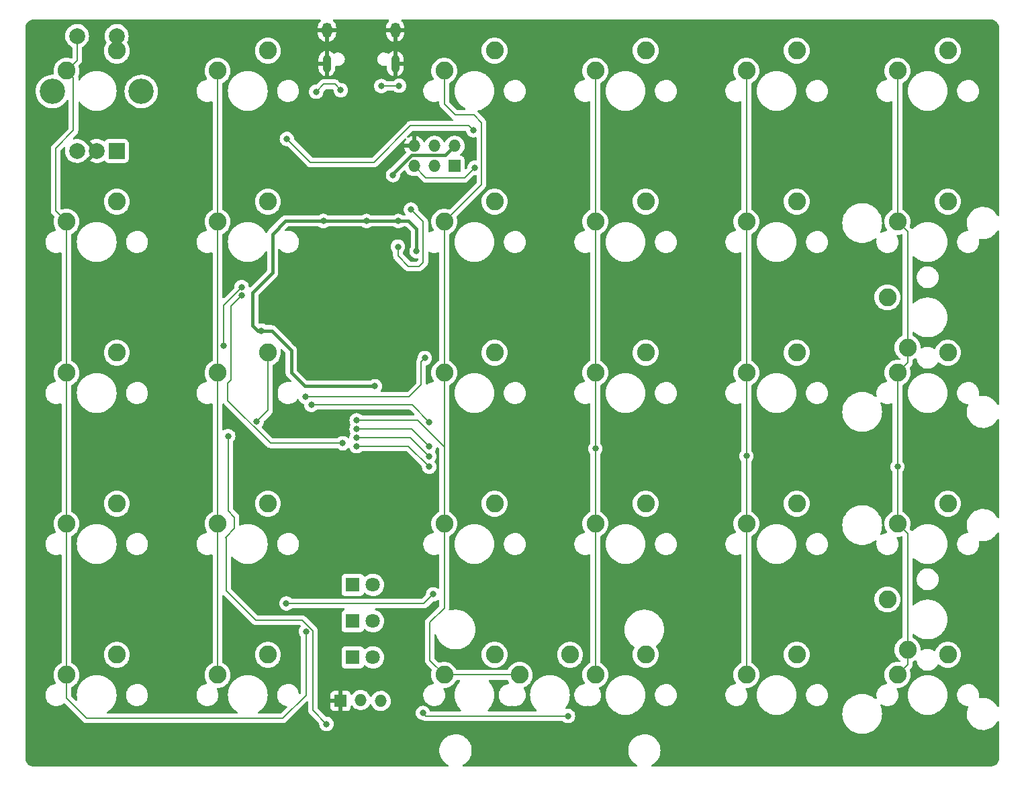
<source format=gbr>
%TF.GenerationSoftware,KiCad,Pcbnew,(5.99.0-10577-g57d4347f00)*%
%TF.CreationDate,2021-07-31T18:45:16-07:00*%
%TF.ProjectId,ahoy_pcb,61686f79-5f70-4636-922e-6b696361645f,rev?*%
%TF.SameCoordinates,Original*%
%TF.FileFunction,Copper,L1,Top*%
%TF.FilePolarity,Positive*%
%FSLAX46Y46*%
G04 Gerber Fmt 4.6, Leading zero omitted, Abs format (unit mm)*
G04 Created by KiCad (PCBNEW (5.99.0-10577-g57d4347f00)) date 2021-07-31 18:45:16*
%MOMM*%
%LPD*%
G01*
G04 APERTURE LIST*
%TA.AperFunction,ComponentPad*%
%ADD10C,2.250000*%
%TD*%
%TA.AperFunction,ComponentPad*%
%ADD11R,1.800000X1.800000*%
%TD*%
%TA.AperFunction,ComponentPad*%
%ADD12C,1.800000*%
%TD*%
%TA.AperFunction,ComponentPad*%
%ADD13R,1.524000X1.524000*%
%TD*%
%TA.AperFunction,ComponentPad*%
%ADD14O,1.524000X1.524000*%
%TD*%
%TA.AperFunction,ComponentPad*%
%ADD15R,2.000000X2.000000*%
%TD*%
%TA.AperFunction,ComponentPad*%
%ADD16C,2.000000*%
%TD*%
%TA.AperFunction,ComponentPad*%
%ADD17C,3.200000*%
%TD*%
%TA.AperFunction,ComponentPad*%
%ADD18O,1.100000X2.200000*%
%TD*%
%TA.AperFunction,ComponentPad*%
%ADD19O,1.300000X1.900000*%
%TD*%
%TA.AperFunction,ViaPad*%
%ADD20C,0.800000*%
%TD*%
%TA.AperFunction,Conductor*%
%ADD21C,0.381000*%
%TD*%
%TA.AperFunction,Conductor*%
%ADD22C,0.203200*%
%TD*%
%TA.AperFunction,Conductor*%
%ADD23C,0.200000*%
%TD*%
G04 APERTURE END LIST*
D10*
%TO.P,MX1,1,COL*%
%TO.N,Col0*%
X29315000Y-58860000D03*
%TO.P,MX1,2,ROW*%
%TO.N,MX27_B*%
X35665000Y-56320000D03*
%TD*%
%TO.P,MX6,1,COL*%
%TO.N,Col1*%
X48365000Y-58860000D03*
%TO.P,MX6,2,ROW*%
%TO.N,Net-(D6-Pad2)*%
X54715000Y-56320000D03*
%TD*%
%TO.P,MX30,1,COL*%
%TO.N,Col5*%
X134090000Y-116010000D03*
%TO.P,MX30,2,ROW*%
%TO.N,Net-(D29-Pad2)*%
X140440000Y-113470000D03*
%TD*%
%TO.P,MX29,1,COL*%
%TO.N,Col5*%
X134090000Y-96960000D03*
%TO.P,MX29,2,ROW*%
%TO.N,Net-(D28-Pad2)*%
X140440000Y-94420000D03*
%TD*%
%TO.P,MX26,1,COL*%
%TO.N,Col4*%
X115040000Y-135060000D03*
%TO.P,MX26,2,ROW*%
%TO.N,Net-(D25-Pad2)*%
X121390000Y-132520000D03*
%TD*%
%TO.P,MX28,1,COL*%
%TO.N,Col5*%
X134090000Y-77910000D03*
%TO.P,MX28,2,ROW*%
%TO.N,Net-(D27-Pad2)*%
X140440000Y-75370000D03*
%TD*%
%TO.P,MX7,1,COL*%
%TO.N,Col1*%
X48365000Y-77910000D03*
%TO.P,MX7,2,ROW*%
%TO.N,Net-(D7-Pad2)*%
X54715000Y-75370000D03*
%TD*%
%TO.P,MX33,1,COL*%
%TO.N,Col5*%
X135360000Y-131885000D03*
%TO.P,MX33,2,ROW*%
%TO.N,Net-(D29-Pad2)*%
X132820000Y-125535000D03*
%TD*%
%TO.P,MX17,1,COL*%
%TO.N,Col3*%
X95990000Y-58860000D03*
%TO.P,MX17,2,ROW*%
%TO.N,Net-(D17-Pad2)*%
X102340000Y-56320000D03*
%TD*%
%TO.P,MX27,1,COL*%
%TO.N,Col5*%
X134090000Y-58860000D03*
%TO.P,MX27,2,ROW*%
%TO.N,Net-(D26-Pad2)*%
X140440000Y-56320000D03*
%TD*%
%TO.P,MX19,1,COL*%
%TO.N,Col3*%
X95990000Y-96960000D03*
%TO.P,MX19,2,ROW*%
%TO.N,Net-(D16-Pad2)*%
X102340000Y-94420000D03*
%TD*%
%TO.P,MX9,1,COL*%
%TO.N,Col1*%
X48365000Y-116010000D03*
%TO.P,MX9,2,ROW*%
%TO.N,Net-(D9-Pad2)*%
X54715000Y-113470000D03*
%TD*%
D11*
%TO.P,D31,1,K*%
%TO.N,Net-(D31-Pad1)*%
X65410000Y-132844000D03*
D12*
%TO.P,D31,2,A*%
%TO.N,SCROLL_LOCK*%
X67950000Y-132844000D03*
%TD*%
D10*
%TO.P,MX15,1,COL*%
%TO.N,Col2*%
X76940000Y-135060000D03*
%TO.P,MX15,2,ROW*%
%TO.N,Net-(D15-Pad2)*%
X83290000Y-132520000D03*
%TD*%
%TO.P,MX8,1,COL*%
%TO.N,Col1*%
X48365000Y-96960000D03*
%TO.P,MX8,2,ROW*%
%TO.N,Net-(D8-Pad2)*%
X54715000Y-94420000D03*
%TD*%
D11*
%TO.P,D33,1,K*%
%TO.N,Net-(D33-Pad1)*%
X65410000Y-123700000D03*
D12*
%TO.P,D33,2,A*%
%TO.N,NUM_LOCK*%
X67950000Y-123700000D03*
%TD*%
D10*
%TO.P,MX22,1,COL*%
%TO.N,Col4*%
X115040000Y-58860000D03*
%TO.P,MX22,2,ROW*%
%TO.N,Net-(D21-Pad2)*%
X121390000Y-56320000D03*
%TD*%
%TO.P,MX23,1,COL*%
%TO.N,Col4*%
X115040000Y-77910000D03*
%TO.P,MX23,2,ROW*%
%TO.N,Net-(D22-Pad2)*%
X121390000Y-75370000D03*
%TD*%
%TO.P,MX13,1,COL*%
%TO.N,Col2*%
X76940000Y-96960000D03*
%TO.P,MX13,2,ROW*%
%TO.N,Net-(D13-Pad2)*%
X83290000Y-94420000D03*
%TD*%
%TO.P,MX12,1,COL*%
%TO.N,Col2*%
X76940000Y-77910000D03*
%TO.P,MX12,2,ROW*%
%TO.N,Net-(D12-Pad2)*%
X83290000Y-75370000D03*
%TD*%
%TO.P,MX3,1,COL*%
%TO.N,Col0*%
X29315000Y-96960000D03*
%TO.P,MX3,2,ROW*%
%TO.N,Net-(D3-Pad2)*%
X35665000Y-94420000D03*
%TD*%
%TO.P,MX24,1,COL*%
%TO.N,Col4*%
X115040000Y-96960000D03*
%TO.P,MX24,2,ROW*%
%TO.N,Net-(D23-Pad2)*%
X121390000Y-94420000D03*
%TD*%
%TO.P,MX18,1,COL*%
%TO.N,Col3*%
X95990000Y-77910000D03*
%TO.P,MX18,2,ROW*%
%TO.N,Net-(D18-Pad2)*%
X102340000Y-75370000D03*
%TD*%
D11*
%TO.P,D32,1,K*%
%TO.N,Net-(D32-Pad1)*%
X65410000Y-128272000D03*
D12*
%TO.P,D32,2,A*%
%TO.N,CAPS_LOCK*%
X67950000Y-128272000D03*
%TD*%
D10*
%TO.P,MX2,1,COL*%
%TO.N,Col0*%
X29315000Y-77910000D03*
%TO.P,MX2,2,ROW*%
%TO.N,Net-(D2-Pad2)*%
X35665000Y-75370000D03*
%TD*%
D13*
%TO.P,J2,1,Pin_1*%
%TO.N,GND*%
X63860000Y-138350000D03*
D14*
%TO.P,J2,2,Pin_2*%
%TO.N,Net-(R10-Pad1)*%
X66400000Y-138223000D03*
%TO.P,J2,3,Pin_3*%
%TO.N,+5V*%
X68940000Y-138350000D03*
%TD*%
D10*
%TO.P,MX5,1,COL*%
%TO.N,Col0*%
X29315000Y-135060000D03*
%TO.P,MX5,2,ROW*%
%TO.N,Net-(D5-Pad2)*%
X35665000Y-132520000D03*
%TD*%
%TO.P,MX16,1,COL*%
%TO.N,Col2*%
X86465000Y-135060000D03*
%TO.P,MX16,2,ROW*%
%TO.N,Net-(D15-Pad2)*%
X92815000Y-132520000D03*
%TD*%
%TO.P,MX4,1,COL*%
%TO.N,Col0*%
X29315000Y-116010000D03*
%TO.P,MX4,2,ROW*%
%TO.N,Net-(D4-Pad2)*%
X35665000Y-113470000D03*
%TD*%
%TO.P,MX14,1,COL*%
%TO.N,Col2*%
X76940000Y-116010000D03*
%TO.P,MX14,2,ROW*%
%TO.N,Net-(D14-Pad2)*%
X83290000Y-113470000D03*
%TD*%
%TO.P,MX21,1,COL*%
%TO.N,Col3*%
X95990000Y-135060000D03*
%TO.P,MX21,2,ROW*%
%TO.N,Net-(D20-Pad2)*%
X102340000Y-132520000D03*
%TD*%
%TO.P,MX11,1,COL*%
%TO.N,Col2*%
X76940000Y-58860000D03*
%TO.P,MX11,2,ROW*%
%TO.N,Net-(D11-Pad2)*%
X83290000Y-56320000D03*
%TD*%
%TO.P,MX10,1,COL*%
%TO.N,Col1*%
X48365000Y-135060000D03*
%TO.P,MX10,2,ROW*%
%TO.N,Net-(D10-Pad2)*%
X54715000Y-132520000D03*
%TD*%
%TO.P,MX31,1,COL*%
%TO.N,Col5*%
X134090000Y-135060000D03*
%TO.P,MX31,2,ROW*%
%TO.N,Net-(D30-Pad2)*%
X140440000Y-132520000D03*
%TD*%
%TO.P,MX32,1,COL*%
%TO.N,Col5*%
X135360000Y-93785000D03*
%TO.P,MX32,2,ROW*%
%TO.N,Net-(D27-Pad2)*%
X132820000Y-87435000D03*
%TD*%
%TO.P,MX20,1,COL*%
%TO.N,Col3*%
X95990000Y-116010000D03*
%TO.P,MX20,2,ROW*%
%TO.N,Net-(D19-Pad2)*%
X102340000Y-113470000D03*
%TD*%
%TO.P,MX25,1,COL*%
%TO.N,Col4*%
X115040000Y-116010000D03*
%TO.P,MX25,2,ROW*%
%TO.N,Net-(D24-Pad2)*%
X121390000Y-113470000D03*
%TD*%
D15*
%TO.P,SW2,A,A*%
%TO.N,ROTARY_A*%
X35647000Y-68972000D03*
D16*
%TO.P,SW2,B,B*%
%TO.N,ROTARY_B*%
X30647000Y-68972000D03*
%TO.P,SW2,C,C*%
%TO.N,GND*%
X33147000Y-68972000D03*
D17*
%TO.P,SW2,MP*%
%TO.N,N/C*%
X38747000Y-61472000D03*
X27547000Y-61472000D03*
D16*
%TO.P,SW2,S1,S1*%
%TO.N,Col0*%
X30647000Y-54472000D03*
%TO.P,SW2,S2,S2*%
%TO.N,MX27_B*%
X35647000Y-54472000D03*
%TD*%
D18*
%TO.P,J1,S,SHIELD*%
%TO.N,GND*%
X62160000Y-57942500D03*
X70760000Y-57942500D03*
D19*
X62160000Y-53742500D03*
X70760000Y-53742500D03*
%TD*%
D13*
%TO.P,P1,1,MISO/14*%
%TO.N,PB3*%
X78240000Y-70870000D03*
D14*
%TO.P,P1,2,VCC*%
%TO.N,+5V*%
X78240000Y-68330000D03*
%TO.P,P1,3,SCK/15*%
%TO.N,PB1*%
X75700000Y-70870000D03*
%TO.P,P1,4,MOSI/16*%
%TO.N,PB2*%
X75700000Y-68330000D03*
%TO.P,P1,5,RST*%
%TO.N,RESET*%
X73160000Y-70870000D03*
%TO.P,P1,6,GND*%
%TO.N,GND*%
X73160000Y-68330000D03*
%TD*%
D20*
%TO.N,GND*%
X61000000Y-121050000D03*
X57600000Y-73700000D03*
X75578504Y-85428504D03*
X54250000Y-89100000D03*
X64075000Y-79375000D03*
X56100000Y-97000000D03*
X66450000Y-65850000D03*
X62300000Y-104800000D03*
X62300000Y-61800000D03*
X71850000Y-98000000D03*
X69950000Y-66350000D03*
%TO.N,+5V*%
X61700000Y-77800000D03*
X68200000Y-98650000D03*
X71150000Y-77800000D03*
X73450000Y-81600000D03*
X70487500Y-72012500D03*
X53900000Y-91650000D03*
X67150000Y-77800000D03*
%TO.N,Row0*%
X57100000Y-67450000D03*
X80600000Y-66350000D03*
%TO.N,Row1*%
X59450000Y-100000000D03*
X74484524Y-95090535D03*
%TO.N,Row2*%
X75075000Y-103175000D03*
X60200000Y-101000000D03*
%TO.N,Row3*%
X75549000Y-124899000D03*
X57040750Y-126050000D03*
%TO.N,Row4*%
X74250000Y-139850000D03*
X92550000Y-140250000D03*
%TO.N,Net-(D8-Pad2)*%
X53300000Y-103100000D03*
%TO.N,NUM_LOCK*%
X51400000Y-87200000D03*
X64150000Y-105850000D03*
%TO.N,Col0*%
X59504866Y-129588406D03*
%TO.N,Col2*%
X65900000Y-102950000D03*
%TO.N,Col3*%
X65900000Y-104050000D03*
X75050000Y-106250000D03*
X95990000Y-106526300D03*
%TO.N,Col4*%
X115040000Y-107460000D03*
X65900000Y-105100000D03*
X75050000Y-107500000D03*
%TO.N,Col5*%
X65900000Y-106200000D03*
X75050000Y-108800000D03*
X134090000Y-108790000D03*
%TO.N,RESET*%
X72750000Y-76350000D03*
X80750000Y-71100000D03*
X71100000Y-81050000D03*
%TO.N,RGB_PIN*%
X51400000Y-86150000D03*
X49100000Y-93550000D03*
X62100000Y-141250000D03*
X49700000Y-104950000D03*
%TO.N,Net-(J1-PadA5)*%
X60800000Y-61500000D03*
X63890000Y-61300000D03*
%TO.N,Net-(J1-PadB5)*%
X69016385Y-60783615D03*
X71250000Y-60750000D03*
%TD*%
D21*
%TO.N,+5V*%
X52800000Y-86850000D02*
X55300000Y-84350000D01*
X55300000Y-84350000D02*
X55300000Y-82150000D01*
X53450000Y-91650000D02*
X52800000Y-91000000D01*
X53900000Y-91650000D02*
X53450000Y-91650000D01*
X52800000Y-91000000D02*
X52800000Y-86850000D01*
X55200000Y-91650000D02*
X53900000Y-91650000D01*
X57650000Y-94100000D02*
X55200000Y-91650000D01*
%TO.N,GND*%
X58900000Y-104800000D02*
X55700000Y-101600000D01*
X64000000Y-65850000D02*
X66450000Y-65850000D01*
X62300000Y-104800000D02*
X60978043Y-104800000D01*
X62300000Y-104800000D02*
X58900000Y-104800000D01*
X55700000Y-101600000D02*
X55700000Y-97400000D01*
X70760000Y-53742500D02*
X62160000Y-53742500D01*
X55700000Y-97400000D02*
X56100000Y-97000000D01*
X70760000Y-57942500D02*
X70760000Y-53742500D01*
X62300000Y-61800000D02*
X62300000Y-64150000D01*
X69450000Y-65850000D02*
X69950000Y-66350000D01*
X62160000Y-53742500D02*
X62160000Y-57942500D01*
X66450000Y-65850000D02*
X69450000Y-65850000D01*
X62300000Y-64150000D02*
X64000000Y-65850000D01*
%TO.N,+5V*%
X70487500Y-71837523D02*
X72843012Y-69482011D01*
X68200000Y-98650000D02*
X59350000Y-98650000D01*
X55300000Y-79450000D02*
X56950000Y-77800000D01*
X59350000Y-98650000D02*
X58150000Y-97450000D01*
X70487500Y-72012500D02*
X70487500Y-71837523D01*
X72843012Y-69482011D02*
X77087989Y-69482011D01*
X56950000Y-77800000D02*
X61700000Y-77800000D01*
X73450000Y-78800000D02*
X72450000Y-77800000D01*
X77087989Y-69482011D02*
X78240000Y-68330000D01*
X55300000Y-82150000D02*
X55300000Y-79450000D01*
D22*
X55300000Y-79450000D02*
X55300000Y-80850000D01*
D21*
X71150000Y-77800000D02*
X67150000Y-77800000D01*
X57650000Y-96950000D02*
X57650000Y-94100000D01*
X72450000Y-77800000D02*
X71150000Y-77800000D01*
X73450000Y-81600000D02*
X73450000Y-78800000D01*
X55300000Y-80850000D02*
X55300000Y-82150000D01*
X57650000Y-94100000D02*
X57250000Y-93700000D01*
X59350000Y-98650000D02*
X57650000Y-96950000D01*
X67150000Y-77800000D02*
X61700000Y-77800000D01*
D23*
%TO.N,Row0*%
X72700000Y-65800000D02*
X68100000Y-70400000D01*
X60050000Y-70400000D02*
X57100000Y-67450000D01*
X80600000Y-66350000D02*
X80050000Y-65800000D01*
X68100000Y-70400000D02*
X60050000Y-70400000D01*
X60050000Y-70400000D02*
X58699511Y-69049511D01*
X80050000Y-65800000D02*
X72700000Y-65800000D01*
%TO.N,Row1*%
X72500000Y-100000000D02*
X74037500Y-98462500D01*
X74037500Y-98462500D02*
X74037500Y-95537559D01*
X69350000Y-100000000D02*
X69750000Y-100000000D01*
X74037500Y-95537559D02*
X74484524Y-95090535D01*
X59450000Y-100000000D02*
X69350000Y-100000000D01*
X69350000Y-100000000D02*
X72500000Y-100000000D01*
%TO.N,Row2*%
X72900000Y-101000000D02*
X75075000Y-103175000D01*
X60200000Y-101000000D02*
X72900000Y-101000000D01*
%TO.N,Row3*%
X74398000Y-126050000D02*
X75549000Y-124899000D01*
X74398000Y-126050000D02*
X57040750Y-126050000D01*
%TO.N,Row4*%
X74650000Y-140250000D02*
X74250000Y-139850000D01*
X92550000Y-140250000D02*
X74650000Y-140250000D01*
%TO.N,Net-(D8-Pad2)*%
X54715000Y-94420000D02*
X54715000Y-101685000D01*
X54715000Y-101685000D02*
X53300000Y-103100000D01*
%TO.N,NUM_LOCK*%
X49650000Y-98300000D02*
X50081089Y-97868911D01*
X55047579Y-105850000D02*
X49650000Y-100452422D01*
X50081089Y-88518911D02*
X51400000Y-87200000D01*
X49650000Y-100452422D02*
X49650000Y-98300000D01*
X50081089Y-97868911D02*
X50081089Y-88518911D01*
X64150000Y-105850000D02*
X55047579Y-105850000D01*
%TO.N,Col0*%
X29315000Y-135060000D02*
X29315000Y-138015000D01*
X27950000Y-68650000D02*
X30200000Y-66400000D01*
X30647000Y-57528000D02*
X29315000Y-58860000D01*
X29315000Y-77910000D02*
X27950000Y-76545000D01*
X56600000Y-140550000D02*
X59504866Y-137645134D01*
X30647000Y-54472000D02*
X30647000Y-57528000D01*
X31500000Y-140200000D02*
X31600000Y-140300000D01*
X31750000Y-140450000D02*
X31850000Y-140550000D01*
X30200000Y-66400000D02*
X30200000Y-59745000D01*
X29315000Y-138015000D02*
X31500000Y-140200000D01*
X31850000Y-140550000D02*
X56600000Y-140550000D01*
X31600000Y-140300000D02*
X31750000Y-140450000D01*
X30200000Y-59745000D02*
X29315000Y-58860000D01*
X27950000Y-76545000D02*
X27950000Y-68650000D01*
X59504866Y-137645134D02*
X59504866Y-129588406D01*
X29315000Y-96960000D02*
X29315000Y-77910000D01*
X29315000Y-135060000D02*
X29315000Y-116010000D01*
X29315000Y-96960000D02*
X29315000Y-116010000D01*
%TO.N,Col1*%
X48365000Y-135060000D02*
X48365000Y-116010000D01*
X48365000Y-96960000D02*
X48365000Y-77910000D01*
X48365000Y-116010000D02*
X48365000Y-96960000D01*
X48365000Y-77910000D02*
X48365000Y-58860000D01*
%TO.N,Col2*%
X65900000Y-102950000D02*
X73580000Y-102950000D01*
X76940000Y-116010000D02*
X76940000Y-126610000D01*
X80700000Y-64450000D02*
X78350000Y-64450000D01*
X76940000Y-77910000D02*
X81650000Y-73200000D01*
X73580000Y-102950000D02*
X76940000Y-106310000D01*
X76940000Y-106310000D02*
X76940000Y-116010000D01*
X81650000Y-72950000D02*
X81650000Y-65400000D01*
X81650000Y-65400000D02*
X80700000Y-64450000D01*
X76940000Y-126610000D02*
X75100000Y-128450000D01*
X73580000Y-102950000D02*
X73765000Y-103135000D01*
X76940000Y-135060000D02*
X86465000Y-135060000D01*
X75100000Y-133220000D02*
X76940000Y-135060000D01*
X76940000Y-96960000D02*
X76940000Y-106310000D01*
X76940000Y-77910000D02*
X76940000Y-96960000D01*
X75100000Y-128450000D02*
X75100000Y-133220000D01*
X78350000Y-64450000D02*
X76940000Y-63040000D01*
X76940000Y-63040000D02*
X76940000Y-62590000D01*
X81650000Y-73200000D02*
X81650000Y-72950000D01*
X76940000Y-63040000D02*
X76940000Y-58860000D01*
%TO.N,Col3*%
X95990000Y-135060000D02*
X95990000Y-116010000D01*
X72850000Y-104050000D02*
X75050000Y-106250000D01*
X95990000Y-96960000D02*
X95990000Y-77910000D01*
X65900000Y-104050000D02*
X72850000Y-104050000D01*
X95990000Y-116010000D02*
X95990000Y-96960000D01*
X95990000Y-77910000D02*
X95990000Y-58860000D01*
%TO.N,Col4*%
X115040000Y-107460000D02*
X115040000Y-96960000D01*
X72650000Y-105100000D02*
X75050000Y-107500000D01*
X115040000Y-96960000D02*
X115040000Y-77910000D01*
X65900000Y-105100000D02*
X72650000Y-105100000D01*
X115040000Y-77910000D02*
X115040000Y-58860000D01*
X115040000Y-116010000D02*
X115040000Y-107460000D01*
X115040000Y-135060000D02*
X115040000Y-116010000D01*
%TO.N,Col5*%
X134090000Y-116010000D02*
X135360000Y-117280000D01*
X134090000Y-108790000D02*
X134090000Y-96960000D01*
X135360000Y-79180000D02*
X135360000Y-93785000D01*
X135360000Y-95690000D02*
X134090000Y-96960000D01*
X135360000Y-131885000D02*
X135360000Y-133790000D01*
X72450000Y-106200000D02*
X75050000Y-108800000D01*
X134090000Y-58860000D02*
X134090000Y-77910000D01*
X135360000Y-93785000D02*
X135360000Y-95690000D01*
X65900000Y-106200000D02*
X72450000Y-106200000D01*
X134090000Y-116010000D02*
X134090000Y-108790000D01*
X135360000Y-133790000D02*
X134090000Y-135060000D01*
X135360000Y-117280000D02*
X135360000Y-131885000D01*
X134090000Y-77910000D02*
X135360000Y-79180000D01*
%TO.N,RESET*%
X80750000Y-71100000D02*
X79500000Y-72350000D01*
X73750000Y-83550000D02*
X74300000Y-83000000D01*
X72450000Y-83550000D02*
X73750000Y-83550000D01*
X71100000Y-82200000D02*
X72450000Y-83550000D01*
X74640000Y-72350000D02*
X73160000Y-70870000D01*
X74300000Y-77900000D02*
X72750000Y-76350000D01*
X74300000Y-77900000D02*
X74300000Y-83000000D01*
X71100000Y-81050000D02*
X71100000Y-82200000D01*
X79500000Y-72350000D02*
X74640000Y-72350000D01*
%TO.N,RGB_PIN*%
X49425000Y-117675000D02*
X49350000Y-117750000D01*
X50500000Y-116600000D02*
X49425000Y-117675000D01*
X53150000Y-128150000D02*
X59068881Y-128150000D01*
X49425000Y-124425000D02*
X53150000Y-128150000D01*
X49425000Y-117675000D02*
X49425000Y-124425000D01*
X60400000Y-136800000D02*
X60400000Y-136953120D01*
X60400000Y-129481119D02*
X60400000Y-136800000D01*
X51400000Y-86150000D02*
X49100000Y-88450000D01*
X49100000Y-88450000D02*
X49100000Y-93550000D01*
X49700000Y-104950000D02*
X49700000Y-114400000D01*
X60400000Y-139550000D02*
X62100000Y-141250000D01*
X59068881Y-128150000D02*
X60400000Y-129481119D01*
X50500000Y-115200000D02*
X50500000Y-116600000D01*
X60400000Y-136800000D02*
X60400000Y-139550000D01*
X49700000Y-114400000D02*
X50500000Y-115200000D01*
%TO.N,Net-(J1-PadA5)*%
X63140000Y-60550000D02*
X61750000Y-60550000D01*
X63890000Y-61300000D02*
X63140000Y-60550000D01*
X61750000Y-60550000D02*
X60800000Y-61500000D01*
%TO.N,Net-(J1-PadB5)*%
X69050000Y-60750000D02*
X71250000Y-60750000D01*
X69016385Y-60783615D02*
X69050000Y-60750000D01*
%TD*%
%TA.AperFunction,Conductor*%
%TO.N,GND*%
G36*
X61345005Y-52403002D02*
G01*
X61391498Y-52456658D01*
X61401602Y-52526932D01*
X61372108Y-52591512D01*
X61359962Y-52603731D01*
X61320737Y-52638131D01*
X61312814Y-52646480D01*
X61188203Y-52804548D01*
X61181935Y-52814199D01*
X61088221Y-52992321D01*
X61083813Y-53002964D01*
X61024129Y-53195176D01*
X61021735Y-53206438D01*
X61002437Y-53369492D01*
X61002000Y-53376898D01*
X61002000Y-53470385D01*
X61006475Y-53485624D01*
X61007865Y-53486829D01*
X61015548Y-53488500D01*
X63299885Y-53488500D01*
X63315124Y-53484025D01*
X63316329Y-53482635D01*
X63318000Y-53474952D01*
X63318000Y-53390985D01*
X63317734Y-53385196D01*
X63304054Y-53236317D01*
X63301956Y-53224996D01*
X63247323Y-53031282D01*
X63243198Y-53020535D01*
X63154176Y-52840015D01*
X63148166Y-52830207D01*
X63027734Y-52668931D01*
X63020032Y-52660377D01*
X62956366Y-52601524D01*
X62919921Y-52540596D01*
X62922202Y-52469636D01*
X62962485Y-52411174D01*
X63027980Y-52383771D01*
X63041895Y-52383000D01*
X69876884Y-52383000D01*
X69945005Y-52403002D01*
X69991498Y-52456658D01*
X70001602Y-52526932D01*
X69972108Y-52591512D01*
X69959962Y-52603731D01*
X69920737Y-52638131D01*
X69912814Y-52646480D01*
X69788203Y-52804548D01*
X69781935Y-52814199D01*
X69688221Y-52992321D01*
X69683813Y-53002964D01*
X69624129Y-53195176D01*
X69621735Y-53206438D01*
X69602437Y-53369492D01*
X69602000Y-53376898D01*
X69602000Y-53470385D01*
X69606475Y-53485624D01*
X69607865Y-53486829D01*
X69615548Y-53488500D01*
X71899885Y-53488500D01*
X71915124Y-53484025D01*
X71916329Y-53482635D01*
X71918000Y-53474952D01*
X71918000Y-53390985D01*
X71917734Y-53385196D01*
X71904054Y-53236317D01*
X71901956Y-53224996D01*
X71847323Y-53031282D01*
X71843198Y-53020535D01*
X71754176Y-52840015D01*
X71748166Y-52830207D01*
X71627734Y-52668931D01*
X71620032Y-52660377D01*
X71556366Y-52601524D01*
X71519921Y-52540596D01*
X71522202Y-52469636D01*
X71562485Y-52411174D01*
X71627980Y-52383771D01*
X71641895Y-52383000D01*
X72150000Y-52383000D01*
X72150000Y-60000000D01*
X71763339Y-60000000D01*
X71712092Y-59962767D01*
X71712091Y-59962766D01*
X71706750Y-59958886D01*
X71700722Y-59956202D01*
X71700720Y-59956201D01*
X71538318Y-59883895D01*
X71538317Y-59883895D01*
X71532287Y-59881210D01*
X71438887Y-59861357D01*
X71351944Y-59842876D01*
X71351939Y-59842876D01*
X71345487Y-59841504D01*
X71154513Y-59841504D01*
X71148061Y-59842876D01*
X71148056Y-59842876D01*
X71061113Y-59861357D01*
X70967713Y-59881210D01*
X70961683Y-59883895D01*
X70961682Y-59883895D01*
X70799280Y-59956201D01*
X70799278Y-59956202D01*
X70793250Y-59958886D01*
X70787909Y-59962766D01*
X70787908Y-59962767D01*
X70736661Y-60000000D01*
X69483457Y-60000000D01*
X69478477Y-59996382D01*
X69478476Y-59996381D01*
X69473135Y-59992501D01*
X69467107Y-59989817D01*
X69467105Y-59989816D01*
X69304703Y-59917510D01*
X69304702Y-59917510D01*
X69298672Y-59914825D01*
X69205272Y-59894972D01*
X69118329Y-59876491D01*
X69118324Y-59876491D01*
X69111872Y-59875119D01*
X68920898Y-59875119D01*
X68914446Y-59876491D01*
X68914441Y-59876491D01*
X68827498Y-59894972D01*
X68734098Y-59914825D01*
X68728068Y-59917510D01*
X68728067Y-59917510D01*
X68565665Y-59989816D01*
X68565663Y-59989817D01*
X68559635Y-59992501D01*
X68549313Y-60000000D01*
X63401620Y-60000000D01*
X63392886Y-59996382D01*
X63383516Y-59992501D01*
X63298786Y-59957404D01*
X63140000Y-59936500D01*
X63131812Y-59937578D01*
X63131811Y-59937578D01*
X63110208Y-59940422D01*
X63093762Y-59941500D01*
X61796238Y-59941500D01*
X61779792Y-59940422D01*
X61758189Y-59937578D01*
X61758188Y-59937578D01*
X61750000Y-59936500D01*
X61591214Y-59957404D01*
X61506484Y-59992501D01*
X61497115Y-59996382D01*
X61488380Y-60000000D01*
X60950000Y-60000000D01*
X60950000Y-58210048D01*
X61102000Y-58210048D01*
X61102000Y-58540411D01*
X61102300Y-58546556D01*
X61116644Y-58692837D01*
X61119027Y-58704874D01*
X61175427Y-58891679D01*
X61180102Y-58903020D01*
X61271707Y-59075304D01*
X61278506Y-59085539D01*
X61401832Y-59236752D01*
X61410471Y-59245451D01*
X61560828Y-59369838D01*
X61570999Y-59376698D01*
X61742647Y-59469508D01*
X61753966Y-59474266D01*
X61888692Y-59515969D01*
X61902795Y-59516175D01*
X61906000Y-59509420D01*
X61906000Y-58214615D01*
X61901525Y-58199376D01*
X61900135Y-58198171D01*
X61892452Y-58196500D01*
X61120115Y-58196500D01*
X61104876Y-58200975D01*
X61103671Y-58202365D01*
X61102000Y-58210048D01*
X60950000Y-58210048D01*
X60950000Y-57337532D01*
X61102000Y-57337532D01*
X61102000Y-57670385D01*
X61106475Y-57685624D01*
X61107865Y-57686829D01*
X61115548Y-57688500D01*
X61887885Y-57688500D01*
X61903124Y-57684025D01*
X61904329Y-57682635D01*
X61906000Y-57674952D01*
X61906000Y-56382577D01*
X61903946Y-56375580D01*
X62414000Y-56375580D01*
X62414000Y-59502423D01*
X62417973Y-59515954D01*
X62425768Y-59517074D01*
X62552298Y-59479835D01*
X62563666Y-59475242D01*
X62736601Y-59384834D01*
X62746863Y-59378118D01*
X62898937Y-59255847D01*
X62907703Y-59247263D01*
X63033138Y-59097777D01*
X63040062Y-59087666D01*
X63134075Y-58916655D01*
X63138903Y-58905391D01*
X63197909Y-58719380D01*
X63200457Y-58707391D01*
X63217607Y-58554492D01*
X63218000Y-58547468D01*
X63218000Y-58324823D01*
X63238002Y-58256702D01*
X63291658Y-58210209D01*
X63361932Y-58200105D01*
X63378307Y-58203584D01*
X63423596Y-58216400D01*
X63423601Y-58216401D01*
X63430164Y-58218258D01*
X63436973Y-58218663D01*
X63436976Y-58218663D01*
X63573982Y-58226802D01*
X63610961Y-58228999D01*
X63718843Y-58211912D01*
X63783112Y-58201733D01*
X63783116Y-58201732D01*
X63789846Y-58200666D01*
X63796192Y-58198179D01*
X63796196Y-58198178D01*
X63952119Y-58137073D01*
X63952123Y-58137071D01*
X63958474Y-58134582D01*
X64108977Y-58033828D01*
X64170251Y-57969933D01*
X64229608Y-57908037D01*
X64229611Y-57908033D01*
X64234335Y-57903107D01*
X64328697Y-57748516D01*
X64330918Y-57742066D01*
X64385440Y-57583725D01*
X64385441Y-57583722D01*
X64387663Y-57577268D01*
X64399016Y-57479147D01*
X68516093Y-57479147D01*
X68554367Y-57656172D01*
X68629762Y-57820848D01*
X68738760Y-57965493D01*
X68743939Y-57969932D01*
X68743940Y-57969933D01*
X68822918Y-58037625D01*
X68876275Y-58083358D01*
X68882290Y-58086583D01*
X68882294Y-58086586D01*
X69029877Y-58165719D01*
X69035892Y-58168944D01*
X69123028Y-58193601D01*
X69203596Y-58216400D01*
X69203601Y-58216401D01*
X69210164Y-58218258D01*
X69216973Y-58218663D01*
X69216976Y-58218663D01*
X69353982Y-58226802D01*
X69390961Y-58228999D01*
X69556290Y-58202813D01*
X69626700Y-58211912D01*
X69681014Y-58257634D01*
X69702000Y-58327262D01*
X69702000Y-58540411D01*
X69702300Y-58546556D01*
X69716644Y-58692837D01*
X69719027Y-58704874D01*
X69775427Y-58891679D01*
X69780102Y-58903020D01*
X69871707Y-59075304D01*
X69878506Y-59085539D01*
X70001832Y-59236752D01*
X70010471Y-59245451D01*
X70160828Y-59369838D01*
X70170999Y-59376698D01*
X70342647Y-59469508D01*
X70353966Y-59474266D01*
X70488692Y-59515969D01*
X70502795Y-59516175D01*
X70506000Y-59509420D01*
X70506000Y-58210048D01*
X71014000Y-58210048D01*
X71014000Y-59502423D01*
X71017973Y-59515954D01*
X71025768Y-59517074D01*
X71152298Y-59479835D01*
X71163666Y-59475242D01*
X71336601Y-59384834D01*
X71346863Y-59378118D01*
X71498937Y-59255847D01*
X71507703Y-59247263D01*
X71633138Y-59097777D01*
X71640062Y-59087666D01*
X71734075Y-58916655D01*
X71738903Y-58905391D01*
X71797909Y-58719380D01*
X71800457Y-58707391D01*
X71817607Y-58554492D01*
X71818000Y-58547468D01*
X71818000Y-58214615D01*
X71813525Y-58199376D01*
X71812135Y-58198171D01*
X71804452Y-58196500D01*
X71032115Y-58196500D01*
X71016876Y-58200975D01*
X71015671Y-58202365D01*
X71014000Y-58210048D01*
X70506000Y-58210048D01*
X70506000Y-56382577D01*
X70503946Y-56375580D01*
X71014000Y-56375580D01*
X71014000Y-57670385D01*
X71018475Y-57685624D01*
X71019865Y-57686829D01*
X71027548Y-57688500D01*
X71799885Y-57688500D01*
X71815124Y-57684025D01*
X71816329Y-57682635D01*
X71818000Y-57674952D01*
X71818000Y-57344589D01*
X71817700Y-57338444D01*
X71803356Y-57192163D01*
X71800973Y-57180126D01*
X71744573Y-56993321D01*
X71739898Y-56981980D01*
X71648293Y-56809696D01*
X71641494Y-56799461D01*
X71518168Y-56648248D01*
X71509529Y-56639549D01*
X71359172Y-56515162D01*
X71349001Y-56508302D01*
X71177353Y-56415492D01*
X71166034Y-56410734D01*
X71031308Y-56369031D01*
X71017205Y-56368825D01*
X71014000Y-56375580D01*
X70503946Y-56375580D01*
X70502027Y-56369046D01*
X70494232Y-56367926D01*
X70367702Y-56405165D01*
X70356334Y-56409758D01*
X70183399Y-56500166D01*
X70173137Y-56506882D01*
X70021064Y-56629152D01*
X70012298Y-56637736D01*
X69980750Y-56675333D01*
X69921640Y-56714659D01*
X69850652Y-56715785D01*
X69813406Y-56698553D01*
X69810168Y-56696352D01*
X69743652Y-56651148D01*
X69575489Y-56583888D01*
X69568762Y-56582774D01*
X69568757Y-56582773D01*
X69403544Y-56555422D01*
X69403540Y-56555422D01*
X69396806Y-56554307D01*
X69389989Y-56554664D01*
X69389985Y-56554664D01*
X69241905Y-56562425D01*
X69215940Y-56563786D01*
X69209367Y-56565597D01*
X69209364Y-56565597D01*
X69047910Y-56610069D01*
X69041328Y-56611882D01*
X68881117Y-56696352D01*
X68742782Y-56813254D01*
X68738639Y-56818673D01*
X68738637Y-56818675D01*
X68636923Y-56951711D01*
X68632777Y-56957134D01*
X68629894Y-56963317D01*
X68629892Y-56963320D01*
X68559115Y-57115103D01*
X68556235Y-57121280D01*
X68516726Y-57298033D01*
X68516093Y-57479147D01*
X64399016Y-57479147D01*
X64408480Y-57397354D01*
X64408500Y-57391500D01*
X64388940Y-57211444D01*
X64386764Y-57204977D01*
X64333349Y-57046259D01*
X64333347Y-57046254D01*
X64331171Y-57039789D01*
X64237890Y-56884544D01*
X64170475Y-56813254D01*
X64118136Y-56757906D01*
X64118134Y-56757904D01*
X64113449Y-56752950D01*
X63963652Y-56651148D01*
X63795489Y-56583888D01*
X63788762Y-56582774D01*
X63788757Y-56582773D01*
X63623544Y-56555422D01*
X63623540Y-56555422D01*
X63616806Y-56554307D01*
X63609989Y-56554664D01*
X63609985Y-56554664D01*
X63461905Y-56562425D01*
X63435940Y-56563786D01*
X63429367Y-56565597D01*
X63429364Y-56565597D01*
X63267910Y-56610069D01*
X63261328Y-56611882D01*
X63101117Y-56696352D01*
X63101012Y-56696154D01*
X63036602Y-56716635D01*
X62968052Y-56698154D01*
X62936153Y-56670301D01*
X62918167Y-56648248D01*
X62909525Y-56639545D01*
X62759172Y-56515162D01*
X62749001Y-56508302D01*
X62577353Y-56415492D01*
X62566034Y-56410734D01*
X62431308Y-56369031D01*
X62417205Y-56368825D01*
X62414000Y-56375580D01*
X61903946Y-56375580D01*
X61902027Y-56369046D01*
X61894232Y-56367926D01*
X61767702Y-56405165D01*
X61756334Y-56409758D01*
X61583399Y-56500166D01*
X61573137Y-56506882D01*
X61421063Y-56629153D01*
X61412297Y-56637737D01*
X61286862Y-56787223D01*
X61279938Y-56797334D01*
X61185925Y-56968345D01*
X61181097Y-56979609D01*
X61122091Y-57165620D01*
X61119543Y-57177609D01*
X61102393Y-57330508D01*
X61102000Y-57337532D01*
X60950000Y-57337532D01*
X60950000Y-54010048D01*
X61002000Y-54010048D01*
X61002000Y-54094015D01*
X61002266Y-54099804D01*
X61015946Y-54248683D01*
X61018044Y-54260004D01*
X61072677Y-54453718D01*
X61076802Y-54464465D01*
X61165824Y-54644985D01*
X61171834Y-54654793D01*
X61292266Y-54816069D01*
X61299968Y-54824623D01*
X61447765Y-54961246D01*
X61456897Y-54968254D01*
X61627126Y-55075660D01*
X61637373Y-55080881D01*
X61824326Y-55155467D01*
X61835354Y-55158734D01*
X61888230Y-55169251D01*
X61901106Y-55168099D01*
X61906000Y-55152943D01*
X61906000Y-54014615D01*
X61904659Y-54010048D01*
X62414000Y-54010048D01*
X62414000Y-55155834D01*
X62417806Y-55168796D01*
X62432722Y-55170732D01*
X62455311Y-55166851D01*
X62466428Y-55163872D01*
X62655268Y-55094205D01*
X62665646Y-55089255D01*
X62838626Y-54986343D01*
X62847938Y-54979578D01*
X62999269Y-54846863D01*
X63007186Y-54838520D01*
X63131797Y-54680452D01*
X63138065Y-54670801D01*
X63231779Y-54492679D01*
X63236187Y-54482036D01*
X63295871Y-54289824D01*
X63298265Y-54278562D01*
X63317563Y-54115508D01*
X63318000Y-54108102D01*
X63318000Y-54014615D01*
X63316659Y-54010048D01*
X69602000Y-54010048D01*
X69602000Y-54094015D01*
X69602266Y-54099804D01*
X69615946Y-54248683D01*
X69618044Y-54260004D01*
X69672677Y-54453718D01*
X69676802Y-54464465D01*
X69765824Y-54644985D01*
X69771834Y-54654793D01*
X69892266Y-54816069D01*
X69899968Y-54824623D01*
X70047765Y-54961246D01*
X70056897Y-54968254D01*
X70227126Y-55075660D01*
X70237373Y-55080881D01*
X70424326Y-55155467D01*
X70435354Y-55158734D01*
X70488230Y-55169251D01*
X70501106Y-55168099D01*
X70506000Y-55152943D01*
X70506000Y-54014615D01*
X70504659Y-54010048D01*
X71014000Y-54010048D01*
X71014000Y-55155834D01*
X71017806Y-55168796D01*
X71032722Y-55170732D01*
X71055311Y-55166851D01*
X71066428Y-55163872D01*
X71255268Y-55094205D01*
X71265646Y-55089255D01*
X71438626Y-54986343D01*
X71447938Y-54979578D01*
X71599269Y-54846863D01*
X71607186Y-54838520D01*
X71731797Y-54680452D01*
X71738065Y-54670801D01*
X71831779Y-54492679D01*
X71836187Y-54482036D01*
X71895871Y-54289824D01*
X71898265Y-54278562D01*
X71917563Y-54115508D01*
X71918000Y-54108102D01*
X71918000Y-54014615D01*
X71913525Y-53999376D01*
X71912135Y-53998171D01*
X71904452Y-53996500D01*
X71032115Y-53996500D01*
X71016876Y-54000975D01*
X71015671Y-54002365D01*
X71014000Y-54010048D01*
X70504659Y-54010048D01*
X70501525Y-53999376D01*
X70500135Y-53998171D01*
X70492452Y-53996500D01*
X69620115Y-53996500D01*
X69604876Y-54000975D01*
X69603671Y-54002365D01*
X69602000Y-54010048D01*
X63316659Y-54010048D01*
X63313525Y-53999376D01*
X63312135Y-53998171D01*
X63304452Y-53996500D01*
X62432115Y-53996500D01*
X62416876Y-54000975D01*
X62415671Y-54002365D01*
X62414000Y-54010048D01*
X61904659Y-54010048D01*
X61901525Y-53999376D01*
X61900135Y-53998171D01*
X61892452Y-53996500D01*
X61020115Y-53996500D01*
X61004876Y-54000975D01*
X61003671Y-54002365D01*
X61002000Y-54010048D01*
X60950000Y-54010048D01*
X60950000Y-52383000D01*
X61276884Y-52383000D01*
X61345005Y-52403002D01*
G37*
%TD.AperFunction*%
%TD*%
%TA.AperFunction,Conductor*%
%TO.N,GND*%
G36*
X61345005Y-52403002D02*
G01*
X61391498Y-52456658D01*
X61401602Y-52526932D01*
X61372108Y-52591512D01*
X61359962Y-52603731D01*
X61320737Y-52638131D01*
X61312814Y-52646480D01*
X61188203Y-52804548D01*
X61181935Y-52814199D01*
X61088221Y-52992321D01*
X61083813Y-53002964D01*
X61024129Y-53195176D01*
X61021735Y-53206438D01*
X61002437Y-53369492D01*
X61002000Y-53376898D01*
X61002000Y-53470385D01*
X61006475Y-53485624D01*
X61007865Y-53486829D01*
X61015548Y-53488500D01*
X63299885Y-53488500D01*
X63315124Y-53484025D01*
X63316329Y-53482635D01*
X63318000Y-53474952D01*
X63318000Y-53390985D01*
X63317734Y-53385196D01*
X63304054Y-53236317D01*
X63301956Y-53224996D01*
X63247323Y-53031282D01*
X63243198Y-53020535D01*
X63154176Y-52840015D01*
X63148166Y-52830207D01*
X63027734Y-52668931D01*
X63020032Y-52660377D01*
X62956366Y-52601524D01*
X62919921Y-52540596D01*
X62922202Y-52469636D01*
X62962485Y-52411174D01*
X63027980Y-52383771D01*
X63041895Y-52383000D01*
X69876884Y-52383000D01*
X69945005Y-52403002D01*
X69991498Y-52456658D01*
X70001602Y-52526932D01*
X69972108Y-52591512D01*
X69959962Y-52603731D01*
X69920737Y-52638131D01*
X69912814Y-52646480D01*
X69788203Y-52804548D01*
X69781935Y-52814199D01*
X69688221Y-52992321D01*
X69683813Y-53002964D01*
X69624129Y-53195176D01*
X69621735Y-53206438D01*
X69602437Y-53369492D01*
X69602000Y-53376898D01*
X69602000Y-53470385D01*
X69606475Y-53485624D01*
X69607865Y-53486829D01*
X69615548Y-53488500D01*
X71899885Y-53488500D01*
X71915124Y-53484025D01*
X71916329Y-53482635D01*
X71918000Y-53474952D01*
X71918000Y-53390985D01*
X71917734Y-53385196D01*
X71904054Y-53236317D01*
X71901956Y-53224996D01*
X71847323Y-53031282D01*
X71843198Y-53020535D01*
X71754176Y-52840015D01*
X71748166Y-52830207D01*
X71627734Y-52668931D01*
X71620032Y-52660377D01*
X71556366Y-52601524D01*
X71519921Y-52540596D01*
X71522202Y-52469636D01*
X71562485Y-52411174D01*
X71627980Y-52383771D01*
X71641895Y-52383000D01*
X145754708Y-52383000D01*
X145776484Y-52384896D01*
X145784649Y-52386329D01*
X145784654Y-52386329D01*
X145789444Y-52387170D01*
X145794305Y-52387264D01*
X145794309Y-52387264D01*
X145834869Y-52388044D01*
X145893071Y-52389165D01*
X145900496Y-52389529D01*
X145922857Y-52391289D01*
X145927103Y-52391623D01*
X145936925Y-52392785D01*
X146073504Y-52414418D01*
X146083193Y-52416345D01*
X146093543Y-52418830D01*
X146103035Y-52421507D01*
X146211220Y-52456658D01*
X146234549Y-52464238D01*
X146243832Y-52467663D01*
X146253631Y-52471722D01*
X146262614Y-52475863D01*
X146385808Y-52538632D01*
X146394439Y-52543465D01*
X146403514Y-52549026D01*
X146411739Y-52554521D01*
X146523606Y-52635799D01*
X146531370Y-52641920D01*
X146539438Y-52648811D01*
X146546701Y-52655526D01*
X146644475Y-52753300D01*
X146651190Y-52760563D01*
X146658081Y-52768631D01*
X146664207Y-52776402D01*
X146745478Y-52888262D01*
X146750972Y-52896483D01*
X146756527Y-52905547D01*
X146761362Y-52914182D01*
X146765121Y-52921559D01*
X146824132Y-53037376D01*
X146828274Y-53046360D01*
X146832337Y-53056169D01*
X146835761Y-53065450D01*
X146878489Y-53196951D01*
X146881172Y-53206465D01*
X146883654Y-53216800D01*
X146885584Y-53226496D01*
X146896033Y-53292472D01*
X146907213Y-53363060D01*
X146908376Y-53372883D01*
X146910471Y-53399500D01*
X146910836Y-53406956D01*
X146912767Y-53507278D01*
X146913487Y-53511696D01*
X146913487Y-53511699D01*
X146915361Y-53523201D01*
X146917000Y-53543460D01*
X146917000Y-77055615D01*
X146896998Y-77123736D01*
X146843342Y-77170229D01*
X146773068Y-77180333D01*
X146708488Y-77150839D01*
X146679752Y-77114773D01*
X146612898Y-76989039D01*
X146605467Y-76978810D01*
X146448405Y-76762633D01*
X146448403Y-76762630D01*
X146445816Y-76759070D01*
X146415114Y-76727277D01*
X146251408Y-76557754D01*
X146251404Y-76557751D01*
X146248354Y-76554592D01*
X146024356Y-76379586D01*
X145778181Y-76237457D01*
X145514622Y-76130972D01*
X145510349Y-76129907D01*
X145510347Y-76129906D01*
X145243079Y-76063269D01*
X145243081Y-76063269D01*
X145238808Y-76062204D01*
X145234440Y-76061745D01*
X145234435Y-76061744D01*
X144960477Y-76032950D01*
X144960474Y-76032950D01*
X144956108Y-76032491D01*
X144951720Y-76032644D01*
X144951714Y-76032644D01*
X144676421Y-76042258D01*
X144676415Y-76042259D01*
X144672023Y-76042412D01*
X144392084Y-76091772D01*
X144121739Y-76179613D01*
X144117786Y-76181541D01*
X144117781Y-76181543D01*
X143941453Y-76267544D01*
X143866250Y-76304223D01*
X143862611Y-76306678D01*
X143862605Y-76306681D01*
X143634236Y-76460718D01*
X143634229Y-76460723D01*
X143630590Y-76463178D01*
X143419345Y-76653384D01*
X143362144Y-76721554D01*
X143239456Y-76867767D01*
X143239452Y-76867772D01*
X143236628Y-76871138D01*
X143085994Y-77112202D01*
X142970376Y-77371884D01*
X142892024Y-77645130D01*
X142891413Y-77649480D01*
X142891412Y-77649483D01*
X142879592Y-77733588D01*
X142852463Y-77926621D01*
X142852463Y-78210879D01*
X142892024Y-78492370D01*
X142893236Y-78496596D01*
X142893236Y-78496597D01*
X142920338Y-78591114D01*
X142970376Y-78765616D01*
X143019899Y-78876845D01*
X143026090Y-78890751D01*
X143035524Y-78961118D01*
X143005418Y-79025415D01*
X142945329Y-79063229D01*
X142915714Y-79067910D01*
X142810784Y-79071850D01*
X142581000Y-79120063D01*
X142576044Y-79122020D01*
X142576038Y-79122022D01*
X142367589Y-79204343D01*
X142367587Y-79204344D01*
X142362624Y-79206304D01*
X142358065Y-79209071D01*
X142358062Y-79209072D01*
X142249545Y-79274922D01*
X142161901Y-79328106D01*
X142157871Y-79331603D01*
X141996182Y-79471910D01*
X141984570Y-79481986D01*
X141981187Y-79486112D01*
X141981183Y-79486116D01*
X141839085Y-79659417D01*
X141839081Y-79659423D01*
X141835701Y-79663545D01*
X141833062Y-79668181D01*
X141833060Y-79668184D01*
X141768198Y-79782131D01*
X141719551Y-79867591D01*
X141717730Y-79872607D01*
X141717728Y-79872612D01*
X141644157Y-80075296D01*
X141639441Y-80088289D01*
X141638492Y-80093538D01*
X141638491Y-80093541D01*
X141630393Y-80138326D01*
X141597662Y-80319331D01*
X141596592Y-80430786D01*
X141596152Y-80476656D01*
X141595408Y-80554108D01*
X141632744Y-80785909D01*
X141634469Y-80790961D01*
X141634469Y-80790962D01*
X141682323Y-80931129D01*
X141708602Y-81008104D01*
X141711151Y-81012790D01*
X141711152Y-81012791D01*
X141748614Y-81081644D01*
X141820814Y-81214343D01*
X141824118Y-81218534D01*
X141962867Y-81394537D01*
X141962871Y-81394541D01*
X141966170Y-81398726D01*
X141970130Y-81402298D01*
X141970131Y-81402299D01*
X141997823Y-81427277D01*
X142140514Y-81555982D01*
X142338862Y-81681615D01*
X142555542Y-81772032D01*
X142560745Y-81773228D01*
X142560750Y-81773230D01*
X142779156Y-81823452D01*
X142779161Y-81823453D01*
X142784359Y-81824648D01*
X142789687Y-81824951D01*
X142789690Y-81824951D01*
X142930212Y-81832930D01*
X143018769Y-81837959D01*
X143024076Y-81837359D01*
X143024078Y-81837359D01*
X143246768Y-81812183D01*
X143246773Y-81812182D01*
X143252071Y-81811583D01*
X143257188Y-81810101D01*
X143257194Y-81810100D01*
X143364833Y-81778929D01*
X143477594Y-81746276D01*
X143484703Y-81742832D01*
X143684084Y-81646233D01*
X143688889Y-81643905D01*
X143776602Y-81581224D01*
X143875568Y-81510502D01*
X143875570Y-81510500D01*
X143879914Y-81507396D01*
X143991795Y-81394535D01*
X144041456Y-81344439D01*
X144041457Y-81344438D01*
X144045209Y-81340653D01*
X144052562Y-81330171D01*
X144176985Y-81152807D01*
X144176987Y-81152804D01*
X144180046Y-81148443D01*
X144215521Y-81073565D01*
X144278287Y-80941080D01*
X144278287Y-80941079D01*
X144280569Y-80936263D01*
X144343906Y-80710179D01*
X144368244Y-80476656D01*
X144368500Y-80450000D01*
X144348649Y-80216052D01*
X144347308Y-80210886D01*
X144346959Y-80208843D01*
X144355198Y-80138326D01*
X144400253Y-80083458D01*
X144467820Y-80061658D01*
X144493032Y-80063528D01*
X144672023Y-80095088D01*
X144676415Y-80095241D01*
X144676421Y-80095242D01*
X144951714Y-80104856D01*
X144951720Y-80104856D01*
X144956108Y-80105009D01*
X144960474Y-80104550D01*
X144960477Y-80104550D01*
X145234435Y-80075756D01*
X145234440Y-80075755D01*
X145238808Y-80075296D01*
X145482131Y-80014629D01*
X145510347Y-80007594D01*
X145510349Y-80007593D01*
X145514622Y-80006528D01*
X145778181Y-79900043D01*
X146024356Y-79757914D01*
X146248354Y-79582908D01*
X146254927Y-79576102D01*
X146442758Y-79381597D01*
X146442760Y-79381594D01*
X146445816Y-79378430D01*
X146448405Y-79374867D01*
X146610309Y-79152025D01*
X146610311Y-79152021D01*
X146612898Y-79148461D01*
X146679751Y-79022729D01*
X146729390Y-78971975D01*
X146798592Y-78956114D01*
X146865384Y-78980184D01*
X146908559Y-79036544D01*
X146917000Y-79081885D01*
X146917000Y-100868115D01*
X146896998Y-100936236D01*
X146843342Y-100982729D01*
X146773068Y-100992833D01*
X146708488Y-100963339D01*
X146679752Y-100927273D01*
X146612898Y-100801539D01*
X146609075Y-100796276D01*
X146448405Y-100575133D01*
X146448403Y-100575130D01*
X146445816Y-100571570D01*
X146435128Y-100560502D01*
X146251408Y-100370254D01*
X146251404Y-100370251D01*
X146248354Y-100367092D01*
X146024356Y-100192086D01*
X145778181Y-100049957D01*
X145514622Y-99943472D01*
X145510349Y-99942407D01*
X145510347Y-99942406D01*
X145357399Y-99904272D01*
X145238808Y-99874704D01*
X145234440Y-99874245D01*
X145234435Y-99874244D01*
X144960477Y-99845450D01*
X144960474Y-99845450D01*
X144956108Y-99844991D01*
X144951720Y-99845144D01*
X144951714Y-99845144D01*
X144676421Y-99854758D01*
X144676415Y-99854759D01*
X144672023Y-99854912D01*
X144598959Y-99867795D01*
X144492222Y-99886615D01*
X144421663Y-99878745D01*
X144366559Y-99833978D01*
X144344406Y-99766526D01*
X144345022Y-99749468D01*
X144359100Y-99614390D01*
X144368244Y-99526656D01*
X144368500Y-99500000D01*
X144368125Y-99495584D01*
X144349100Y-99271363D01*
X144349099Y-99271359D01*
X144348649Y-99266052D01*
X144347311Y-99260897D01*
X144347310Y-99260891D01*
X144291007Y-99043965D01*
X144289665Y-99038794D01*
X144214826Y-98872658D01*
X144195423Y-98829584D01*
X144195422Y-98829581D01*
X144193233Y-98824723D01*
X144062111Y-98629961D01*
X144011555Y-98576964D01*
X143915223Y-98475983D01*
X143900048Y-98460075D01*
X143711678Y-98319924D01*
X143706927Y-98317508D01*
X143706923Y-98317506D01*
X143507143Y-98215933D01*
X143507142Y-98215933D01*
X143502387Y-98213515D01*
X143278160Y-98143891D01*
X143251132Y-98140309D01*
X143050690Y-98113741D01*
X143050687Y-98113741D01*
X143045407Y-98113041D01*
X143040078Y-98113241D01*
X143040077Y-98113241D01*
X142955362Y-98116422D01*
X142810784Y-98121850D01*
X142581000Y-98170063D01*
X142576044Y-98172020D01*
X142576038Y-98172022D01*
X142367589Y-98254343D01*
X142367587Y-98254344D01*
X142362624Y-98256304D01*
X142358065Y-98259071D01*
X142358062Y-98259072D01*
X142208236Y-98349989D01*
X142161901Y-98378106D01*
X142157871Y-98381603D01*
X142030589Y-98492053D01*
X141984570Y-98531986D01*
X141981187Y-98536112D01*
X141981183Y-98536116D01*
X141839085Y-98709417D01*
X141839081Y-98709423D01*
X141835701Y-98713545D01*
X141833062Y-98718181D01*
X141833060Y-98718184D01*
X141767496Y-98833363D01*
X141719551Y-98917591D01*
X141717730Y-98922607D01*
X141717728Y-98922612D01*
X141643005Y-99128470D01*
X141639441Y-99138289D01*
X141638492Y-99143538D01*
X141638491Y-99143541D01*
X141598612Y-99364077D01*
X141597662Y-99369331D01*
X141597477Y-99388621D01*
X141595523Y-99592178D01*
X141595408Y-99604108D01*
X141596257Y-99609379D01*
X141621569Y-99766526D01*
X141632744Y-99835909D01*
X141634469Y-99840961D01*
X141634469Y-99840962D01*
X141705821Y-100049957D01*
X141708602Y-100058104D01*
X141711151Y-100062790D01*
X141711152Y-100062791D01*
X141751648Y-100137219D01*
X141820814Y-100264343D01*
X141824118Y-100268534D01*
X141962867Y-100444537D01*
X141962871Y-100444541D01*
X141966170Y-100448726D01*
X141970130Y-100452298D01*
X141970131Y-100452299D01*
X141988307Y-100468693D01*
X142140514Y-100605982D01*
X142338862Y-100731615D01*
X142555542Y-100822032D01*
X142560745Y-100823228D01*
X142560750Y-100823230D01*
X142779156Y-100873452D01*
X142779161Y-100873453D01*
X142784359Y-100874648D01*
X142789687Y-100874951D01*
X142789690Y-100874951D01*
X142918108Y-100882243D01*
X142984986Y-100906075D01*
X143028362Y-100962280D01*
X143034465Y-101033014D01*
X143026072Y-101059289D01*
X142970376Y-101184384D01*
X142892024Y-101457630D01*
X142891413Y-101461980D01*
X142891412Y-101461983D01*
X142881681Y-101531224D01*
X142852463Y-101739121D01*
X142852463Y-102023379D01*
X142868446Y-102137104D01*
X142887973Y-102276043D01*
X142892024Y-102304870D01*
X142970376Y-102578116D01*
X143085994Y-102837798D01*
X143236628Y-103078862D01*
X143239452Y-103082228D01*
X143239456Y-103082233D01*
X143317297Y-103175000D01*
X143419345Y-103296616D01*
X143630590Y-103486822D01*
X143634229Y-103489277D01*
X143634236Y-103489282D01*
X143862605Y-103643319D01*
X143862611Y-103643322D01*
X143866250Y-103645777D01*
X143870201Y-103647704D01*
X144117781Y-103768457D01*
X144117786Y-103768459D01*
X144121739Y-103770387D01*
X144336523Y-103840175D01*
X144378438Y-103853794D01*
X144392084Y-103858228D01*
X144672023Y-103907588D01*
X144676415Y-103907741D01*
X144676421Y-103907742D01*
X144951714Y-103917356D01*
X144951720Y-103917356D01*
X144956108Y-103917509D01*
X144960474Y-103917050D01*
X144960477Y-103917050D01*
X145234435Y-103888256D01*
X145234440Y-103888255D01*
X145238808Y-103887796D01*
X145429806Y-103840175D01*
X145510347Y-103820094D01*
X145510349Y-103820093D01*
X145514622Y-103819028D01*
X145778181Y-103712543D01*
X146024356Y-103570414D01*
X146248354Y-103395408D01*
X146277790Y-103364927D01*
X146442758Y-103194097D01*
X146442760Y-103194094D01*
X146445816Y-103190930D01*
X146507111Y-103106565D01*
X146610309Y-102964525D01*
X146610311Y-102964521D01*
X146612898Y-102960961D01*
X146679751Y-102835229D01*
X146729390Y-102784475D01*
X146798592Y-102768614D01*
X146865384Y-102792684D01*
X146908559Y-102849044D01*
X146917000Y-102894385D01*
X146917000Y-115155615D01*
X146896998Y-115223736D01*
X146843342Y-115270229D01*
X146773068Y-115280333D01*
X146708488Y-115250839D01*
X146679752Y-115214773D01*
X146612898Y-115089039D01*
X146582293Y-115046914D01*
X146448405Y-114862633D01*
X146448403Y-114862630D01*
X146445816Y-114859070D01*
X146381398Y-114792363D01*
X146251408Y-114657754D01*
X146251404Y-114657751D01*
X146248354Y-114654592D01*
X146024356Y-114479586D01*
X145778181Y-114337457D01*
X145514622Y-114230972D01*
X145510349Y-114229907D01*
X145510347Y-114229906D01*
X145243079Y-114163269D01*
X145243081Y-114163269D01*
X145238808Y-114162204D01*
X145234440Y-114161745D01*
X145234435Y-114161744D01*
X144960477Y-114132950D01*
X144960474Y-114132950D01*
X144956108Y-114132491D01*
X144951720Y-114132644D01*
X144951714Y-114132644D01*
X144676421Y-114142258D01*
X144676415Y-114142259D01*
X144672023Y-114142412D01*
X144392084Y-114191772D01*
X144121739Y-114279613D01*
X144117786Y-114281541D01*
X144117781Y-114281543D01*
X143998628Y-114339658D01*
X143866250Y-114404223D01*
X143862611Y-114406678D01*
X143862605Y-114406681D01*
X143634236Y-114560718D01*
X143634229Y-114560723D01*
X143630590Y-114563178D01*
X143419345Y-114753384D01*
X143381777Y-114798156D01*
X143239456Y-114967767D01*
X143239452Y-114967772D01*
X143236628Y-114971138D01*
X143085994Y-115212202D01*
X142970376Y-115471884D01*
X142892024Y-115745130D01*
X142891413Y-115749480D01*
X142891412Y-115749483D01*
X142877203Y-115850589D01*
X142852463Y-116026621D01*
X142852463Y-116310879D01*
X142892024Y-116592370D01*
X142970376Y-116865616D01*
X143019899Y-116976845D01*
X143026090Y-116990751D01*
X143035524Y-117061118D01*
X143005418Y-117125415D01*
X142945329Y-117163229D01*
X142915714Y-117167910D01*
X142810784Y-117171850D01*
X142581000Y-117220063D01*
X142576044Y-117222020D01*
X142576038Y-117222022D01*
X142367589Y-117304343D01*
X142367587Y-117304344D01*
X142362624Y-117306304D01*
X142358065Y-117309071D01*
X142358062Y-117309072D01*
X142246617Y-117376699D01*
X142161901Y-117428106D01*
X142157871Y-117431603D01*
X141996182Y-117571910D01*
X141984570Y-117581986D01*
X141981187Y-117586112D01*
X141981183Y-117586116D01*
X141839085Y-117759417D01*
X141839081Y-117759423D01*
X141835701Y-117763545D01*
X141833062Y-117768181D01*
X141833060Y-117768184D01*
X141768198Y-117882131D01*
X141719551Y-117967591D01*
X141717730Y-117972607D01*
X141717728Y-117972612D01*
X141644157Y-118175296D01*
X141639441Y-118188289D01*
X141638492Y-118193538D01*
X141638491Y-118193541D01*
X141630393Y-118238326D01*
X141597662Y-118419331D01*
X141596592Y-118530786D01*
X141596152Y-118576656D01*
X141595408Y-118654108D01*
X141632744Y-118885909D01*
X141634469Y-118890961D01*
X141634469Y-118890962D01*
X141682323Y-119031129D01*
X141708602Y-119108104D01*
X141711151Y-119112790D01*
X141711152Y-119112791D01*
X141751648Y-119187219D01*
X141820814Y-119314343D01*
X141824118Y-119318534D01*
X141962867Y-119494537D01*
X141962871Y-119494541D01*
X141966170Y-119498726D01*
X142140514Y-119655982D01*
X142338862Y-119781615D01*
X142555542Y-119872032D01*
X142560745Y-119873228D01*
X142560750Y-119873230D01*
X142779156Y-119923452D01*
X142779161Y-119923453D01*
X142784359Y-119924648D01*
X142789687Y-119924951D01*
X142789690Y-119924951D01*
X142930212Y-119932930D01*
X143018769Y-119937959D01*
X143024076Y-119937359D01*
X143024078Y-119937359D01*
X143246768Y-119912183D01*
X143246773Y-119912182D01*
X143252071Y-119911583D01*
X143257188Y-119910101D01*
X143257194Y-119910100D01*
X143364833Y-119878929D01*
X143477594Y-119846276D01*
X143484703Y-119842832D01*
X143684084Y-119746233D01*
X143688889Y-119743905D01*
X143755065Y-119696615D01*
X143875568Y-119610502D01*
X143875570Y-119610500D01*
X143879914Y-119607396D01*
X144013107Y-119473036D01*
X144041456Y-119444439D01*
X144041457Y-119444438D01*
X144045209Y-119440653D01*
X144180046Y-119248443D01*
X144215521Y-119173565D01*
X144278287Y-119041080D01*
X144278287Y-119041079D01*
X144280569Y-119036263D01*
X144343906Y-118810179D01*
X144368244Y-118576656D01*
X144368500Y-118550000D01*
X144348649Y-118316052D01*
X144347308Y-118310886D01*
X144346959Y-118308843D01*
X144355198Y-118238326D01*
X144400253Y-118183458D01*
X144467820Y-118161658D01*
X144493032Y-118163528D01*
X144672023Y-118195088D01*
X144676415Y-118195241D01*
X144676421Y-118195242D01*
X144951714Y-118204856D01*
X144951720Y-118204856D01*
X144956108Y-118205009D01*
X144960474Y-118204550D01*
X144960477Y-118204550D01*
X145234435Y-118175756D01*
X145234440Y-118175755D01*
X145238808Y-118175296D01*
X145482131Y-118114629D01*
X145510347Y-118107594D01*
X145510349Y-118107593D01*
X145514622Y-118106528D01*
X145778181Y-118000043D01*
X146024356Y-117857914D01*
X146248354Y-117682908D01*
X146254927Y-117676102D01*
X146442758Y-117481597D01*
X146442760Y-117481594D01*
X146445816Y-117478430D01*
X146448405Y-117474867D01*
X146610309Y-117252025D01*
X146610311Y-117252021D01*
X146612898Y-117248461D01*
X146679751Y-117122729D01*
X146729390Y-117071975D01*
X146798592Y-117056114D01*
X146865384Y-117080184D01*
X146908559Y-117136544D01*
X146917000Y-117181885D01*
X146917000Y-138968115D01*
X146896998Y-139036236D01*
X146843342Y-139082729D01*
X146773068Y-139092833D01*
X146708488Y-139063339D01*
X146679752Y-139027273D01*
X146612898Y-138901539D01*
X146609075Y-138896276D01*
X146448405Y-138675133D01*
X146448403Y-138675130D01*
X146445816Y-138671570D01*
X146435128Y-138660502D01*
X146251408Y-138470254D01*
X146251404Y-138470251D01*
X146248354Y-138467092D01*
X146024356Y-138292086D01*
X145778181Y-138149957D01*
X145514622Y-138043472D01*
X145510349Y-138042407D01*
X145510347Y-138042406D01*
X145328746Y-137997128D01*
X145238808Y-137974704D01*
X145234440Y-137974245D01*
X145234435Y-137974244D01*
X144960477Y-137945450D01*
X144960474Y-137945450D01*
X144956108Y-137944991D01*
X144951720Y-137945144D01*
X144951714Y-137945144D01*
X144676421Y-137954758D01*
X144676415Y-137954759D01*
X144672023Y-137954912D01*
X144598959Y-137967795D01*
X144492222Y-137986615D01*
X144421663Y-137978745D01*
X144366559Y-137933978D01*
X144344406Y-137866526D01*
X144345022Y-137849468D01*
X144350434Y-137797544D01*
X144368244Y-137626656D01*
X144368500Y-137600000D01*
X144365857Y-137568851D01*
X144349100Y-137371363D01*
X144349099Y-137371359D01*
X144348649Y-137366052D01*
X144347311Y-137360897D01*
X144347310Y-137360891D01*
X144291007Y-137143965D01*
X144289665Y-137138794D01*
X144218285Y-136980336D01*
X144195423Y-136929584D01*
X144195422Y-136929581D01*
X144193233Y-136924723D01*
X144062111Y-136729961D01*
X144011555Y-136676964D01*
X143956699Y-136619461D01*
X143900048Y-136560075D01*
X143711678Y-136419924D01*
X143706927Y-136417508D01*
X143706923Y-136417506D01*
X143507143Y-136315933D01*
X143507142Y-136315933D01*
X143502387Y-136313515D01*
X143278160Y-136243891D01*
X143251132Y-136240309D01*
X143050690Y-136213741D01*
X143050687Y-136213741D01*
X143045407Y-136213041D01*
X143040078Y-136213241D01*
X143040077Y-136213241D01*
X142955362Y-136216422D01*
X142810784Y-136221850D01*
X142581000Y-136270063D01*
X142576044Y-136272020D01*
X142576038Y-136272022D01*
X142367589Y-136354343D01*
X142367587Y-136354344D01*
X142362624Y-136356304D01*
X142358065Y-136359071D01*
X142358062Y-136359072D01*
X142303715Y-136392051D01*
X142161901Y-136478106D01*
X142157871Y-136481603D01*
X141999004Y-136619461D01*
X141984570Y-136631986D01*
X141981187Y-136636112D01*
X141981183Y-136636116D01*
X141839085Y-136809417D01*
X141839081Y-136809423D01*
X141835701Y-136813545D01*
X141833062Y-136818181D01*
X141833060Y-136818184D01*
X141759091Y-136948129D01*
X141719551Y-137017591D01*
X141717730Y-137022607D01*
X141717728Y-137022612D01*
X141641625Y-137232271D01*
X141639441Y-137238289D01*
X141638492Y-137243538D01*
X141638491Y-137243541D01*
X141611449Y-137393085D01*
X141597662Y-137469331D01*
X141597515Y-137484663D01*
X141596152Y-137626656D01*
X141595408Y-137704108D01*
X141596257Y-137709379D01*
X141628702Y-137910812D01*
X141632744Y-137935909D01*
X141634469Y-137940961D01*
X141634469Y-137940962D01*
X141705821Y-138149957D01*
X141708602Y-138158104D01*
X141711151Y-138162790D01*
X141711152Y-138162791D01*
X141751648Y-138237219D01*
X141820814Y-138364343D01*
X141824118Y-138368534D01*
X141962867Y-138544537D01*
X141962871Y-138544541D01*
X141966170Y-138548726D01*
X142140514Y-138705982D01*
X142338862Y-138831615D01*
X142555542Y-138922032D01*
X142560745Y-138923228D01*
X142560750Y-138923230D01*
X142779156Y-138973452D01*
X142779161Y-138973453D01*
X142784359Y-138974648D01*
X142789687Y-138974951D01*
X142789690Y-138974951D01*
X142918108Y-138982243D01*
X142984986Y-139006075D01*
X143028362Y-139062280D01*
X143034465Y-139133014D01*
X143026072Y-139159289D01*
X143015380Y-139183303D01*
X142975648Y-139272544D01*
X142970376Y-139284384D01*
X142969164Y-139288611D01*
X142908184Y-139501275D01*
X142892024Y-139557630D01*
X142891413Y-139561980D01*
X142891412Y-139561983D01*
X142882578Y-139624839D01*
X142852463Y-139839121D01*
X142852463Y-140123379D01*
X142892024Y-140404870D01*
X142970376Y-140678116D01*
X143085994Y-140937798D01*
X143236628Y-141178862D01*
X143239452Y-141182228D01*
X143239456Y-141182233D01*
X143290811Y-141243435D01*
X143419345Y-141396616D01*
X143630590Y-141586822D01*
X143634229Y-141589277D01*
X143634236Y-141589282D01*
X143862605Y-141743319D01*
X143862611Y-141743322D01*
X143866250Y-141745777D01*
X143870201Y-141747704D01*
X144117781Y-141868457D01*
X144117786Y-141868459D01*
X144121739Y-141870387D01*
X144392084Y-141958228D01*
X144672023Y-142007588D01*
X144676415Y-142007741D01*
X144676421Y-142007742D01*
X144951714Y-142017356D01*
X144951720Y-142017356D01*
X144956108Y-142017509D01*
X144960474Y-142017050D01*
X144960477Y-142017050D01*
X145234435Y-141988256D01*
X145234440Y-141988255D01*
X145238808Y-141987796D01*
X145494873Y-141923952D01*
X145510347Y-141920094D01*
X145510349Y-141920093D01*
X145514622Y-141919028D01*
X145778181Y-141812543D01*
X146024356Y-141670414D01*
X146248354Y-141495408D01*
X146284371Y-141458112D01*
X146442758Y-141294097D01*
X146442760Y-141294094D01*
X146445816Y-141290930D01*
X146470784Y-141256565D01*
X146610309Y-141064525D01*
X146610311Y-141064521D01*
X146612898Y-141060961D01*
X146679751Y-140935229D01*
X146729390Y-140884475D01*
X146798592Y-140868614D01*
X146865384Y-140892684D01*
X146908559Y-140949044D01*
X146917000Y-140994385D01*
X146917000Y-145454709D01*
X146915104Y-145476485D01*
X146912830Y-145489445D01*
X146912736Y-145494306D01*
X146912736Y-145494310D01*
X146910836Y-145593054D01*
X146910471Y-145600496D01*
X146908711Y-145622857D01*
X146908377Y-145627103D01*
X146907215Y-145636925D01*
X146885582Y-145773504D01*
X146883654Y-145783197D01*
X146881173Y-145793533D01*
X146878494Y-145803034D01*
X146835763Y-145934546D01*
X146835760Y-145934555D01*
X146832341Y-145943822D01*
X146828273Y-145953644D01*
X146824136Y-145962619D01*
X146761365Y-146085813D01*
X146756536Y-146094437D01*
X146750970Y-146103521D01*
X146745492Y-146111719D01*
X146664199Y-146223609D01*
X146658083Y-146231366D01*
X146651186Y-146239441D01*
X146644472Y-146246703D01*
X146546703Y-146344472D01*
X146539441Y-146351186D01*
X146531366Y-146358083D01*
X146523594Y-146364210D01*
X146411737Y-146445479D01*
X146403521Y-146450969D01*
X146398503Y-146454045D01*
X146394448Y-146456530D01*
X146385837Y-146461353D01*
X146265282Y-146522778D01*
X146262621Y-146524134D01*
X146253644Y-146528272D01*
X146243834Y-146532336D01*
X146234551Y-146535761D01*
X146221681Y-146539943D01*
X146103061Y-146578485D01*
X146093536Y-146581171D01*
X146083180Y-146583657D01*
X146073480Y-146585587D01*
X145936939Y-146607213D01*
X145927116Y-146608375D01*
X145900501Y-146610470D01*
X145893044Y-146610836D01*
X145792722Y-146612767D01*
X145788304Y-146613487D01*
X145788301Y-146613487D01*
X145776799Y-146615361D01*
X145756540Y-146617000D01*
X103197034Y-146617000D01*
X103128913Y-146596998D01*
X103082420Y-146543342D01*
X103072316Y-146473068D01*
X103101810Y-146408488D01*
X103134034Y-146381881D01*
X103164642Y-146364210D01*
X103320606Y-146274164D01*
X103544604Y-146099158D01*
X103549164Y-146094437D01*
X103739008Y-145897847D01*
X103739010Y-145897844D01*
X103742066Y-145894680D01*
X103808639Y-145803050D01*
X103906559Y-145668275D01*
X103906561Y-145668271D01*
X103909148Y-145664711D01*
X103911214Y-145660825D01*
X103911218Y-145660819D01*
X104004888Y-145484650D01*
X104042599Y-145413726D01*
X104139821Y-145146611D01*
X104198921Y-144868565D01*
X104218750Y-144585000D01*
X104198921Y-144301435D01*
X104139821Y-144023389D01*
X104042599Y-143756274D01*
X103972655Y-143624728D01*
X103911218Y-143509181D01*
X103911214Y-143509175D01*
X103909148Y-143505289D01*
X103826200Y-143391120D01*
X103744655Y-143278883D01*
X103744653Y-143278880D01*
X103742066Y-143275320D01*
X103643263Y-143173006D01*
X103547658Y-143074004D01*
X103547654Y-143074001D01*
X103544604Y-143070842D01*
X103320606Y-142895836D01*
X103074431Y-142753707D01*
X102810872Y-142647222D01*
X102806599Y-142646157D01*
X102806597Y-142646156D01*
X102539329Y-142579519D01*
X102539331Y-142579519D01*
X102535058Y-142578454D01*
X102530690Y-142577995D01*
X102530685Y-142577994D01*
X102256727Y-142549200D01*
X102256724Y-142549200D01*
X102252358Y-142548741D01*
X102247970Y-142548894D01*
X102247964Y-142548894D01*
X101972671Y-142558508D01*
X101972665Y-142558509D01*
X101968273Y-142558662D01*
X101688334Y-142608022D01*
X101417989Y-142695863D01*
X101414036Y-142697791D01*
X101414031Y-142697793D01*
X101294878Y-142755908D01*
X101162500Y-142820473D01*
X101158861Y-142822928D01*
X101158855Y-142822931D01*
X100930486Y-142976968D01*
X100930479Y-142976973D01*
X100926840Y-142979428D01*
X100715595Y-143169634D01*
X100712766Y-143173006D01*
X100535706Y-143384017D01*
X100535702Y-143384022D01*
X100532878Y-143387388D01*
X100382244Y-143628452D01*
X100266626Y-143888134D01*
X100188274Y-144161380D01*
X100148713Y-144442871D01*
X100148713Y-144727129D01*
X100188274Y-145008620D01*
X100266626Y-145281866D01*
X100382244Y-145541548D01*
X100532878Y-145782612D01*
X100535702Y-145785978D01*
X100535706Y-145785983D01*
X100623924Y-145891117D01*
X100715595Y-146000366D01*
X100926840Y-146190572D01*
X100930479Y-146193027D01*
X100930486Y-146193032D01*
X101158855Y-146347069D01*
X101158861Y-146347072D01*
X101162500Y-146349527D01*
X101166451Y-146351454D01*
X101220370Y-146377752D01*
X101272828Y-146425592D01*
X101291094Y-146494198D01*
X101269370Y-146561789D01*
X101214551Y-146606905D01*
X101165135Y-146617000D01*
X79384534Y-146617000D01*
X79316413Y-146596998D01*
X79269920Y-146543342D01*
X79259816Y-146473068D01*
X79289310Y-146408488D01*
X79321534Y-146381881D01*
X79352142Y-146364210D01*
X79508106Y-146274164D01*
X79732104Y-146099158D01*
X79736664Y-146094437D01*
X79926508Y-145897847D01*
X79926510Y-145897844D01*
X79929566Y-145894680D01*
X79996139Y-145803050D01*
X80094059Y-145668275D01*
X80094061Y-145668271D01*
X80096648Y-145664711D01*
X80098714Y-145660825D01*
X80098718Y-145660819D01*
X80192388Y-145484650D01*
X80230099Y-145413726D01*
X80327321Y-145146611D01*
X80386421Y-144868565D01*
X80406250Y-144585000D01*
X80386421Y-144301435D01*
X80327321Y-144023389D01*
X80230099Y-143756274D01*
X80160155Y-143624728D01*
X80098718Y-143509181D01*
X80098714Y-143509175D01*
X80096648Y-143505289D01*
X80013700Y-143391120D01*
X79932155Y-143278883D01*
X79932153Y-143278880D01*
X79929566Y-143275320D01*
X79830763Y-143173006D01*
X79735158Y-143074004D01*
X79735154Y-143074001D01*
X79732104Y-143070842D01*
X79508106Y-142895836D01*
X79261931Y-142753707D01*
X78998372Y-142647222D01*
X78994099Y-142646157D01*
X78994097Y-142646156D01*
X78726829Y-142579519D01*
X78726831Y-142579519D01*
X78722558Y-142578454D01*
X78718190Y-142577995D01*
X78718185Y-142577994D01*
X78444227Y-142549200D01*
X78444224Y-142549200D01*
X78439858Y-142548741D01*
X78435470Y-142548894D01*
X78435464Y-142548894D01*
X78160171Y-142558508D01*
X78160165Y-142558509D01*
X78155773Y-142558662D01*
X77875834Y-142608022D01*
X77605489Y-142695863D01*
X77601536Y-142697791D01*
X77601531Y-142697793D01*
X77482378Y-142755908D01*
X77350000Y-142820473D01*
X77346361Y-142822928D01*
X77346355Y-142822931D01*
X77117986Y-142976968D01*
X77117979Y-142976973D01*
X77114340Y-142979428D01*
X76903095Y-143169634D01*
X76900266Y-143173006D01*
X76723206Y-143384017D01*
X76723202Y-143384022D01*
X76720378Y-143387388D01*
X76569744Y-143628452D01*
X76454126Y-143888134D01*
X76375774Y-144161380D01*
X76336213Y-144442871D01*
X76336213Y-144727129D01*
X76375774Y-145008620D01*
X76454126Y-145281866D01*
X76569744Y-145541548D01*
X76720378Y-145782612D01*
X76723202Y-145785978D01*
X76723206Y-145785983D01*
X76811424Y-145891117D01*
X76903095Y-146000366D01*
X77114340Y-146190572D01*
X77117979Y-146193027D01*
X77117986Y-146193032D01*
X77346355Y-146347069D01*
X77346361Y-146347072D01*
X77350000Y-146349527D01*
X77353951Y-146351454D01*
X77407870Y-146377752D01*
X77460328Y-146425592D01*
X77478594Y-146494198D01*
X77456870Y-146561789D01*
X77402051Y-146606905D01*
X77352635Y-146617000D01*
X25270291Y-146617000D01*
X25248515Y-146615104D01*
X25240350Y-146613671D01*
X25240345Y-146613671D01*
X25235555Y-146612830D01*
X25230694Y-146612736D01*
X25230690Y-146612736D01*
X25190008Y-146611953D01*
X25131929Y-146610835D01*
X25124504Y-146610471D01*
X25102143Y-146608711D01*
X25097897Y-146608377D01*
X25088075Y-146607215D01*
X24951496Y-146585582D01*
X24941803Y-146583654D01*
X24938765Y-146582925D01*
X24931467Y-146581173D01*
X24921966Y-146578494D01*
X24790439Y-146535758D01*
X24781178Y-146532341D01*
X24771352Y-146528271D01*
X24762386Y-146524138D01*
X24662155Y-146473068D01*
X24639187Y-146461365D01*
X24630563Y-146456536D01*
X24627326Y-146454553D01*
X24621478Y-146450969D01*
X24613281Y-146445492D01*
X24501391Y-146364199D01*
X24493634Y-146358083D01*
X24485559Y-146351186D01*
X24478297Y-146344472D01*
X24380528Y-146246703D01*
X24373814Y-146239441D01*
X24366917Y-146231366D01*
X24360790Y-146223594D01*
X24279521Y-146111737D01*
X24274031Y-146103521D01*
X24269419Y-146095996D01*
X24268464Y-146094437D01*
X24263647Y-146085837D01*
X24200864Y-145962616D01*
X24196728Y-145953644D01*
X24192664Y-145943834D01*
X24189237Y-145934546D01*
X24146515Y-145803061D01*
X24143829Y-145793536D01*
X24141343Y-145783180D01*
X24139413Y-145773480D01*
X24117787Y-145636939D01*
X24116625Y-145627116D01*
X24114530Y-145600501D01*
X24114164Y-145593038D01*
X24112233Y-145492722D01*
X24109639Y-145476799D01*
X24108000Y-145456540D01*
X24108000Y-61449868D01*
X25433616Y-61449868D01*
X25450166Y-61736892D01*
X25450991Y-61741097D01*
X25450992Y-61741105D01*
X25477708Y-61877277D01*
X25505516Y-62019014D01*
X25506903Y-62023065D01*
X25556796Y-62168790D01*
X25598642Y-62291014D01*
X25664136Y-62421233D01*
X25709419Y-62511268D01*
X25727822Y-62547859D01*
X25778580Y-62621712D01*
X25875371Y-62762544D01*
X25890664Y-62784796D01*
X25893541Y-62787958D01*
X25893542Y-62787959D01*
X25919245Y-62816206D01*
X26084155Y-62997440D01*
X26304716Y-63181857D01*
X26308357Y-63184141D01*
X26544624Y-63332352D01*
X26544628Y-63332354D01*
X26548264Y-63334635D01*
X26810293Y-63452945D01*
X26814412Y-63454165D01*
X27081841Y-63533382D01*
X27081846Y-63533383D01*
X27085954Y-63534600D01*
X27090188Y-63535248D01*
X27090193Y-63535249D01*
X27343037Y-63573940D01*
X27370147Y-63578088D01*
X27516498Y-63580387D01*
X27653321Y-63582537D01*
X27653327Y-63582537D01*
X27657612Y-63582604D01*
X27661864Y-63582089D01*
X27661872Y-63582089D01*
X27883529Y-63555265D01*
X27943030Y-63548064D01*
X27947179Y-63546976D01*
X27947182Y-63546975D01*
X28216970Y-63476198D01*
X28221121Y-63475109D01*
X28486736Y-63365087D01*
X28518117Y-63346750D01*
X28731255Y-63222202D01*
X28731257Y-63222200D01*
X28734963Y-63220035D01*
X28961208Y-63042637D01*
X29000569Y-63002020D01*
X29158300Y-62839253D01*
X29161283Y-62836175D01*
X29163816Y-62832727D01*
X29163820Y-62832722D01*
X29313648Y-62628755D01*
X29331487Y-62604470D01*
X29354769Y-62561590D01*
X29404852Y-62511268D01*
X29474190Y-62496012D01*
X29540769Y-62520664D01*
X29583451Y-62577399D01*
X29591500Y-62621712D01*
X29591500Y-66095761D01*
X29571498Y-66163882D01*
X29554595Y-66184856D01*
X27552422Y-68187029D01*
X27540031Y-68197896D01*
X27516190Y-68216190D01*
X27418693Y-68343250D01*
X27415534Y-68350876D01*
X27415532Y-68350880D01*
X27405872Y-68374202D01*
X27405872Y-68374204D01*
X27357404Y-68491214D01*
X27356327Y-68499398D01*
X27356326Y-68499400D01*
X27346688Y-68572614D01*
X27336500Y-68650000D01*
X27337578Y-68658188D01*
X27337578Y-68658189D01*
X27340422Y-68679792D01*
X27341500Y-68696238D01*
X27341500Y-76498762D01*
X27340422Y-76515208D01*
X27336500Y-76545000D01*
X27337578Y-76553188D01*
X27351213Y-76656756D01*
X27357404Y-76703786D01*
X27377964Y-76753420D01*
X27418693Y-76851750D01*
X27516190Y-76978810D01*
X27528593Y-76988327D01*
X27540031Y-76997104D01*
X27552422Y-77007971D01*
X27753231Y-77208780D01*
X27787257Y-77271092D01*
X27780545Y-77346092D01*
X27758590Y-77399097D01*
X27758588Y-77399103D01*
X27756694Y-77403676D01*
X27746729Y-77445185D01*
X27698727Y-77645128D01*
X27696673Y-77653682D01*
X27676500Y-77910000D01*
X27696673Y-78166318D01*
X27697827Y-78171125D01*
X27697828Y-78171131D01*
X27707371Y-78210879D01*
X27756694Y-78416324D01*
X27758587Y-78420895D01*
X27758588Y-78420897D01*
X27837423Y-78611220D01*
X27855086Y-78653863D01*
X27857672Y-78658083D01*
X27897374Y-78722870D01*
X27988987Y-78872369D01*
X27988987Y-78872370D01*
X27989426Y-78873086D01*
X27989276Y-78873178D01*
X28012461Y-78938161D01*
X27996379Y-79007313D01*
X27945465Y-79056792D01*
X27891393Y-79071264D01*
X27875784Y-79071850D01*
X27646000Y-79120063D01*
X27641044Y-79122020D01*
X27641038Y-79122022D01*
X27432589Y-79204343D01*
X27432587Y-79204344D01*
X27427624Y-79206304D01*
X27423065Y-79209071D01*
X27423062Y-79209072D01*
X27314545Y-79274922D01*
X27226901Y-79328106D01*
X27222871Y-79331603D01*
X27061182Y-79471910D01*
X27049570Y-79481986D01*
X27046187Y-79486112D01*
X27046183Y-79486116D01*
X26904085Y-79659417D01*
X26904081Y-79659423D01*
X26900701Y-79663545D01*
X26898062Y-79668181D01*
X26898060Y-79668184D01*
X26833198Y-79782131D01*
X26784551Y-79867591D01*
X26782730Y-79872607D01*
X26782728Y-79872612D01*
X26709157Y-80075296D01*
X26704441Y-80088289D01*
X26703492Y-80093538D01*
X26703491Y-80093541D01*
X26695393Y-80138326D01*
X26662662Y-80319331D01*
X26661592Y-80430786D01*
X26661152Y-80476656D01*
X26660408Y-80554108D01*
X26697744Y-80785909D01*
X26699469Y-80790961D01*
X26699469Y-80790962D01*
X26747323Y-80931129D01*
X26773602Y-81008104D01*
X26776151Y-81012790D01*
X26776152Y-81012791D01*
X26813614Y-81081644D01*
X26885814Y-81214343D01*
X26889118Y-81218534D01*
X27027867Y-81394537D01*
X27027871Y-81394541D01*
X27031170Y-81398726D01*
X27035130Y-81402298D01*
X27035131Y-81402299D01*
X27062823Y-81427277D01*
X27205514Y-81555982D01*
X27403862Y-81681615D01*
X27620542Y-81772032D01*
X27625745Y-81773228D01*
X27625750Y-81773230D01*
X27844156Y-81823452D01*
X27844161Y-81823453D01*
X27849359Y-81824648D01*
X27854687Y-81824951D01*
X27854690Y-81824951D01*
X27995212Y-81832930D01*
X28083769Y-81837959D01*
X28089076Y-81837359D01*
X28089078Y-81837359D01*
X28311768Y-81812183D01*
X28311773Y-81812182D01*
X28317071Y-81811583D01*
X28322188Y-81810101D01*
X28322194Y-81810100D01*
X28542594Y-81746276D01*
X28543079Y-81747952D01*
X28606090Y-81742832D01*
X28668729Y-81776252D01*
X28703355Y-81838232D01*
X28706500Y-81866206D01*
X28706500Y-95359826D01*
X28686498Y-95427947D01*
X28628718Y-95476235D01*
X28575711Y-95498191D01*
X28575707Y-95498193D01*
X28571137Y-95500086D01*
X28351914Y-95634426D01*
X28156406Y-95801406D01*
X27989426Y-95996914D01*
X27855086Y-96216137D01*
X27853193Y-96220707D01*
X27853191Y-96220711D01*
X27758588Y-96449103D01*
X27756694Y-96453676D01*
X27755539Y-96458488D01*
X27698189Y-96697369D01*
X27696673Y-96703682D01*
X27676500Y-96960000D01*
X27696673Y-97216318D01*
X27697827Y-97221125D01*
X27697828Y-97221131D01*
X27731395Y-97360947D01*
X27756694Y-97466324D01*
X27758587Y-97470895D01*
X27758588Y-97470897D01*
X27807825Y-97589764D01*
X27855086Y-97703863D01*
X27857672Y-97708083D01*
X27901644Y-97779838D01*
X27988987Y-97922369D01*
X27988987Y-97922370D01*
X27989426Y-97923086D01*
X27989276Y-97923178D01*
X28012461Y-97988161D01*
X27996379Y-98057313D01*
X27945465Y-98106792D01*
X27891393Y-98121264D01*
X27875784Y-98121850D01*
X27646000Y-98170063D01*
X27641044Y-98172020D01*
X27641038Y-98172022D01*
X27432589Y-98254343D01*
X27432587Y-98254344D01*
X27427624Y-98256304D01*
X27423065Y-98259071D01*
X27423062Y-98259072D01*
X27273236Y-98349989D01*
X27226901Y-98378106D01*
X27222871Y-98381603D01*
X27095589Y-98492053D01*
X27049570Y-98531986D01*
X27046187Y-98536112D01*
X27046183Y-98536116D01*
X26904085Y-98709417D01*
X26904081Y-98709423D01*
X26900701Y-98713545D01*
X26898062Y-98718181D01*
X26898060Y-98718184D01*
X26832496Y-98833363D01*
X26784551Y-98917591D01*
X26782730Y-98922607D01*
X26782728Y-98922612D01*
X26708005Y-99128470D01*
X26704441Y-99138289D01*
X26703492Y-99143538D01*
X26703491Y-99143541D01*
X26663612Y-99364077D01*
X26662662Y-99369331D01*
X26662477Y-99388621D01*
X26660523Y-99592178D01*
X26660408Y-99604108D01*
X26661257Y-99609379D01*
X26686569Y-99766526D01*
X26697744Y-99835909D01*
X26699469Y-99840961D01*
X26699469Y-99840962D01*
X26770821Y-100049957D01*
X26773602Y-100058104D01*
X26776151Y-100062790D01*
X26776152Y-100062791D01*
X26816648Y-100137219D01*
X26885814Y-100264343D01*
X26889118Y-100268534D01*
X27027867Y-100444537D01*
X27027871Y-100444541D01*
X27031170Y-100448726D01*
X27035130Y-100452298D01*
X27035131Y-100452299D01*
X27053307Y-100468693D01*
X27205514Y-100605982D01*
X27403862Y-100731615D01*
X27620542Y-100822032D01*
X27625745Y-100823228D01*
X27625750Y-100823230D01*
X27844156Y-100873452D01*
X27844161Y-100873453D01*
X27849359Y-100874648D01*
X27854687Y-100874951D01*
X27854690Y-100874951D01*
X27995212Y-100882930D01*
X28083769Y-100887959D01*
X28089076Y-100887359D01*
X28089078Y-100887359D01*
X28311768Y-100862183D01*
X28311773Y-100862182D01*
X28317071Y-100861583D01*
X28322188Y-100860101D01*
X28322194Y-100860100D01*
X28542594Y-100796276D01*
X28543079Y-100797952D01*
X28606090Y-100792832D01*
X28668729Y-100826252D01*
X28703355Y-100888232D01*
X28706500Y-100916206D01*
X28706500Y-114409826D01*
X28686498Y-114477947D01*
X28628718Y-114526235D01*
X28575711Y-114548191D01*
X28575707Y-114548193D01*
X28571137Y-114550086D01*
X28351914Y-114684426D01*
X28156406Y-114851406D01*
X27989426Y-115046914D01*
X27855086Y-115266137D01*
X27853193Y-115270707D01*
X27853191Y-115270711D01*
X27768112Y-115476111D01*
X27756694Y-115503676D01*
X27746729Y-115545185D01*
X27699741Y-115740903D01*
X27696673Y-115753682D01*
X27676500Y-116010000D01*
X27696673Y-116266318D01*
X27697827Y-116271125D01*
X27697828Y-116271131D01*
X27707371Y-116310879D01*
X27756694Y-116516324D01*
X27758587Y-116520895D01*
X27758588Y-116520897D01*
X27837423Y-116711220D01*
X27855086Y-116753863D01*
X27857672Y-116758083D01*
X27897374Y-116822870D01*
X27988987Y-116972369D01*
X27988987Y-116972370D01*
X27989426Y-116973086D01*
X27989276Y-116973178D01*
X28012461Y-117038161D01*
X27996379Y-117107313D01*
X27945465Y-117156792D01*
X27891393Y-117171264D01*
X27875784Y-117171850D01*
X27646000Y-117220063D01*
X27641044Y-117222020D01*
X27641038Y-117222022D01*
X27432589Y-117304343D01*
X27432587Y-117304344D01*
X27427624Y-117306304D01*
X27423065Y-117309071D01*
X27423062Y-117309072D01*
X27311617Y-117376699D01*
X27226901Y-117428106D01*
X27222871Y-117431603D01*
X27061182Y-117571910D01*
X27049570Y-117581986D01*
X27046187Y-117586112D01*
X27046183Y-117586116D01*
X26904085Y-117759417D01*
X26904081Y-117759423D01*
X26900701Y-117763545D01*
X26898062Y-117768181D01*
X26898060Y-117768184D01*
X26833198Y-117882131D01*
X26784551Y-117967591D01*
X26782730Y-117972607D01*
X26782728Y-117972612D01*
X26709157Y-118175296D01*
X26704441Y-118188289D01*
X26703492Y-118193538D01*
X26703491Y-118193541D01*
X26695393Y-118238326D01*
X26662662Y-118419331D01*
X26661592Y-118530786D01*
X26661152Y-118576656D01*
X26660408Y-118654108D01*
X26697744Y-118885909D01*
X26699469Y-118890961D01*
X26699469Y-118890962D01*
X26747323Y-119031129D01*
X26773602Y-119108104D01*
X26776151Y-119112790D01*
X26776152Y-119112791D01*
X26816648Y-119187219D01*
X26885814Y-119314343D01*
X26889118Y-119318534D01*
X27027867Y-119494537D01*
X27027871Y-119494541D01*
X27031170Y-119498726D01*
X27205514Y-119655982D01*
X27403862Y-119781615D01*
X27620542Y-119872032D01*
X27625745Y-119873228D01*
X27625750Y-119873230D01*
X27844156Y-119923452D01*
X27844161Y-119923453D01*
X27849359Y-119924648D01*
X27854687Y-119924951D01*
X27854690Y-119924951D01*
X27995212Y-119932930D01*
X28083769Y-119937959D01*
X28089076Y-119937359D01*
X28089078Y-119937359D01*
X28311768Y-119912183D01*
X28311773Y-119912182D01*
X28317071Y-119911583D01*
X28322188Y-119910101D01*
X28322194Y-119910100D01*
X28542594Y-119846276D01*
X28543079Y-119847952D01*
X28606090Y-119842832D01*
X28668729Y-119876252D01*
X28703355Y-119938232D01*
X28706500Y-119966206D01*
X28706500Y-133459826D01*
X28686498Y-133527947D01*
X28628718Y-133576235D01*
X28575711Y-133598191D01*
X28575707Y-133598193D01*
X28571137Y-133600086D01*
X28351914Y-133734426D01*
X28156406Y-133901406D01*
X28153198Y-133905162D01*
X28137507Y-133923534D01*
X27989426Y-134096914D01*
X27855086Y-134316137D01*
X27853193Y-134320707D01*
X27853191Y-134320711D01*
X27758588Y-134549103D01*
X27756694Y-134553676D01*
X27696673Y-134803682D01*
X27676500Y-135060000D01*
X27696673Y-135316318D01*
X27697827Y-135321125D01*
X27697828Y-135321131D01*
X27735883Y-135479640D01*
X27756694Y-135566324D01*
X27758587Y-135570895D01*
X27758588Y-135570897D01*
X27831443Y-135746783D01*
X27855086Y-135803863D01*
X27988987Y-136022369D01*
X27988987Y-136022370D01*
X27989426Y-136023086D01*
X27989276Y-136023178D01*
X28012461Y-136088161D01*
X27996379Y-136157313D01*
X27945465Y-136206792D01*
X27891393Y-136221264D01*
X27875784Y-136221850D01*
X27646000Y-136270063D01*
X27641044Y-136272020D01*
X27641038Y-136272022D01*
X27432589Y-136354343D01*
X27432587Y-136354344D01*
X27427624Y-136356304D01*
X27423065Y-136359071D01*
X27423062Y-136359072D01*
X27368715Y-136392051D01*
X27226901Y-136478106D01*
X27222871Y-136481603D01*
X27064004Y-136619461D01*
X27049570Y-136631986D01*
X27046187Y-136636112D01*
X27046183Y-136636116D01*
X26904085Y-136809417D01*
X26904081Y-136809423D01*
X26900701Y-136813545D01*
X26898062Y-136818181D01*
X26898060Y-136818184D01*
X26824091Y-136948129D01*
X26784551Y-137017591D01*
X26782730Y-137022607D01*
X26782728Y-137022612D01*
X26706625Y-137232271D01*
X26704441Y-137238289D01*
X26703492Y-137243538D01*
X26703491Y-137243541D01*
X26676449Y-137393085D01*
X26662662Y-137469331D01*
X26662515Y-137484663D01*
X26661152Y-137626656D01*
X26660408Y-137704108D01*
X26661257Y-137709379D01*
X26693702Y-137910812D01*
X26697744Y-137935909D01*
X26699469Y-137940961D01*
X26699469Y-137940962D01*
X26770821Y-138149957D01*
X26773602Y-138158104D01*
X26776151Y-138162790D01*
X26776152Y-138162791D01*
X26816648Y-138237219D01*
X26885814Y-138364343D01*
X26889118Y-138368534D01*
X27027867Y-138544537D01*
X27027871Y-138544541D01*
X27031170Y-138548726D01*
X27205514Y-138705982D01*
X27403862Y-138831615D01*
X27620542Y-138922032D01*
X27625745Y-138923228D01*
X27625750Y-138923230D01*
X27844156Y-138973452D01*
X27844161Y-138973453D01*
X27849359Y-138974648D01*
X27854687Y-138974951D01*
X27854690Y-138974951D01*
X27995212Y-138982930D01*
X28083769Y-138987959D01*
X28089076Y-138987359D01*
X28089078Y-138987359D01*
X28311768Y-138962183D01*
X28311773Y-138962182D01*
X28317071Y-138961583D01*
X28322188Y-138960101D01*
X28322194Y-138960100D01*
X28430104Y-138928851D01*
X28542594Y-138896276D01*
X28730915Y-138805036D01*
X28749084Y-138796233D01*
X28753889Y-138793905D01*
X28944914Y-138657396D01*
X28946079Y-138659027D01*
X29002996Y-138633657D01*
X29073175Y-138644399D01*
X29108888Y-138669437D01*
X31387029Y-140947578D01*
X31397896Y-140959969D01*
X31416190Y-140983810D01*
X31543250Y-141081307D01*
X31550880Y-141084467D01*
X31550881Y-141084468D01*
X31581486Y-141097144D01*
X31604539Y-141106693D01*
X31691214Y-141142596D01*
X31850000Y-141163500D01*
X31858188Y-141162422D01*
X31858189Y-141162422D01*
X31879792Y-141159578D01*
X31896238Y-141158500D01*
X56553762Y-141158500D01*
X56570208Y-141159578D01*
X56591811Y-141162422D01*
X56591812Y-141162422D01*
X56600000Y-141163500D01*
X56608188Y-141162422D01*
X56620251Y-141160834D01*
X56758786Y-141142596D01*
X56845461Y-141106693D01*
X56845463Y-141106692D01*
X56899119Y-141084468D01*
X56899120Y-141084467D01*
X56906750Y-141081307D01*
X57033810Y-140983810D01*
X57052104Y-140959969D01*
X57062971Y-140947578D01*
X59576405Y-138434144D01*
X59638717Y-138400118D01*
X59709532Y-138405183D01*
X59766368Y-138447730D01*
X59791179Y-138514250D01*
X59791500Y-138523239D01*
X59791500Y-139503762D01*
X59790422Y-139520208D01*
X59789229Y-139529274D01*
X59786500Y-139550000D01*
X59807404Y-139708786D01*
X59843307Y-139795461D01*
X59868693Y-139856750D01*
X59966190Y-139983810D01*
X59972740Y-139988836D01*
X59990031Y-140002104D01*
X60002422Y-140012971D01*
X61150285Y-141160834D01*
X61184311Y-141223146D01*
X61186845Y-141246719D01*
X61186500Y-141250000D01*
X61206462Y-141439927D01*
X61265476Y-141621554D01*
X61360963Y-141786942D01*
X61365381Y-141791849D01*
X61365382Y-141791850D01*
X61480853Y-141920094D01*
X61488749Y-141928863D01*
X61494091Y-141932744D01*
X61494093Y-141932746D01*
X61610760Y-142017509D01*
X61643250Y-142041114D01*
X61649278Y-142043798D01*
X61649280Y-142043799D01*
X61811682Y-142116105D01*
X61817713Y-142118790D01*
X61911113Y-142138643D01*
X61998056Y-142157124D01*
X61998061Y-142157124D01*
X62004513Y-142158496D01*
X62195487Y-142158496D01*
X62201939Y-142157124D01*
X62201944Y-142157124D01*
X62288887Y-142138643D01*
X62382287Y-142118790D01*
X62388318Y-142116105D01*
X62550720Y-142043799D01*
X62550722Y-142043798D01*
X62556750Y-142041114D01*
X62589240Y-142017509D01*
X62705907Y-141932746D01*
X62705909Y-141932744D01*
X62711251Y-141928863D01*
X62719147Y-141920094D01*
X62834618Y-141791850D01*
X62834619Y-141791849D01*
X62839037Y-141786942D01*
X62934524Y-141621554D01*
X62993538Y-141439927D01*
X63013500Y-141250000D01*
X63002325Y-141143674D01*
X62994228Y-141066637D01*
X62994228Y-141066636D01*
X62993538Y-141060073D01*
X62934524Y-140878446D01*
X62928848Y-140868614D01*
X62865271Y-140758496D01*
X62839037Y-140713058D01*
X62811190Y-140682130D01*
X62715673Y-140576048D01*
X62715672Y-140576047D01*
X62711251Y-140571137D01*
X62705909Y-140567256D01*
X62705907Y-140567254D01*
X62562092Y-140462767D01*
X62562091Y-140462766D01*
X62556750Y-140458886D01*
X62550722Y-140456202D01*
X62550720Y-140456201D01*
X62388318Y-140383895D01*
X62388317Y-140383895D01*
X62382287Y-140381210D01*
X62288887Y-140361357D01*
X62201944Y-140342876D01*
X62201939Y-140342876D01*
X62195487Y-140341504D01*
X62104243Y-140341504D01*
X62036122Y-140321502D01*
X62015148Y-140304599D01*
X61045405Y-139334856D01*
X61011379Y-139272544D01*
X61008500Y-139245761D01*
X61008500Y-138617548D01*
X62585000Y-138617548D01*
X62585000Y-139109743D01*
X62585161Y-139114250D01*
X62589740Y-139178269D01*
X62592126Y-139191491D01*
X62628819Y-139316458D01*
X62636233Y-139332692D01*
X62705426Y-139440360D01*
X62717112Y-139453847D01*
X62813840Y-139537662D01*
X62828848Y-139547307D01*
X62945275Y-139600477D01*
X62962388Y-139605502D01*
X63093554Y-139624361D01*
X63102495Y-139625000D01*
X63587885Y-139625000D01*
X63603124Y-139620525D01*
X63604329Y-139619135D01*
X63606000Y-139611452D01*
X63606000Y-138622115D01*
X63601525Y-138606876D01*
X63600135Y-138605671D01*
X63592452Y-138604000D01*
X62603115Y-138604000D01*
X62587876Y-138608475D01*
X62586671Y-138609865D01*
X62585000Y-138617548D01*
X61008500Y-138617548D01*
X61008500Y-137592495D01*
X62585000Y-137592495D01*
X62585000Y-138077885D01*
X62589475Y-138093124D01*
X62590865Y-138094329D01*
X62598548Y-138096000D01*
X63587885Y-138096000D01*
X63603124Y-138091525D01*
X63604329Y-138090135D01*
X63606000Y-138082452D01*
X63606000Y-137093115D01*
X63604659Y-137088548D01*
X64114000Y-137088548D01*
X64114000Y-139606885D01*
X64118475Y-139622124D01*
X64119865Y-139623329D01*
X64127548Y-139625000D01*
X64619743Y-139625000D01*
X64624250Y-139624839D01*
X64688269Y-139620260D01*
X64701491Y-139617874D01*
X64826458Y-139581181D01*
X64842692Y-139573767D01*
X64950360Y-139504574D01*
X64963847Y-139492888D01*
X65047662Y-139396160D01*
X65057307Y-139381152D01*
X65110477Y-139264725D01*
X65115502Y-139247612D01*
X65134361Y-139116446D01*
X65135000Y-139107503D01*
X65135000Y-139036170D01*
X65155002Y-138968049D01*
X65208658Y-138921556D01*
X65278932Y-138911452D01*
X65343512Y-138940946D01*
X65358504Y-138956364D01*
X65451897Y-139070469D01*
X65488690Y-139115421D01*
X65492953Y-139119062D01*
X65492958Y-139119067D01*
X65621029Y-139228449D01*
X65661127Y-139262696D01*
X65749115Y-139314112D01*
X65852072Y-139374275D01*
X65852075Y-139374276D01*
X65856919Y-139377107D01*
X65862189Y-139379036D01*
X65862190Y-139379036D01*
X66064612Y-139453112D01*
X66064616Y-139453113D01*
X66069876Y-139455038D01*
X66075393Y-139456001D01*
X66075397Y-139456002D01*
X66258812Y-139488013D01*
X66293269Y-139494027D01*
X66298875Y-139493998D01*
X66298879Y-139493998D01*
X66402475Y-139493455D01*
X66520035Y-139492839D01*
X66525553Y-139491816D01*
X66525556Y-139491816D01*
X66737488Y-139452537D01*
X66737489Y-139452537D01*
X66743007Y-139451514D01*
X66748252Y-139449532D01*
X66748256Y-139449531D01*
X66867839Y-139404344D01*
X66955137Y-139371357D01*
X67149720Y-139254901D01*
X67153940Y-139251219D01*
X67153945Y-139251216D01*
X67316375Y-139109519D01*
X67320605Y-139105829D01*
X67357138Y-139060228D01*
X67458885Y-138933228D01*
X67458888Y-138933223D01*
X67462391Y-138928851D01*
X67529617Y-138805036D01*
X67579700Y-138754714D01*
X67649038Y-138739458D01*
X67715617Y-138764110D01*
X67759555Y-138824345D01*
X67772954Y-138863482D01*
X67772957Y-138863488D01*
X67774773Y-138868793D01*
X67885059Y-139066937D01*
X67888612Y-139071277D01*
X67888614Y-139071281D01*
X68014327Y-139224873D01*
X68028690Y-139242421D01*
X68032953Y-139246062D01*
X68032958Y-139246067D01*
X68162762Y-139356929D01*
X68201127Y-139389696D01*
X68212189Y-139396160D01*
X68392072Y-139501275D01*
X68392075Y-139501276D01*
X68396919Y-139504107D01*
X68402189Y-139506036D01*
X68402190Y-139506036D01*
X68604612Y-139580112D01*
X68604616Y-139580113D01*
X68609876Y-139582038D01*
X68615393Y-139583001D01*
X68615397Y-139583002D01*
X68792703Y-139613947D01*
X68833269Y-139621027D01*
X68838875Y-139620998D01*
X68838879Y-139620998D01*
X68942475Y-139620455D01*
X69060035Y-139619839D01*
X69065553Y-139618816D01*
X69065556Y-139618816D01*
X69277488Y-139579537D01*
X69277489Y-139579537D01*
X69283007Y-139578514D01*
X69288252Y-139576532D01*
X69288256Y-139576531D01*
X69437310Y-139520208D01*
X69495137Y-139498357D01*
X69502421Y-139493998D01*
X69569507Y-139453847D01*
X69689720Y-139381901D01*
X69693940Y-139378219D01*
X69693945Y-139378216D01*
X69856375Y-139236519D01*
X69860605Y-139232829D01*
X69910030Y-139171137D01*
X69998885Y-139060228D01*
X69998888Y-139060223D01*
X70002391Y-139055851D01*
X70110596Y-138856562D01*
X70181800Y-138641262D01*
X70213752Y-138416755D01*
X70215015Y-138368534D01*
X70215405Y-138353631D01*
X70215405Y-138353630D01*
X70215500Y-138350000D01*
X70214584Y-138339730D01*
X70204216Y-138223565D01*
X70195341Y-138124128D01*
X70154755Y-137975769D01*
X70136985Y-137910812D01*
X70136984Y-137910808D01*
X70135503Y-137905396D01*
X70037876Y-137700718D01*
X69905547Y-137516562D01*
X69796727Y-137411108D01*
X69746726Y-137362653D01*
X69746723Y-137362651D01*
X69742698Y-137358750D01*
X69631619Y-137284108D01*
X69559130Y-137235397D01*
X69559124Y-137235394D01*
X69554477Y-137232271D01*
X69549345Y-137230018D01*
X69549341Y-137230016D01*
X69351975Y-137143378D01*
X69351973Y-137143377D01*
X69346833Y-137141121D01*
X69152633Y-137094498D01*
X69131786Y-137089493D01*
X69131785Y-137089493D01*
X69126329Y-137088183D01*
X69021284Y-137082126D01*
X68905542Y-137075452D01*
X68905539Y-137075452D01*
X68899936Y-137075129D01*
X68674809Y-137102373D01*
X68669447Y-137104023D01*
X68669445Y-137104023D01*
X68621350Y-137118819D01*
X68458064Y-137169052D01*
X68256553Y-137273060D01*
X68076645Y-137411108D01*
X68072872Y-137415254D01*
X68072867Y-137415259D01*
X67979141Y-137518263D01*
X67924026Y-137578834D01*
X67921043Y-137583590D01*
X67921041Y-137583592D01*
X67805125Y-137768378D01*
X67751982Y-137815456D01*
X67681823Y-137826328D01*
X67616923Y-137797544D01*
X67584662Y-137755667D01*
X67521711Y-137623689D01*
X67497876Y-137573718D01*
X67365547Y-137389562D01*
X67253203Y-137280693D01*
X67206726Y-137235653D01*
X67206723Y-137235651D01*
X67202698Y-137231750D01*
X67113221Y-137171624D01*
X67019130Y-137108397D01*
X67019124Y-137108394D01*
X67014477Y-137105271D01*
X67009345Y-137103018D01*
X67009341Y-137103016D01*
X66811975Y-137016378D01*
X66811973Y-137016377D01*
X66806833Y-137014121D01*
X66696581Y-136987652D01*
X66591786Y-136962493D01*
X66591785Y-136962493D01*
X66586329Y-136961183D01*
X66487389Y-136955478D01*
X66365542Y-136948452D01*
X66365539Y-136948452D01*
X66359936Y-136948129D01*
X66134809Y-136975373D01*
X66129447Y-136977023D01*
X66129445Y-136977023D01*
X66118676Y-136980336D01*
X65918064Y-137042052D01*
X65840422Y-137082126D01*
X65730631Y-137138794D01*
X65716553Y-137146060D01*
X65536645Y-137284108D01*
X65532872Y-137288254D01*
X65532867Y-137288259D01*
X65396891Y-137437695D01*
X65384026Y-137451834D01*
X65346973Y-137510902D01*
X65293829Y-137557979D01*
X65223670Y-137568851D01*
X65158771Y-137540067D01*
X65119340Y-137479443D01*
X65091181Y-137383542D01*
X65083767Y-137367308D01*
X65014574Y-137259640D01*
X65002888Y-137246153D01*
X64906160Y-137162338D01*
X64891152Y-137152693D01*
X64774725Y-137099523D01*
X64757612Y-137094498D01*
X64626446Y-137075639D01*
X64617505Y-137075000D01*
X64132115Y-137075000D01*
X64116876Y-137079475D01*
X64115671Y-137080865D01*
X64114000Y-137088548D01*
X63604659Y-137088548D01*
X63601525Y-137077876D01*
X63600135Y-137076671D01*
X63592452Y-137075000D01*
X63100257Y-137075000D01*
X63095750Y-137075161D01*
X63031731Y-137079740D01*
X63018509Y-137082126D01*
X62893542Y-137118819D01*
X62877308Y-137126233D01*
X62769640Y-137195426D01*
X62756153Y-137207112D01*
X62672338Y-137303840D01*
X62662693Y-137318848D01*
X62609523Y-137435275D01*
X62604498Y-137452388D01*
X62585639Y-137583554D01*
X62585000Y-137592495D01*
X61008500Y-137592495D01*
X61008500Y-131944000D01*
X63996500Y-131944000D01*
X63996500Y-133744000D01*
X64001727Y-133817079D01*
X64022748Y-133888670D01*
X64032987Y-133923540D01*
X64042904Y-133957316D01*
X64047775Y-133964895D01*
X64117051Y-134072691D01*
X64117053Y-134072694D01*
X64121923Y-134080271D01*
X64128733Y-134086172D01*
X64225569Y-134170082D01*
X64225572Y-134170084D01*
X64232381Y-134175984D01*
X64240579Y-134179728D01*
X64352188Y-134230698D01*
X64365330Y-134236700D01*
X64374245Y-134237982D01*
X64374246Y-134237982D01*
X64505552Y-134256861D01*
X64505559Y-134256862D01*
X64510000Y-134257500D01*
X66310000Y-134257500D01*
X66383079Y-134252273D01*
X66480016Y-134223810D01*
X66514670Y-134213635D01*
X66514672Y-134213634D01*
X66523316Y-134211096D01*
X66600817Y-134161289D01*
X66638691Y-134136949D01*
X66638694Y-134136947D01*
X66646271Y-134132077D01*
X66652172Y-134125267D01*
X66736082Y-134028431D01*
X66736084Y-134028428D01*
X66741984Y-134021619D01*
X66790430Y-133915536D01*
X66836923Y-133861881D01*
X66905044Y-133841879D01*
X66973165Y-133861881D01*
X66989428Y-133874310D01*
X67095399Y-133969895D01*
X67099912Y-133972754D01*
X67099914Y-133972755D01*
X67164117Y-134013421D01*
X67297318Y-134097790D01*
X67391161Y-134136949D01*
X67484707Y-134175984D01*
X67517900Y-134189835D01*
X67646246Y-134219348D01*
X67745629Y-134242201D01*
X67745633Y-134242202D01*
X67750836Y-134243398D01*
X67756169Y-134243701D01*
X67756170Y-134243701D01*
X67870152Y-134250174D01*
X67989467Y-134256949D01*
X67994774Y-134256349D01*
X67994776Y-134256349D01*
X68120779Y-134242104D01*
X68226970Y-134230099D01*
X68232085Y-134228618D01*
X68232089Y-134228617D01*
X68451430Y-134165100D01*
X68451435Y-134165098D01*
X68456553Y-134163616D01*
X68671652Y-134059401D01*
X68796903Y-133969895D01*
X68861771Y-133923540D01*
X68861773Y-133923538D01*
X68866117Y-133920434D01*
X68975783Y-133809807D01*
X69030635Y-133754475D01*
X69030636Y-133754474D01*
X69034388Y-133750689D01*
X69171652Y-133555019D01*
X69273986Y-133339018D01*
X69338463Y-133108863D01*
X69344932Y-133046802D01*
X69362933Y-132874083D01*
X69362933Y-132874080D01*
X69363240Y-132871136D01*
X69363500Y-132844000D01*
X69343292Y-132605840D01*
X69322292Y-132524930D01*
X69284586Y-132379655D01*
X69284584Y-132379650D01*
X69283245Y-132374490D01*
X69185077Y-132156565D01*
X69051594Y-131958296D01*
X69042246Y-131948496D01*
X68924496Y-131825063D01*
X68886613Y-131785351D01*
X68874919Y-131776650D01*
X68737730Y-131674579D01*
X68694852Y-131642677D01*
X68690101Y-131640261D01*
X68690097Y-131640259D01*
X68486549Y-131536770D01*
X68486548Y-131536770D01*
X68481793Y-131534352D01*
X68253528Y-131463474D01*
X68189911Y-131455042D01*
X68021868Y-131432769D01*
X68021865Y-131432769D01*
X68016585Y-131432069D01*
X68011256Y-131432269D01*
X68011255Y-131432269D01*
X67931988Y-131435245D01*
X67777738Y-131441036D01*
X67710986Y-131455042D01*
X67549043Y-131489021D01*
X67549040Y-131489022D01*
X67543816Y-131490118D01*
X67321508Y-131577911D01*
X67316944Y-131580680D01*
X67316945Y-131580680D01*
X67121732Y-131699138D01*
X67121729Y-131699140D01*
X67117171Y-131701906D01*
X66987612Y-131814332D01*
X66923054Y-131843871D01*
X66852773Y-131833817D01*
X66799084Y-131787363D01*
X66784137Y-131754664D01*
X66779635Y-131739330D01*
X66779634Y-131739328D01*
X66777096Y-131730684D01*
X66731393Y-131659569D01*
X66702949Y-131615309D01*
X66702947Y-131615306D01*
X66698077Y-131607729D01*
X66666861Y-131580680D01*
X66594431Y-131517918D01*
X66594428Y-131517916D01*
X66587619Y-131512016D01*
X66504652Y-131474126D01*
X66462864Y-131455042D01*
X66462863Y-131455042D01*
X66454670Y-131451300D01*
X66445755Y-131450018D01*
X66445754Y-131450018D01*
X66314448Y-131431139D01*
X66314441Y-131431138D01*
X66310000Y-131430500D01*
X64510000Y-131430500D01*
X64436921Y-131435727D01*
X64383884Y-131451300D01*
X64305330Y-131474365D01*
X64305328Y-131474366D01*
X64296684Y-131476904D01*
X64289105Y-131481775D01*
X64181309Y-131551051D01*
X64181306Y-131551053D01*
X64173729Y-131555923D01*
X64167828Y-131562733D01*
X64083918Y-131659569D01*
X64083916Y-131659572D01*
X64078016Y-131666381D01*
X64074272Y-131674579D01*
X64021923Y-131789208D01*
X64017300Y-131799330D01*
X64016018Y-131808245D01*
X64016018Y-131808246D01*
X63997139Y-131939552D01*
X63997138Y-131939559D01*
X63996500Y-131944000D01*
X61008500Y-131944000D01*
X61008500Y-129527357D01*
X61009578Y-129510911D01*
X61012422Y-129489308D01*
X61012422Y-129489307D01*
X61013500Y-129481119D01*
X60992596Y-129322334D01*
X60961951Y-129248352D01*
X60931307Y-129174369D01*
X60833810Y-129047309D01*
X60809969Y-129029015D01*
X60797578Y-129018148D01*
X59531855Y-127752425D01*
X59520987Y-127740034D01*
X59507718Y-127722741D01*
X59507717Y-127722740D01*
X59502691Y-127716190D01*
X59496141Y-127711164D01*
X59496138Y-127711161D01*
X59392476Y-127631619D01*
X59375631Y-127618693D01*
X59368001Y-127615533D01*
X59368000Y-127615532D01*
X59314342Y-127593307D01*
X59314340Y-127593306D01*
X59235298Y-127560565D01*
X59227667Y-127557404D01*
X59068881Y-127536500D01*
X59060693Y-127537578D01*
X59060692Y-127537578D01*
X59039089Y-127540422D01*
X59022643Y-127541500D01*
X53454239Y-127541500D01*
X53386118Y-127521498D01*
X53365144Y-127504595D01*
X50070405Y-124209856D01*
X50036379Y-124147544D01*
X50033500Y-124120761D01*
X50033500Y-122800000D01*
X63996500Y-122800000D01*
X63996500Y-124600000D01*
X64001727Y-124673079D01*
X64022748Y-124744670D01*
X64037735Y-124795711D01*
X64042904Y-124813316D01*
X64067426Y-124851472D01*
X64117051Y-124928691D01*
X64117053Y-124928694D01*
X64121923Y-124936271D01*
X64128733Y-124942172D01*
X64225569Y-125026082D01*
X64225572Y-125026084D01*
X64232381Y-125031984D01*
X64240579Y-125035728D01*
X64352188Y-125086698D01*
X64365330Y-125092700D01*
X64374245Y-125093982D01*
X64374246Y-125093982D01*
X64505552Y-125112861D01*
X64505559Y-125112862D01*
X64510000Y-125113500D01*
X66310000Y-125113500D01*
X66383079Y-125108273D01*
X66463645Y-125084617D01*
X66514670Y-125069635D01*
X66514672Y-125069634D01*
X66523316Y-125067096D01*
X66606680Y-125013521D01*
X66638691Y-124992949D01*
X66638694Y-124992947D01*
X66646271Y-124988077D01*
X66675981Y-124953790D01*
X66736082Y-124884431D01*
X66736084Y-124884428D01*
X66741984Y-124877619D01*
X66790430Y-124771536D01*
X66836923Y-124717881D01*
X66905044Y-124697879D01*
X66973165Y-124717881D01*
X66989428Y-124730310D01*
X67095399Y-124825895D01*
X67297318Y-124953790D01*
X67379699Y-124988166D01*
X67484707Y-125031984D01*
X67517900Y-125045835D01*
X67646246Y-125075348D01*
X67745629Y-125098201D01*
X67745633Y-125098202D01*
X67750836Y-125099398D01*
X67756169Y-125099701D01*
X67756170Y-125099701D01*
X67870151Y-125106173D01*
X67989467Y-125112949D01*
X67994774Y-125112349D01*
X67994776Y-125112349D01*
X68119921Y-125098201D01*
X68226970Y-125086099D01*
X68232085Y-125084618D01*
X68232089Y-125084617D01*
X68451430Y-125021100D01*
X68451435Y-125021098D01*
X68456553Y-125019616D01*
X68671652Y-124915401D01*
X68796903Y-124825895D01*
X68861771Y-124779540D01*
X68861773Y-124779538D01*
X68866117Y-124776434D01*
X69034388Y-124606689D01*
X69171652Y-124411019D01*
X69273986Y-124195018D01*
X69338463Y-123964863D01*
X69347174Y-123881291D01*
X69362933Y-123730083D01*
X69362933Y-123730080D01*
X69363240Y-123727136D01*
X69363500Y-123700000D01*
X69343292Y-123461840D01*
X69341951Y-123456672D01*
X69284586Y-123235655D01*
X69284584Y-123235650D01*
X69283245Y-123230490D01*
X69224062Y-123099108D01*
X69187267Y-123017426D01*
X69187266Y-123017423D01*
X69185077Y-123012565D01*
X69051594Y-122814296D01*
X69042246Y-122804496D01*
X68914258Y-122670331D01*
X68886613Y-122641351D01*
X68824759Y-122595330D01*
X68699134Y-122501863D01*
X68694852Y-122498677D01*
X68690101Y-122496261D01*
X68690097Y-122496259D01*
X68486549Y-122392770D01*
X68486548Y-122392770D01*
X68481793Y-122390352D01*
X68253528Y-122319474D01*
X68189911Y-122311042D01*
X68021868Y-122288769D01*
X68021865Y-122288769D01*
X68016585Y-122288069D01*
X68011256Y-122288269D01*
X68011255Y-122288269D01*
X67931988Y-122291245D01*
X67777738Y-122297036D01*
X67710986Y-122311042D01*
X67549043Y-122345021D01*
X67549040Y-122345022D01*
X67543816Y-122346118D01*
X67321508Y-122433911D01*
X67316944Y-122436680D01*
X67316945Y-122436680D01*
X67121732Y-122555138D01*
X67121729Y-122555140D01*
X67117171Y-122557906D01*
X66987612Y-122670332D01*
X66923054Y-122699871D01*
X66852773Y-122689817D01*
X66799084Y-122643363D01*
X66784137Y-122610664D01*
X66779635Y-122595330D01*
X66779634Y-122595328D01*
X66777096Y-122586684D01*
X66746429Y-122538965D01*
X66702949Y-122471309D01*
X66702947Y-122471306D01*
X66698077Y-122463729D01*
X66666861Y-122436680D01*
X66594431Y-122373918D01*
X66594428Y-122373916D01*
X66587619Y-122368016D01*
X66492517Y-122324584D01*
X66462864Y-122311042D01*
X66462863Y-122311042D01*
X66454670Y-122307300D01*
X66445755Y-122306018D01*
X66445754Y-122306018D01*
X66314448Y-122287139D01*
X66314441Y-122287138D01*
X66310000Y-122286500D01*
X64510000Y-122286500D01*
X64436921Y-122291727D01*
X64383884Y-122307300D01*
X64305330Y-122330365D01*
X64305328Y-122330366D01*
X64296684Y-122332904D01*
X64289105Y-122337775D01*
X64181309Y-122407051D01*
X64181306Y-122407053D01*
X64173729Y-122411923D01*
X64167828Y-122418733D01*
X64083918Y-122515569D01*
X64083916Y-122515572D01*
X64078016Y-122522381D01*
X64074272Y-122530579D01*
X64021923Y-122645208D01*
X64017300Y-122655330D01*
X64016018Y-122664245D01*
X64016018Y-122664246D01*
X63997139Y-122795552D01*
X63997138Y-122795559D01*
X63996500Y-122800000D01*
X50033500Y-122800000D01*
X50033500Y-120237233D01*
X50053502Y-120169112D01*
X50107158Y-120122619D01*
X50177432Y-120112515D01*
X50242012Y-120142009D01*
X50256581Y-120156913D01*
X50347184Y-120266433D01*
X50576723Y-120481985D01*
X50831468Y-120667068D01*
X51107401Y-120818763D01*
X51266682Y-120881827D01*
X51396488Y-120933221D01*
X51396491Y-120933222D01*
X51400171Y-120934679D01*
X51404005Y-120935663D01*
X51404013Y-120935666D01*
X51592796Y-120984137D01*
X51705160Y-121012987D01*
X51709088Y-121013483D01*
X51709092Y-121013484D01*
X51832922Y-121029127D01*
X52017559Y-121052452D01*
X52332441Y-121052452D01*
X52517078Y-121029127D01*
X52640908Y-121013484D01*
X52640912Y-121013483D01*
X52644840Y-121012987D01*
X52757204Y-120984137D01*
X52945987Y-120935666D01*
X52945995Y-120935663D01*
X52949829Y-120934679D01*
X52953509Y-120933222D01*
X52953512Y-120933221D01*
X53083318Y-120881827D01*
X53242599Y-120818763D01*
X53518532Y-120667068D01*
X53773277Y-120481985D01*
X54002816Y-120266433D01*
X54203529Y-120023813D01*
X54372251Y-119757949D01*
X54506322Y-119473036D01*
X54603625Y-119173565D01*
X54662628Y-118864261D01*
X54675850Y-118654108D01*
X55870408Y-118654108D01*
X55907744Y-118885909D01*
X55909469Y-118890961D01*
X55909469Y-118890962D01*
X55957323Y-119031129D01*
X55983602Y-119108104D01*
X55986151Y-119112790D01*
X55986152Y-119112791D01*
X56026648Y-119187219D01*
X56095814Y-119314343D01*
X56099118Y-119318534D01*
X56237867Y-119494537D01*
X56237871Y-119494541D01*
X56241170Y-119498726D01*
X56415514Y-119655982D01*
X56613862Y-119781615D01*
X56830542Y-119872032D01*
X56835745Y-119873228D01*
X56835750Y-119873230D01*
X57054156Y-119923452D01*
X57054161Y-119923453D01*
X57059359Y-119924648D01*
X57064687Y-119924951D01*
X57064690Y-119924951D01*
X57205212Y-119932930D01*
X57293769Y-119937959D01*
X57299076Y-119937359D01*
X57299078Y-119937359D01*
X57521768Y-119912183D01*
X57521773Y-119912182D01*
X57527071Y-119911583D01*
X57532188Y-119910101D01*
X57532194Y-119910100D01*
X57639833Y-119878929D01*
X57752594Y-119846276D01*
X57759703Y-119842832D01*
X57959084Y-119746233D01*
X57963889Y-119743905D01*
X58030065Y-119696615D01*
X58150568Y-119610502D01*
X58150570Y-119610500D01*
X58154914Y-119607396D01*
X58288107Y-119473036D01*
X58316456Y-119444439D01*
X58316457Y-119444438D01*
X58320209Y-119440653D01*
X58455046Y-119248443D01*
X58490521Y-119173565D01*
X58553287Y-119041080D01*
X58553287Y-119041079D01*
X58555569Y-119036263D01*
X58618906Y-118810179D01*
X58643244Y-118576656D01*
X58643500Y-118550000D01*
X58633794Y-118435610D01*
X58624100Y-118321363D01*
X58624099Y-118321359D01*
X58623649Y-118316052D01*
X58622311Y-118310897D01*
X58622310Y-118310891D01*
X58569268Y-118106528D01*
X58564665Y-118088794D01*
X58468233Y-117874723D01*
X58456917Y-117857914D01*
X58390604Y-117759417D01*
X58337111Y-117679961D01*
X58286555Y-117626964D01*
X58240309Y-117578486D01*
X58175048Y-117510075D01*
X57986678Y-117369924D01*
X57981927Y-117367508D01*
X57981923Y-117367506D01*
X57782143Y-117265933D01*
X57782142Y-117265933D01*
X57777387Y-117263515D01*
X57553160Y-117193891D01*
X57462579Y-117181885D01*
X57325690Y-117163741D01*
X57325687Y-117163741D01*
X57320407Y-117163041D01*
X57315078Y-117163241D01*
X57315077Y-117163241D01*
X57230362Y-117166422D01*
X57085784Y-117171850D01*
X56856000Y-117220063D01*
X56851044Y-117222020D01*
X56851038Y-117222022D01*
X56642589Y-117304343D01*
X56642587Y-117304344D01*
X56637624Y-117306304D01*
X56633065Y-117309071D01*
X56633062Y-117309072D01*
X56521617Y-117376699D01*
X56436901Y-117428106D01*
X56432871Y-117431603D01*
X56271182Y-117571910D01*
X56259570Y-117581986D01*
X56256187Y-117586112D01*
X56256183Y-117586116D01*
X56114085Y-117759417D01*
X56114081Y-117759423D01*
X56110701Y-117763545D01*
X56108062Y-117768181D01*
X56108060Y-117768184D01*
X56043198Y-117882131D01*
X55994551Y-117967591D01*
X55992730Y-117972607D01*
X55992728Y-117972612D01*
X55919157Y-118175296D01*
X55914441Y-118188289D01*
X55913492Y-118193538D01*
X55913491Y-118193541D01*
X55905393Y-118238326D01*
X55872662Y-118419331D01*
X55871592Y-118530786D01*
X55871152Y-118576656D01*
X55870408Y-118654108D01*
X54675850Y-118654108D01*
X54682400Y-118550000D01*
X54662628Y-118235739D01*
X54603625Y-117926435D01*
X54591103Y-117887894D01*
X54524499Y-117682908D01*
X54506322Y-117626964D01*
X54372251Y-117342051D01*
X54349566Y-117306304D01*
X54264208Y-117171802D01*
X54203529Y-117076187D01*
X54002816Y-116833567D01*
X53773277Y-116618015D01*
X53518532Y-116432932D01*
X53242599Y-116281237D01*
X53069116Y-116212550D01*
X52953512Y-116166779D01*
X52953509Y-116166778D01*
X52949829Y-116165321D01*
X52945995Y-116164337D01*
X52945987Y-116164334D01*
X52757204Y-116115863D01*
X52644840Y-116087013D01*
X52640912Y-116086517D01*
X52640908Y-116086516D01*
X52517078Y-116070873D01*
X52332441Y-116047548D01*
X52017559Y-116047548D01*
X51832922Y-116070873D01*
X51709092Y-116086516D01*
X51709088Y-116086517D01*
X51705160Y-116087013D01*
X51592796Y-116115863D01*
X51404013Y-116164334D01*
X51404005Y-116164337D01*
X51400171Y-116165321D01*
X51396491Y-116166778D01*
X51396488Y-116166779D01*
X51280884Y-116212550D01*
X51210183Y-116219029D01*
X51147203Y-116186257D01*
X51111939Y-116124637D01*
X51108500Y-116095398D01*
X51108500Y-115246238D01*
X51109578Y-115229792D01*
X51112422Y-115208189D01*
X51112422Y-115208188D01*
X51113500Y-115200000D01*
X51092596Y-115041214D01*
X51046494Y-114929916D01*
X51046494Y-114929914D01*
X51046493Y-114929914D01*
X51031307Y-114893250D01*
X50933810Y-114766190D01*
X50909969Y-114747896D01*
X50897578Y-114737029D01*
X50345405Y-114184856D01*
X50311379Y-114122544D01*
X50308500Y-114095761D01*
X50308500Y-113470000D01*
X53076500Y-113470000D01*
X53096673Y-113726318D01*
X53156694Y-113976324D01*
X53158587Y-113980895D01*
X53158588Y-113980897D01*
X53245936Y-114191772D01*
X53255086Y-114213863D01*
X53389426Y-114433086D01*
X53556406Y-114628594D01*
X53751914Y-114795574D01*
X53971137Y-114929914D01*
X53975707Y-114931807D01*
X53975711Y-114931809D01*
X54070660Y-114971138D01*
X54208676Y-115028306D01*
X54262442Y-115041214D01*
X54453869Y-115087172D01*
X54453875Y-115087173D01*
X54458682Y-115088327D01*
X54715000Y-115108500D01*
X54971318Y-115088327D01*
X54976125Y-115087173D01*
X54976131Y-115087172D01*
X55167558Y-115041214D01*
X55221324Y-115028306D01*
X55359340Y-114971138D01*
X55454289Y-114931809D01*
X55454293Y-114931807D01*
X55458863Y-114929914D01*
X55678086Y-114795574D01*
X55873594Y-114628594D01*
X56040574Y-114433086D01*
X56174914Y-114213863D01*
X56184065Y-114191772D01*
X56271412Y-113980897D01*
X56271413Y-113980895D01*
X56273306Y-113976324D01*
X56333327Y-113726318D01*
X56353500Y-113470000D01*
X56333327Y-113213682D01*
X56273306Y-112963676D01*
X56174914Y-112726137D01*
X56040574Y-112506914D01*
X55873594Y-112311406D01*
X55678086Y-112144426D01*
X55458863Y-112010086D01*
X55454293Y-112008193D01*
X55454289Y-112008191D01*
X55225897Y-111913588D01*
X55225895Y-111913587D01*
X55221324Y-111911694D01*
X55134640Y-111890883D01*
X54976131Y-111852828D01*
X54976125Y-111852827D01*
X54971318Y-111851673D01*
X54715000Y-111831500D01*
X54458682Y-111851673D01*
X54453875Y-111852827D01*
X54453869Y-111852828D01*
X54295360Y-111890883D01*
X54208676Y-111911694D01*
X54204105Y-111913587D01*
X54204103Y-111913588D01*
X53975711Y-112008191D01*
X53975707Y-112008193D01*
X53971137Y-112010086D01*
X53751914Y-112144426D01*
X53556406Y-112311406D01*
X53389426Y-112506914D01*
X53255086Y-112726137D01*
X53156694Y-112963676D01*
X53096673Y-113213682D01*
X53076500Y-113470000D01*
X50308500Y-113470000D01*
X50308500Y-105680284D01*
X50328502Y-105612163D01*
X50340857Y-105595982D01*
X50439037Y-105486942D01*
X50534524Y-105321554D01*
X50593538Y-105139927D01*
X50597735Y-105100000D01*
X50612810Y-104956565D01*
X50613500Y-104950000D01*
X50593538Y-104760073D01*
X50534524Y-104578446D01*
X50439037Y-104413058D01*
X50377071Y-104344237D01*
X50315673Y-104276048D01*
X50315672Y-104276047D01*
X50311251Y-104271137D01*
X50305909Y-104267256D01*
X50305907Y-104267254D01*
X50162092Y-104162767D01*
X50162091Y-104162766D01*
X50156750Y-104158886D01*
X50150722Y-104156202D01*
X50150720Y-104156201D01*
X49988318Y-104083895D01*
X49988317Y-104083895D01*
X49982287Y-104081210D01*
X49866343Y-104056565D01*
X49801944Y-104042876D01*
X49801939Y-104042876D01*
X49795487Y-104041504D01*
X49604513Y-104041504D01*
X49598061Y-104042876D01*
X49598056Y-104042876D01*
X49533657Y-104056565D01*
X49417713Y-104081210D01*
X49411683Y-104083895D01*
X49411682Y-104083895D01*
X49249280Y-104156201D01*
X49249278Y-104156202D01*
X49243250Y-104158886D01*
X49237909Y-104162766D01*
X49237908Y-104162767D01*
X49173561Y-104209518D01*
X49106693Y-104233377D01*
X49037542Y-104217296D01*
X48988061Y-104166382D01*
X48973500Y-104107582D01*
X48973500Y-100941136D01*
X48993502Y-100873015D01*
X49047158Y-100826522D01*
X49117432Y-100816418D01*
X49182012Y-100845912D01*
X49199459Y-100864428D01*
X49216190Y-100886232D01*
X49222740Y-100891258D01*
X49240031Y-100904526D01*
X49252422Y-100915393D01*
X54584608Y-106247578D01*
X54595475Y-106259969D01*
X54613769Y-106283810D01*
X54740829Y-106381307D01*
X54748459Y-106384467D01*
X54748460Y-106384468D01*
X54748825Y-106384619D01*
X54802118Y-106406693D01*
X54888793Y-106442596D01*
X55047579Y-106463500D01*
X55055767Y-106462422D01*
X55055768Y-106462422D01*
X55077371Y-106459578D01*
X55093817Y-106458500D01*
X63419296Y-106458500D01*
X63487417Y-106478502D01*
X63512928Y-106500186D01*
X63538749Y-106528863D01*
X63544091Y-106532744D01*
X63544093Y-106532746D01*
X63657677Y-106615269D01*
X63693250Y-106641114D01*
X63699278Y-106643798D01*
X63699280Y-106643799D01*
X63847213Y-106709663D01*
X63867713Y-106718790D01*
X63953111Y-106736942D01*
X64048056Y-106757124D01*
X64048061Y-106757124D01*
X64054513Y-106758496D01*
X64245487Y-106758496D01*
X64251939Y-106757124D01*
X64251944Y-106757124D01*
X64346889Y-106736942D01*
X64432287Y-106718790D01*
X64452787Y-106709663D01*
X64600720Y-106643799D01*
X64600722Y-106643798D01*
X64606750Y-106641114D01*
X64642323Y-106615269D01*
X64755907Y-106532746D01*
X64755909Y-106532744D01*
X64761251Y-106528863D01*
X64828582Y-106454084D01*
X64889028Y-106416844D01*
X64960011Y-106418196D01*
X65018996Y-106457709D01*
X65042051Y-106499458D01*
X65062388Y-106562049D01*
X65065476Y-106571554D01*
X65160963Y-106736942D01*
X65165381Y-106741849D01*
X65165382Y-106741850D01*
X65240117Y-106824852D01*
X65288749Y-106878863D01*
X65294091Y-106882744D01*
X65294093Y-106882746D01*
X65404634Y-106963058D01*
X65443250Y-106991114D01*
X65449278Y-106993798D01*
X65449280Y-106993799D01*
X65592409Y-107057524D01*
X65617713Y-107068790D01*
X65710186Y-107088446D01*
X65798056Y-107107124D01*
X65798061Y-107107124D01*
X65804513Y-107108496D01*
X65995487Y-107108496D01*
X66001939Y-107107124D01*
X66001944Y-107107124D01*
X66089814Y-107088446D01*
X66182287Y-107068790D01*
X66207591Y-107057524D01*
X66350720Y-106993799D01*
X66350722Y-106993798D01*
X66356750Y-106991114D01*
X66395366Y-106963058D01*
X66505907Y-106882746D01*
X66505909Y-106882744D01*
X66511251Y-106878863D01*
X66537070Y-106850188D01*
X66597513Y-106812950D01*
X66630704Y-106808500D01*
X72145761Y-106808500D01*
X72213882Y-106828502D01*
X72234856Y-106845405D01*
X74100285Y-108710834D01*
X74134311Y-108773146D01*
X74136845Y-108796719D01*
X74136500Y-108800000D01*
X74156462Y-108989927D01*
X74215476Y-109171554D01*
X74310963Y-109336942D01*
X74438749Y-109478863D01*
X74444091Y-109482744D01*
X74444093Y-109482746D01*
X74495760Y-109520284D01*
X74593250Y-109591114D01*
X74599278Y-109593798D01*
X74599280Y-109593799D01*
X74761682Y-109666105D01*
X74767713Y-109668790D01*
X74861113Y-109688643D01*
X74948056Y-109707124D01*
X74948061Y-109707124D01*
X74954513Y-109708496D01*
X75145487Y-109708496D01*
X75151939Y-109707124D01*
X75151944Y-109707124D01*
X75238887Y-109688643D01*
X75332287Y-109668790D01*
X75338318Y-109666105D01*
X75500720Y-109593799D01*
X75500722Y-109593798D01*
X75506750Y-109591114D01*
X75604240Y-109520284D01*
X75655907Y-109482746D01*
X75655909Y-109482744D01*
X75661251Y-109478863D01*
X75789037Y-109336942D01*
X75884524Y-109171554D01*
X75943538Y-108989927D01*
X75963500Y-108800000D01*
X75943538Y-108610073D01*
X75884524Y-108428446D01*
X75878751Y-108418446D01*
X75792340Y-108268779D01*
X75789037Y-108263058D01*
X75763153Y-108234311D01*
X75732436Y-108170303D01*
X75741200Y-108099849D01*
X75763153Y-108065689D01*
X75784618Y-108041850D01*
X75784619Y-108041849D01*
X75789037Y-108036942D01*
X75884524Y-107871554D01*
X75943538Y-107689927D01*
X75963500Y-107500000D01*
X75943538Y-107310073D01*
X75926159Y-107256584D01*
X75886566Y-107134731D01*
X75884524Y-107128446D01*
X75789037Y-106963058D01*
X75784618Y-106958150D01*
X75780736Y-106952807D01*
X75782076Y-106951834D01*
X75754946Y-106895306D01*
X75763708Y-106824852D01*
X75781246Y-106797563D01*
X75780736Y-106797193D01*
X75784618Y-106791850D01*
X75789037Y-106786942D01*
X75884524Y-106621554D01*
X75943538Y-106439927D01*
X75944933Y-106440380D01*
X75975041Y-106384619D01*
X76037192Y-106350301D01*
X76108031Y-106355032D01*
X76153650Y-106384199D01*
X76294595Y-106525144D01*
X76328621Y-106587456D01*
X76331500Y-106614239D01*
X76331500Y-114409826D01*
X76311498Y-114477947D01*
X76253718Y-114526235D01*
X76200711Y-114548191D01*
X76200707Y-114548193D01*
X76196137Y-114550086D01*
X75976914Y-114684426D01*
X75781406Y-114851406D01*
X75614426Y-115046914D01*
X75480086Y-115266137D01*
X75478193Y-115270707D01*
X75478191Y-115270711D01*
X75393112Y-115476111D01*
X75381694Y-115503676D01*
X75371729Y-115545185D01*
X75324741Y-115740903D01*
X75321673Y-115753682D01*
X75301500Y-116010000D01*
X75321673Y-116266318D01*
X75322827Y-116271125D01*
X75322828Y-116271131D01*
X75332371Y-116310879D01*
X75381694Y-116516324D01*
X75383587Y-116520895D01*
X75383588Y-116520897D01*
X75462423Y-116711220D01*
X75480086Y-116753863D01*
X75482672Y-116758083D01*
X75522374Y-116822870D01*
X75613987Y-116972369D01*
X75613987Y-116972370D01*
X75614426Y-116973086D01*
X75614276Y-116973178D01*
X75637461Y-117038161D01*
X75621379Y-117107313D01*
X75570465Y-117156792D01*
X75516393Y-117171264D01*
X75500784Y-117171850D01*
X75271000Y-117220063D01*
X75266044Y-117222020D01*
X75266038Y-117222022D01*
X75057589Y-117304343D01*
X75057587Y-117304344D01*
X75052624Y-117306304D01*
X75048065Y-117309071D01*
X75048062Y-117309072D01*
X74936617Y-117376699D01*
X74851901Y-117428106D01*
X74847871Y-117431603D01*
X74686182Y-117571910D01*
X74674570Y-117581986D01*
X74671187Y-117586112D01*
X74671183Y-117586116D01*
X74529085Y-117759417D01*
X74529081Y-117759423D01*
X74525701Y-117763545D01*
X74523062Y-117768181D01*
X74523060Y-117768184D01*
X74458198Y-117882131D01*
X74409551Y-117967591D01*
X74407730Y-117972607D01*
X74407728Y-117972612D01*
X74334157Y-118175296D01*
X74329441Y-118188289D01*
X74328492Y-118193538D01*
X74328491Y-118193541D01*
X74320393Y-118238326D01*
X74287662Y-118419331D01*
X74286592Y-118530786D01*
X74286152Y-118576656D01*
X74285408Y-118654108D01*
X74322744Y-118885909D01*
X74324469Y-118890961D01*
X74324469Y-118890962D01*
X74372323Y-119031129D01*
X74398602Y-119108104D01*
X74401151Y-119112790D01*
X74401152Y-119112791D01*
X74441648Y-119187219D01*
X74510814Y-119314343D01*
X74514118Y-119318534D01*
X74652867Y-119494537D01*
X74652871Y-119494541D01*
X74656170Y-119498726D01*
X74830514Y-119655982D01*
X75028862Y-119781615D01*
X75245542Y-119872032D01*
X75250745Y-119873228D01*
X75250750Y-119873230D01*
X75469156Y-119923452D01*
X75469161Y-119923453D01*
X75474359Y-119924648D01*
X75479687Y-119924951D01*
X75479690Y-119924951D01*
X75620212Y-119932930D01*
X75708769Y-119937959D01*
X75714076Y-119937359D01*
X75714078Y-119937359D01*
X75936768Y-119912183D01*
X75936773Y-119912182D01*
X75942071Y-119911583D01*
X75947188Y-119910101D01*
X75947194Y-119910100D01*
X76167594Y-119846276D01*
X76168079Y-119847952D01*
X76231090Y-119842832D01*
X76293729Y-119876252D01*
X76328355Y-119938232D01*
X76331500Y-119966206D01*
X76331500Y-124097268D01*
X76311498Y-124165389D01*
X76257842Y-124211882D01*
X76187568Y-124221986D01*
X76131439Y-124199204D01*
X76011092Y-124111767D01*
X76011091Y-124111766D01*
X76005750Y-124107886D01*
X75999722Y-124105202D01*
X75999720Y-124105201D01*
X75837318Y-124032895D01*
X75837317Y-124032895D01*
X75831287Y-124030210D01*
X75737887Y-124010357D01*
X75650944Y-123991876D01*
X75650939Y-123991876D01*
X75644487Y-123990504D01*
X75453513Y-123990504D01*
X75447061Y-123991876D01*
X75447056Y-123991876D01*
X75360113Y-124010357D01*
X75266713Y-124030210D01*
X75260683Y-124032895D01*
X75260682Y-124032895D01*
X75098280Y-124105201D01*
X75098278Y-124105202D01*
X75092250Y-124107886D01*
X75086909Y-124111766D01*
X75086908Y-124111767D01*
X74943093Y-124216254D01*
X74943091Y-124216256D01*
X74937749Y-124220137D01*
X74933328Y-124225047D01*
X74933327Y-124225048D01*
X74850505Y-124317032D01*
X74809963Y-124362058D01*
X74714476Y-124527446D01*
X74655462Y-124709073D01*
X74635500Y-124899000D01*
X74635687Y-124900783D01*
X74616188Y-124967192D01*
X74599285Y-124988166D01*
X74182856Y-125404595D01*
X74120544Y-125438621D01*
X74093761Y-125441500D01*
X57771454Y-125441500D01*
X57703333Y-125421498D01*
X57677822Y-125399814D01*
X57652001Y-125371137D01*
X57646659Y-125367256D01*
X57646657Y-125367254D01*
X57502842Y-125262767D01*
X57502841Y-125262766D01*
X57497500Y-125258886D01*
X57491472Y-125256202D01*
X57491470Y-125256201D01*
X57329068Y-125183895D01*
X57329067Y-125183895D01*
X57323037Y-125181210D01*
X57229637Y-125161357D01*
X57142694Y-125142876D01*
X57142689Y-125142876D01*
X57136237Y-125141504D01*
X56945263Y-125141504D01*
X56938811Y-125142876D01*
X56938806Y-125142876D01*
X56851863Y-125161357D01*
X56758463Y-125181210D01*
X56752433Y-125183895D01*
X56752432Y-125183895D01*
X56590030Y-125256201D01*
X56590028Y-125256202D01*
X56584000Y-125258886D01*
X56578659Y-125262766D01*
X56578658Y-125262767D01*
X56434843Y-125367254D01*
X56434841Y-125367256D01*
X56429499Y-125371137D01*
X56301713Y-125513058D01*
X56206226Y-125678446D01*
X56147212Y-125860073D01*
X56127250Y-126050000D01*
X56127940Y-126056565D01*
X56136782Y-126140687D01*
X56147212Y-126239927D01*
X56206226Y-126421554D01*
X56301713Y-126586942D01*
X56306131Y-126591849D01*
X56306132Y-126591850D01*
X56384154Y-126678502D01*
X56429499Y-126728863D01*
X56434841Y-126732744D01*
X56434843Y-126732746D01*
X56568251Y-126829672D01*
X56584000Y-126841114D01*
X56590028Y-126843798D01*
X56590030Y-126843799D01*
X56738215Y-126909775D01*
X56758463Y-126918790D01*
X56849144Y-126938065D01*
X56938806Y-126957124D01*
X56938811Y-126957124D01*
X56945263Y-126958496D01*
X57136237Y-126958496D01*
X57142689Y-126957124D01*
X57142694Y-126957124D01*
X57232356Y-126938065D01*
X57323037Y-126918790D01*
X57343285Y-126909775D01*
X57491470Y-126843799D01*
X57491472Y-126843798D01*
X57497500Y-126841114D01*
X57513249Y-126829672D01*
X57646657Y-126732746D01*
X57646659Y-126732744D01*
X57652001Y-126728863D01*
X57677820Y-126700188D01*
X57738263Y-126662950D01*
X57771454Y-126658500D01*
X64260109Y-126658500D01*
X64328230Y-126678502D01*
X64374723Y-126732158D01*
X64384827Y-126802432D01*
X64355333Y-126867012D01*
X64312450Y-126899114D01*
X64305330Y-126902365D01*
X64296684Y-126904904D01*
X64289106Y-126909774D01*
X64289104Y-126909775D01*
X64181309Y-126979051D01*
X64181306Y-126979053D01*
X64173729Y-126983923D01*
X64167828Y-126990733D01*
X64083918Y-127087569D01*
X64083916Y-127087572D01*
X64078016Y-127094381D01*
X64074272Y-127102579D01*
X64021923Y-127217208D01*
X64017300Y-127227330D01*
X64016018Y-127236245D01*
X64016018Y-127236246D01*
X63997139Y-127367552D01*
X63997138Y-127367559D01*
X63996500Y-127372000D01*
X63996500Y-129172000D01*
X64001727Y-129245079D01*
X64022170Y-129314703D01*
X64032987Y-129351540D01*
X64042904Y-129385316D01*
X64052826Y-129400755D01*
X64117051Y-129500691D01*
X64117053Y-129500694D01*
X64121923Y-129508271D01*
X64128733Y-129514172D01*
X64225569Y-129598082D01*
X64225572Y-129598084D01*
X64232381Y-129603984D01*
X64240579Y-129607728D01*
X64352188Y-129658698D01*
X64365330Y-129664700D01*
X64374245Y-129665982D01*
X64374246Y-129665982D01*
X64505552Y-129684861D01*
X64505559Y-129684862D01*
X64510000Y-129685500D01*
X66310000Y-129685500D01*
X66383079Y-129680273D01*
X66468137Y-129655298D01*
X66514670Y-129641635D01*
X66514672Y-129641634D01*
X66523316Y-129639096D01*
X66587135Y-129598082D01*
X66638691Y-129564949D01*
X66638694Y-129564947D01*
X66646271Y-129560077D01*
X66675981Y-129525790D01*
X66736082Y-129456431D01*
X66736084Y-129456428D01*
X66741984Y-129449619D01*
X66790430Y-129343536D01*
X66836923Y-129289881D01*
X66905044Y-129269879D01*
X66973165Y-129289881D01*
X66989428Y-129302310D01*
X67095399Y-129397895D01*
X67297318Y-129525790D01*
X67391161Y-129564949D01*
X67484707Y-129603984D01*
X67517900Y-129617835D01*
X67621402Y-129641635D01*
X67745629Y-129670201D01*
X67745633Y-129670202D01*
X67750836Y-129671398D01*
X67756169Y-129671701D01*
X67756170Y-129671701D01*
X67870151Y-129678173D01*
X67989467Y-129684949D01*
X67994774Y-129684349D01*
X67994776Y-129684349D01*
X68119921Y-129670201D01*
X68226970Y-129658099D01*
X68232085Y-129656618D01*
X68232089Y-129656617D01*
X68451430Y-129593100D01*
X68451435Y-129593098D01*
X68456553Y-129591616D01*
X68671652Y-129487401D01*
X68796903Y-129397895D01*
X68861771Y-129351540D01*
X68861773Y-129351538D01*
X68866117Y-129348434D01*
X69034388Y-129178689D01*
X69040664Y-129169743D01*
X69168588Y-128987387D01*
X69168589Y-128987385D01*
X69171652Y-128983019D01*
X69273986Y-128767018D01*
X69338463Y-128536863D01*
X69347517Y-128450000D01*
X69362933Y-128302083D01*
X69362933Y-128302080D01*
X69363240Y-128299136D01*
X69363500Y-128272000D01*
X69343292Y-128033840D01*
X69338711Y-128016190D01*
X69284586Y-127807655D01*
X69284584Y-127807650D01*
X69283245Y-127802490D01*
X69206273Y-127631619D01*
X69187267Y-127589426D01*
X69187266Y-127589423D01*
X69185077Y-127584565D01*
X69051594Y-127386296D01*
X69042246Y-127376496D01*
X68914258Y-127242331D01*
X68886613Y-127213351D01*
X68824759Y-127167330D01*
X68726711Y-127094381D01*
X68694852Y-127070677D01*
X68690101Y-127068261D01*
X68690097Y-127068259D01*
X68486549Y-126964770D01*
X68486548Y-126964770D01*
X68481793Y-126962352D01*
X68296551Y-126904833D01*
X68237426Y-126865530D01*
X68208935Y-126800500D01*
X68220125Y-126730391D01*
X68267442Y-126677461D01*
X68333915Y-126658500D01*
X74351762Y-126658500D01*
X74368208Y-126659578D01*
X74389811Y-126662422D01*
X74389812Y-126662422D01*
X74398000Y-126663500D01*
X74406188Y-126662422D01*
X74548598Y-126643674D01*
X74556786Y-126642596D01*
X74580781Y-126632657D01*
X74643459Y-126606694D01*
X74643461Y-126606693D01*
X74697119Y-126584468D01*
X74697120Y-126584467D01*
X74704750Y-126581307D01*
X74831810Y-126483810D01*
X74850104Y-126459969D01*
X74860971Y-126447578D01*
X75464148Y-125844401D01*
X75526460Y-125810375D01*
X75553243Y-125807496D01*
X75644487Y-125807496D01*
X75650939Y-125806124D01*
X75650944Y-125806124D01*
X75743810Y-125786384D01*
X75831287Y-125767790D01*
X75981902Y-125700732D01*
X75999720Y-125692799D01*
X75999722Y-125692798D01*
X76005750Y-125690114D01*
X76131439Y-125598796D01*
X76198307Y-125574937D01*
X76267459Y-125591018D01*
X76316939Y-125641932D01*
X76331500Y-125700732D01*
X76331500Y-126305761D01*
X76311498Y-126373882D01*
X76294595Y-126394856D01*
X74702422Y-127987029D01*
X74690031Y-127997896D01*
X74666190Y-128016190D01*
X74568693Y-128143250D01*
X74543307Y-128204539D01*
X74507404Y-128291214D01*
X74486500Y-128450000D01*
X74487578Y-128458188D01*
X74487578Y-128458189D01*
X74490422Y-128479792D01*
X74491500Y-128496238D01*
X74491500Y-133173762D01*
X74490422Y-133190208D01*
X74488164Y-133207364D01*
X74486500Y-133220000D01*
X74487578Y-133228188D01*
X74506085Y-133368765D01*
X74507404Y-133378786D01*
X74534130Y-133443306D01*
X74568693Y-133526750D01*
X74666190Y-133653810D01*
X74672740Y-133658836D01*
X74690031Y-133672104D01*
X74702422Y-133682971D01*
X75378231Y-134358780D01*
X75412257Y-134421092D01*
X75405545Y-134496092D01*
X75383590Y-134549097D01*
X75383588Y-134549103D01*
X75381694Y-134553676D01*
X75321673Y-134803682D01*
X75301500Y-135060000D01*
X75321673Y-135316318D01*
X75322827Y-135321125D01*
X75322828Y-135321131D01*
X75360883Y-135479640D01*
X75381694Y-135566324D01*
X75383587Y-135570895D01*
X75383588Y-135570897D01*
X75456443Y-135746783D01*
X75480086Y-135803863D01*
X75613987Y-136022369D01*
X75613987Y-136022370D01*
X75614426Y-136023086D01*
X75614276Y-136023178D01*
X75637461Y-136088161D01*
X75621379Y-136157313D01*
X75570465Y-136206792D01*
X75516393Y-136221264D01*
X75500784Y-136221850D01*
X75271000Y-136270063D01*
X75266044Y-136272020D01*
X75266038Y-136272022D01*
X75057589Y-136354343D01*
X75057587Y-136354344D01*
X75052624Y-136356304D01*
X75048065Y-136359071D01*
X75048062Y-136359072D01*
X74993715Y-136392051D01*
X74851901Y-136478106D01*
X74847871Y-136481603D01*
X74689004Y-136619461D01*
X74674570Y-136631986D01*
X74671187Y-136636112D01*
X74671183Y-136636116D01*
X74529085Y-136809417D01*
X74529081Y-136809423D01*
X74525701Y-136813545D01*
X74523062Y-136818181D01*
X74523060Y-136818184D01*
X74449091Y-136948129D01*
X74409551Y-137017591D01*
X74407730Y-137022607D01*
X74407728Y-137022612D01*
X74331625Y-137232271D01*
X74329441Y-137238289D01*
X74328492Y-137243538D01*
X74328491Y-137243541D01*
X74301449Y-137393085D01*
X74287662Y-137469331D01*
X74287515Y-137484663D01*
X74286152Y-137626656D01*
X74285408Y-137704108D01*
X74286257Y-137709379D01*
X74318702Y-137910812D01*
X74322744Y-137935909D01*
X74324469Y-137940961D01*
X74324469Y-137940962D01*
X74395821Y-138149957D01*
X74398602Y-138158104D01*
X74401151Y-138162790D01*
X74401152Y-138162791D01*
X74441648Y-138237219D01*
X74510814Y-138364343D01*
X74514118Y-138368534D01*
X74652867Y-138544537D01*
X74652871Y-138544541D01*
X74656170Y-138548726D01*
X74830514Y-138705982D01*
X75028862Y-138831615D01*
X75245542Y-138922032D01*
X75250745Y-138923228D01*
X75250750Y-138923230D01*
X75469156Y-138973452D01*
X75469161Y-138973453D01*
X75474359Y-138974648D01*
X75479687Y-138974951D01*
X75479690Y-138974951D01*
X75620212Y-138982930D01*
X75708769Y-138987959D01*
X75714076Y-138987359D01*
X75714078Y-138987359D01*
X75936768Y-138962183D01*
X75936773Y-138962182D01*
X75942071Y-138961583D01*
X75947188Y-138960101D01*
X75947194Y-138960100D01*
X76055104Y-138928851D01*
X76167594Y-138896276D01*
X76355915Y-138805036D01*
X76374084Y-138796233D01*
X76378889Y-138793905D01*
X76468928Y-138729562D01*
X76565568Y-138660502D01*
X76565570Y-138660500D01*
X76569914Y-138657396D01*
X76703107Y-138523036D01*
X76731456Y-138494439D01*
X76731457Y-138494438D01*
X76735209Y-138490653D01*
X76831331Y-138353631D01*
X76866985Y-138302807D01*
X76866987Y-138302804D01*
X76870046Y-138298443D01*
X76905521Y-138223565D01*
X76968287Y-138091080D01*
X76968287Y-138091079D01*
X76970569Y-138086263D01*
X77033906Y-137860179D01*
X77058244Y-137626656D01*
X77058500Y-137600000D01*
X77055857Y-137568851D01*
X77039100Y-137371363D01*
X77039099Y-137371359D01*
X77038649Y-137366052D01*
X77037311Y-137360897D01*
X77037310Y-137360891D01*
X76981007Y-137143965D01*
X76979665Y-137138794D01*
X76908285Y-136980336D01*
X76885423Y-136929584D01*
X76885422Y-136929581D01*
X76883233Y-136924723D01*
X76861991Y-136893171D01*
X76840540Y-136825493D01*
X76859084Y-136756961D01*
X76911735Y-136709333D01*
X76956625Y-136697192D01*
X77092110Y-136686528D01*
X77196318Y-136678327D01*
X77201125Y-136677173D01*
X77201131Y-136677172D01*
X77372140Y-136636116D01*
X77446324Y-136618306D01*
X77483595Y-136602868D01*
X77679289Y-136521809D01*
X77679293Y-136521807D01*
X77683863Y-136519914D01*
X77903086Y-136385574D01*
X78098594Y-136218594D01*
X78265574Y-136023086D01*
X78399914Y-135803863D01*
X78423765Y-135746282D01*
X78468314Y-135691001D01*
X78540174Y-135668500D01*
X78833318Y-135668500D01*
X78901439Y-135688502D01*
X78947932Y-135742158D01*
X78958036Y-135812432D01*
X78925166Y-135880755D01*
X78925073Y-135880854D01*
X78922184Y-135883567D01*
X78919660Y-135886618D01*
X78919659Y-135886619D01*
X78806688Y-136023178D01*
X78721471Y-136126187D01*
X78660792Y-136221802D01*
X78575435Y-136356304D01*
X78552749Y-136392051D01*
X78418678Y-136676964D01*
X78375642Y-136809417D01*
X78326331Y-136961183D01*
X78321375Y-136976435D01*
X78262372Y-137285739D01*
X78242600Y-137600000D01*
X78262372Y-137914261D01*
X78321375Y-138223565D01*
X78322601Y-138227339D01*
X78322602Y-138227342D01*
X78344139Y-138293627D01*
X78418678Y-138523036D01*
X78552749Y-138807949D01*
X78554867Y-138811287D01*
X78554869Y-138811290D01*
X78632253Y-138933228D01*
X78721471Y-139073813D01*
X78723987Y-139076854D01*
X78723993Y-139076862D01*
X78751195Y-139109743D01*
X78922184Y-139316433D01*
X78925071Y-139319144D01*
X79036358Y-139423650D01*
X79072324Y-139484863D01*
X79069485Y-139555803D01*
X79028745Y-139613947D01*
X78963037Y-139640835D01*
X78950105Y-139641500D01*
X75229047Y-139641500D01*
X75160926Y-139621498D01*
X75114433Y-139567842D01*
X75109214Y-139554435D01*
X75086567Y-139484733D01*
X75086566Y-139484731D01*
X75084524Y-139478446D01*
X75069898Y-139453112D01*
X75028351Y-139381152D01*
X74989037Y-139313058D01*
X74861251Y-139171137D01*
X74855909Y-139167256D01*
X74855907Y-139167254D01*
X74712092Y-139062767D01*
X74712091Y-139062766D01*
X74706750Y-139058886D01*
X74700722Y-139056202D01*
X74700720Y-139056201D01*
X74538318Y-138983895D01*
X74538317Y-138983895D01*
X74532287Y-138981210D01*
X74438887Y-138961357D01*
X74351944Y-138942876D01*
X74351939Y-138942876D01*
X74345487Y-138941504D01*
X74154513Y-138941504D01*
X74148061Y-138942876D01*
X74148056Y-138942876D01*
X74061113Y-138961357D01*
X73967713Y-138981210D01*
X73961683Y-138983895D01*
X73961682Y-138983895D01*
X73799280Y-139056201D01*
X73799278Y-139056202D01*
X73793250Y-139058886D01*
X73787909Y-139062766D01*
X73787908Y-139062767D01*
X73644093Y-139167254D01*
X73644091Y-139167256D01*
X73638749Y-139171137D01*
X73510963Y-139313058D01*
X73471649Y-139381152D01*
X73430103Y-139453112D01*
X73415476Y-139478446D01*
X73404567Y-139512020D01*
X73369764Y-139619135D01*
X73356462Y-139660073D01*
X73355772Y-139666636D01*
X73355772Y-139666637D01*
X73352509Y-139697685D01*
X73336500Y-139850000D01*
X73356462Y-140039927D01*
X73358502Y-140046205D01*
X73358502Y-140046206D01*
X73382148Y-140118982D01*
X73415476Y-140221554D01*
X73510963Y-140386942D01*
X73515381Y-140391849D01*
X73515382Y-140391850D01*
X73579236Y-140462767D01*
X73638749Y-140528863D01*
X73644091Y-140532744D01*
X73644093Y-140532746D01*
X73737919Y-140600914D01*
X73793250Y-140641114D01*
X73799278Y-140643798D01*
X73799280Y-140643799D01*
X73961682Y-140716105D01*
X73967713Y-140718790D01*
X74061113Y-140738643D01*
X74148056Y-140757124D01*
X74148061Y-140757124D01*
X74154513Y-140758496D01*
X74272134Y-140758496D01*
X74335131Y-140775375D01*
X74336699Y-140776280D01*
X74343250Y-140781307D01*
X74350880Y-140784467D01*
X74350881Y-140784468D01*
X74447875Y-140824643D01*
X74447877Y-140824644D01*
X74483587Y-140839436D01*
X74483589Y-140839436D01*
X74491214Y-140842595D01*
X74499400Y-140843673D01*
X74499401Y-140843673D01*
X74641812Y-140862422D01*
X74650000Y-140863500D01*
X74658188Y-140862422D01*
X74679790Y-140859578D01*
X74696237Y-140858500D01*
X91819296Y-140858500D01*
X91887417Y-140878502D01*
X91912928Y-140900186D01*
X91938749Y-140928863D01*
X91944091Y-140932744D01*
X91944093Y-140932746D01*
X92087908Y-141037233D01*
X92093250Y-141041114D01*
X92099278Y-141043798D01*
X92099280Y-141043799D01*
X92240545Y-141106694D01*
X92267713Y-141118790D01*
X92361113Y-141138643D01*
X92448056Y-141157124D01*
X92448061Y-141157124D01*
X92454513Y-141158496D01*
X92645487Y-141158496D01*
X92651939Y-141157124D01*
X92651944Y-141157124D01*
X92738887Y-141138643D01*
X92832287Y-141118790D01*
X92859455Y-141106694D01*
X93000720Y-141043799D01*
X93000722Y-141043798D01*
X93006750Y-141041114D01*
X93012092Y-141037233D01*
X93155907Y-140932746D01*
X93155909Y-140932744D01*
X93161251Y-140928863D01*
X93221075Y-140862422D01*
X93284618Y-140791850D01*
X93284619Y-140791849D01*
X93289037Y-140786942D01*
X93384524Y-140621554D01*
X93443538Y-140439927D01*
X93463500Y-140250000D01*
X93443538Y-140060073D01*
X93439033Y-140046206D01*
X93386566Y-139884731D01*
X93384524Y-139878446D01*
X93289037Y-139713058D01*
X93247557Y-139666989D01*
X93165673Y-139576048D01*
X93165672Y-139576047D01*
X93161251Y-139571137D01*
X93155909Y-139567256D01*
X93155907Y-139567254D01*
X93012092Y-139462767D01*
X93012091Y-139462766D01*
X93006750Y-139458886D01*
X93000722Y-139456202D01*
X93000720Y-139456201D01*
X92838318Y-139383895D01*
X92838317Y-139383895D01*
X92832287Y-139381210D01*
X92721612Y-139357685D01*
X92651944Y-139342876D01*
X92651939Y-139342876D01*
X92645487Y-139341504D01*
X92454513Y-139341504D01*
X92448061Y-139342876D01*
X92448056Y-139342876D01*
X92356529Y-139362331D01*
X92285738Y-139356929D01*
X92229105Y-139314112D01*
X92204612Y-139247474D01*
X92220033Y-139178173D01*
X92233242Y-139158775D01*
X92303529Y-139073813D01*
X92392747Y-138933228D01*
X92470131Y-138811290D01*
X92470133Y-138811287D01*
X92472251Y-138807949D01*
X92606322Y-138523036D01*
X92680861Y-138293627D01*
X92702398Y-138227342D01*
X92702399Y-138227339D01*
X92703625Y-138223565D01*
X92762628Y-137914261D01*
X92782400Y-137600000D01*
X92762628Y-137285739D01*
X92703625Y-136976435D01*
X92698670Y-136961183D01*
X92649358Y-136809417D01*
X92606322Y-136676964D01*
X92472251Y-136392051D01*
X92449566Y-136356304D01*
X92364208Y-136221802D01*
X92303529Y-136126187D01*
X92102816Y-135883567D01*
X91873277Y-135668015D01*
X91618532Y-135482932D01*
X91342599Y-135331237D01*
X91183318Y-135268173D01*
X91053512Y-135216779D01*
X91053509Y-135216778D01*
X91049829Y-135215321D01*
X91045995Y-135214337D01*
X91045987Y-135214334D01*
X90857204Y-135165863D01*
X90744840Y-135137013D01*
X90740912Y-135136517D01*
X90740908Y-135136516D01*
X90617078Y-135120873D01*
X90432441Y-135097548D01*
X90117559Y-135097548D01*
X89932922Y-135120873D01*
X89809092Y-135136516D01*
X89809088Y-135136517D01*
X89805160Y-135137013D01*
X89692796Y-135165863D01*
X89504013Y-135214334D01*
X89504005Y-135214337D01*
X89500171Y-135215321D01*
X89496491Y-135216778D01*
X89496488Y-135216779D01*
X89366682Y-135268173D01*
X89207401Y-135331237D01*
X88931468Y-135482932D01*
X88676723Y-135668015D01*
X88447184Y-135883567D01*
X88246471Y-136126187D01*
X88185792Y-136221802D01*
X88100435Y-136356304D01*
X88077749Y-136392051D01*
X87943678Y-136676964D01*
X87900642Y-136809417D01*
X87851331Y-136961183D01*
X87846375Y-136976435D01*
X87787372Y-137285739D01*
X87767600Y-137600000D01*
X87787372Y-137914261D01*
X87846375Y-138223565D01*
X87847601Y-138227339D01*
X87847602Y-138227342D01*
X87869139Y-138293627D01*
X87943678Y-138523036D01*
X88077749Y-138807949D01*
X88079867Y-138811287D01*
X88079869Y-138811290D01*
X88157253Y-138933228D01*
X88246471Y-139073813D01*
X88248987Y-139076854D01*
X88248993Y-139076862D01*
X88276195Y-139109743D01*
X88447184Y-139316433D01*
X88450071Y-139319144D01*
X88561358Y-139423650D01*
X88597324Y-139484863D01*
X88594485Y-139555803D01*
X88553745Y-139613947D01*
X88488037Y-139640835D01*
X88475105Y-139641500D01*
X82549895Y-139641500D01*
X82481774Y-139621498D01*
X82435281Y-139567842D01*
X82425177Y-139497568D01*
X82454671Y-139432988D01*
X82463642Y-139423650D01*
X82574929Y-139319144D01*
X82577816Y-139316433D01*
X82748805Y-139109743D01*
X82776007Y-139076862D01*
X82776013Y-139076854D01*
X82778529Y-139073813D01*
X82867747Y-138933228D01*
X82945131Y-138811290D01*
X82945133Y-138811287D01*
X82947251Y-138807949D01*
X83081322Y-138523036D01*
X83155861Y-138293627D01*
X83177398Y-138227342D01*
X83177399Y-138227339D01*
X83178625Y-138223565D01*
X83237628Y-137914261D01*
X83257400Y-137600000D01*
X83237628Y-137285739D01*
X83178625Y-136976435D01*
X83173670Y-136961183D01*
X83124358Y-136809417D01*
X83081322Y-136676964D01*
X82947251Y-136392051D01*
X82924566Y-136356304D01*
X82839208Y-136221802D01*
X82778529Y-136126187D01*
X82693313Y-136023178D01*
X82580341Y-135886619D01*
X82580340Y-135886618D01*
X82577816Y-135883567D01*
X82574927Y-135880854D01*
X82574834Y-135880755D01*
X82542781Y-135817405D01*
X82550067Y-135746783D01*
X82594377Y-135691311D01*
X82666682Y-135668500D01*
X84864826Y-135668500D01*
X84932947Y-135688502D01*
X84981235Y-135746282D01*
X85005086Y-135803863D01*
X85138987Y-136022369D01*
X85138987Y-136022370D01*
X85139426Y-136023086D01*
X85139276Y-136023178D01*
X85162461Y-136088161D01*
X85146379Y-136157313D01*
X85095465Y-136206792D01*
X85041393Y-136221264D01*
X85025784Y-136221850D01*
X84796000Y-136270063D01*
X84791044Y-136272020D01*
X84791038Y-136272022D01*
X84582589Y-136354343D01*
X84582587Y-136354344D01*
X84577624Y-136356304D01*
X84573065Y-136359071D01*
X84573062Y-136359072D01*
X84518715Y-136392051D01*
X84376901Y-136478106D01*
X84372871Y-136481603D01*
X84214004Y-136619461D01*
X84199570Y-136631986D01*
X84196187Y-136636112D01*
X84196183Y-136636116D01*
X84054085Y-136809417D01*
X84054081Y-136809423D01*
X84050701Y-136813545D01*
X84048062Y-136818181D01*
X84048060Y-136818184D01*
X83974091Y-136948129D01*
X83934551Y-137017591D01*
X83932730Y-137022607D01*
X83932728Y-137022612D01*
X83856625Y-137232271D01*
X83854441Y-137238289D01*
X83853492Y-137243538D01*
X83853491Y-137243541D01*
X83826449Y-137393085D01*
X83812662Y-137469331D01*
X83812515Y-137484663D01*
X83811152Y-137626656D01*
X83810408Y-137704108D01*
X83811257Y-137709379D01*
X83843702Y-137910812D01*
X83847744Y-137935909D01*
X83849469Y-137940961D01*
X83849469Y-137940962D01*
X83920821Y-138149957D01*
X83923602Y-138158104D01*
X83926151Y-138162790D01*
X83926152Y-138162791D01*
X83966648Y-138237219D01*
X84035814Y-138364343D01*
X84039118Y-138368534D01*
X84177867Y-138544537D01*
X84177871Y-138544541D01*
X84181170Y-138548726D01*
X84355514Y-138705982D01*
X84553862Y-138831615D01*
X84770542Y-138922032D01*
X84775745Y-138923228D01*
X84775750Y-138923230D01*
X84994156Y-138973452D01*
X84994161Y-138973453D01*
X84999359Y-138974648D01*
X85004687Y-138974951D01*
X85004690Y-138974951D01*
X85145212Y-138982930D01*
X85233769Y-138987959D01*
X85239076Y-138987359D01*
X85239078Y-138987359D01*
X85461768Y-138962183D01*
X85461773Y-138962182D01*
X85467071Y-138961583D01*
X85472188Y-138960101D01*
X85472194Y-138960100D01*
X85484555Y-138956520D01*
X85547838Y-138954753D01*
X85620290Y-138971413D01*
X85634359Y-138974648D01*
X85639690Y-138974951D01*
X85639692Y-138974951D01*
X85725756Y-138979838D01*
X85868769Y-138987959D01*
X85874076Y-138987359D01*
X85874078Y-138987359D01*
X86096768Y-138962183D01*
X86096773Y-138962182D01*
X86102071Y-138961583D01*
X86107188Y-138960101D01*
X86107194Y-138960100D01*
X86215104Y-138928851D01*
X86327594Y-138896276D01*
X86515915Y-138805036D01*
X86534084Y-138796233D01*
X86538889Y-138793905D01*
X86628928Y-138729562D01*
X86725568Y-138660502D01*
X86725570Y-138660500D01*
X86729914Y-138657396D01*
X86863107Y-138523036D01*
X86891456Y-138494439D01*
X86891457Y-138494438D01*
X86895209Y-138490653D01*
X86991331Y-138353631D01*
X87026985Y-138302807D01*
X87026987Y-138302804D01*
X87030046Y-138298443D01*
X87065521Y-138223565D01*
X87128287Y-138091080D01*
X87128287Y-138091079D01*
X87130569Y-138086263D01*
X87193906Y-137860179D01*
X87218244Y-137626656D01*
X87218500Y-137600000D01*
X87215857Y-137568851D01*
X87199100Y-137371363D01*
X87199099Y-137371359D01*
X87198649Y-137366052D01*
X87197311Y-137360897D01*
X87197310Y-137360891D01*
X87141007Y-137143965D01*
X87139665Y-137138794D01*
X87068285Y-136980336D01*
X87045423Y-136929584D01*
X87045422Y-136929581D01*
X87043233Y-136924723D01*
X86952292Y-136789644D01*
X86930841Y-136721966D01*
X86949384Y-136653434D01*
X87008593Y-136602868D01*
X87111906Y-136560075D01*
X87204289Y-136521809D01*
X87204293Y-136521807D01*
X87208863Y-136519914D01*
X87428086Y-136385574D01*
X87623594Y-136218594D01*
X87790574Y-136023086D01*
X87924914Y-135803863D01*
X87948558Y-135746783D01*
X88021412Y-135570897D01*
X88021413Y-135570895D01*
X88023306Y-135566324D01*
X88044117Y-135479640D01*
X88082172Y-135321131D01*
X88082173Y-135321125D01*
X88083327Y-135316318D01*
X88103500Y-135060000D01*
X88083327Y-134803682D01*
X88023306Y-134553676D01*
X88021412Y-134549103D01*
X87926809Y-134320711D01*
X87926807Y-134320707D01*
X87924914Y-134316137D01*
X87790574Y-134096914D01*
X87642493Y-133923534D01*
X87626802Y-133905162D01*
X87623594Y-133901406D01*
X87428086Y-133734426D01*
X87208863Y-133600086D01*
X87204293Y-133598193D01*
X87204289Y-133598191D01*
X86975897Y-133503588D01*
X86975895Y-133503587D01*
X86971324Y-133501694D01*
X86876263Y-133478872D01*
X86726131Y-133442828D01*
X86726125Y-133442827D01*
X86721318Y-133441673D01*
X86465000Y-133421500D01*
X86208682Y-133441673D01*
X86203875Y-133442827D01*
X86203869Y-133442828D01*
X86053737Y-133478872D01*
X85958676Y-133501694D01*
X85954105Y-133503587D01*
X85954103Y-133503588D01*
X85725711Y-133598191D01*
X85725707Y-133598193D01*
X85721137Y-133600086D01*
X85501914Y-133734426D01*
X85306406Y-133901406D01*
X85303198Y-133905162D01*
X85287507Y-133923534D01*
X85139426Y-134096914D01*
X85005086Y-134316137D01*
X85003193Y-134320707D01*
X85003191Y-134320711D01*
X84981235Y-134373718D01*
X84936686Y-134428999D01*
X84864826Y-134451500D01*
X78540174Y-134451500D01*
X78472053Y-134431498D01*
X78423765Y-134373718D01*
X78401809Y-134320711D01*
X78401807Y-134320707D01*
X78399914Y-134316137D01*
X78265574Y-134096914D01*
X78117493Y-133923534D01*
X78101802Y-133905162D01*
X78098594Y-133901406D01*
X77903086Y-133734426D01*
X77683863Y-133600086D01*
X77679293Y-133598193D01*
X77679289Y-133598191D01*
X77450897Y-133503588D01*
X77450895Y-133503587D01*
X77446324Y-133501694D01*
X77351263Y-133478872D01*
X77201131Y-133442828D01*
X77201125Y-133442827D01*
X77196318Y-133441673D01*
X76940000Y-133421500D01*
X76683682Y-133441673D01*
X76678875Y-133442827D01*
X76678869Y-133442828D01*
X76528737Y-133478872D01*
X76433676Y-133501694D01*
X76429104Y-133503588D01*
X76429097Y-133503590D01*
X76376092Y-133525545D01*
X76305502Y-133533134D01*
X76238780Y-133498231D01*
X75745405Y-133004856D01*
X75711379Y-132942544D01*
X75708500Y-132915761D01*
X75708500Y-132520000D01*
X81651500Y-132520000D01*
X81671673Y-132776318D01*
X81731694Y-133026324D01*
X81733587Y-133030895D01*
X81733588Y-133030897D01*
X81808468Y-133211672D01*
X81830086Y-133263863D01*
X81964426Y-133483086D01*
X82131406Y-133678594D01*
X82326914Y-133845574D01*
X82546137Y-133979914D01*
X82550707Y-133981807D01*
X82550711Y-133981809D01*
X82770120Y-134072691D01*
X82783676Y-134078306D01*
X82828720Y-134089120D01*
X83028869Y-134137172D01*
X83028875Y-134137173D01*
X83033682Y-134138327D01*
X83290000Y-134158500D01*
X83546318Y-134138327D01*
X83551125Y-134137173D01*
X83551131Y-134137172D01*
X83751280Y-134089120D01*
X83796324Y-134078306D01*
X83809880Y-134072691D01*
X84029289Y-133981809D01*
X84029293Y-133981807D01*
X84033863Y-133979914D01*
X84253086Y-133845574D01*
X84448594Y-133678594D01*
X84615574Y-133483086D01*
X84749914Y-133263863D01*
X84771533Y-133211672D01*
X84846412Y-133030897D01*
X84846413Y-133030895D01*
X84848306Y-133026324D01*
X84908327Y-132776318D01*
X84928500Y-132520000D01*
X91176500Y-132520000D01*
X91196673Y-132776318D01*
X91256694Y-133026324D01*
X91258587Y-133030895D01*
X91258588Y-133030897D01*
X91333468Y-133211672D01*
X91355086Y-133263863D01*
X91489426Y-133483086D01*
X91656406Y-133678594D01*
X91851914Y-133845574D01*
X92071137Y-133979914D01*
X92075707Y-133981807D01*
X92075711Y-133981809D01*
X92295120Y-134072691D01*
X92308676Y-134078306D01*
X92353720Y-134089120D01*
X92553869Y-134137172D01*
X92553875Y-134137173D01*
X92558682Y-134138327D01*
X92815000Y-134158500D01*
X93071318Y-134138327D01*
X93076125Y-134137173D01*
X93076131Y-134137172D01*
X93276280Y-134089120D01*
X93321324Y-134078306D01*
X93334880Y-134072691D01*
X93554289Y-133981809D01*
X93554293Y-133981807D01*
X93558863Y-133979914D01*
X93778086Y-133845574D01*
X93973594Y-133678594D01*
X94140574Y-133483086D01*
X94274914Y-133263863D01*
X94296533Y-133211672D01*
X94371412Y-133030897D01*
X94371413Y-133030895D01*
X94373306Y-133026324D01*
X94433327Y-132776318D01*
X94453500Y-132520000D01*
X94433327Y-132263682D01*
X94373306Y-132013676D01*
X94358052Y-131976849D01*
X94276809Y-131780711D01*
X94276807Y-131780707D01*
X94274914Y-131776137D01*
X94140574Y-131556914D01*
X93973594Y-131361406D01*
X93966265Y-131355146D01*
X93948216Y-131339731D01*
X93778086Y-131194426D01*
X93558863Y-131060086D01*
X93554293Y-131058193D01*
X93554289Y-131058191D01*
X93325897Y-130963588D01*
X93325895Y-130963587D01*
X93321324Y-130961694D01*
X93173181Y-130926128D01*
X93076131Y-130902828D01*
X93076125Y-130902827D01*
X93071318Y-130901673D01*
X92815000Y-130881500D01*
X92558682Y-130901673D01*
X92553875Y-130902827D01*
X92553869Y-130902828D01*
X92456819Y-130926128D01*
X92308676Y-130961694D01*
X92304105Y-130963587D01*
X92304103Y-130963588D01*
X92075711Y-131058191D01*
X92075707Y-131058193D01*
X92071137Y-131060086D01*
X91851914Y-131194426D01*
X91681784Y-131339731D01*
X91663736Y-131355146D01*
X91656406Y-131361406D01*
X91489426Y-131556914D01*
X91355086Y-131776137D01*
X91353193Y-131780707D01*
X91353191Y-131780711D01*
X91271948Y-131976849D01*
X91256694Y-132013676D01*
X91196673Y-132263682D01*
X91176500Y-132520000D01*
X84928500Y-132520000D01*
X84908327Y-132263682D01*
X84848306Y-132013676D01*
X84833052Y-131976849D01*
X84751809Y-131780711D01*
X84751807Y-131780707D01*
X84749914Y-131776137D01*
X84615574Y-131556914D01*
X84448594Y-131361406D01*
X84441265Y-131355146D01*
X84423216Y-131339731D01*
X84253086Y-131194426D01*
X84033863Y-131060086D01*
X84029293Y-131058193D01*
X84029289Y-131058191D01*
X83800897Y-130963588D01*
X83800895Y-130963587D01*
X83796324Y-130961694D01*
X83648181Y-130926128D01*
X83551131Y-130902828D01*
X83551125Y-130902827D01*
X83546318Y-130901673D01*
X83290000Y-130881500D01*
X83033682Y-130901673D01*
X83028875Y-130902827D01*
X83028869Y-130902828D01*
X82931819Y-130926128D01*
X82783676Y-130961694D01*
X82779105Y-130963587D01*
X82779103Y-130963588D01*
X82550711Y-131058191D01*
X82550707Y-131058193D01*
X82546137Y-131060086D01*
X82326914Y-131194426D01*
X82156784Y-131339731D01*
X82138736Y-131355146D01*
X82131406Y-131361406D01*
X81964426Y-131556914D01*
X81830086Y-131776137D01*
X81828193Y-131780707D01*
X81828191Y-131780711D01*
X81746948Y-131976849D01*
X81731694Y-132013676D01*
X81671673Y-132263682D01*
X81651500Y-132520000D01*
X75708500Y-132520000D01*
X75708500Y-130051229D01*
X75728502Y-129983108D01*
X75782158Y-129936615D01*
X75852432Y-129926511D01*
X75917012Y-129956005D01*
X75954333Y-130012293D01*
X76037428Y-130268036D01*
X76171499Y-130552949D01*
X76173617Y-130556287D01*
X76173619Y-130556290D01*
X76187049Y-130577452D01*
X76340221Y-130818813D01*
X76540934Y-131061433D01*
X76770473Y-131276985D01*
X77025218Y-131462068D01*
X77028687Y-131463975D01*
X77028690Y-131463977D01*
X77200871Y-131558634D01*
X77301151Y-131613763D01*
X77416844Y-131659569D01*
X77590238Y-131728221D01*
X77590241Y-131728222D01*
X77593921Y-131729679D01*
X77597755Y-131730663D01*
X77597763Y-131730666D01*
X77746057Y-131768741D01*
X77898910Y-131807987D01*
X77902838Y-131808483D01*
X77902842Y-131808484D01*
X78025413Y-131823968D01*
X78211309Y-131847452D01*
X78526191Y-131847452D01*
X78712087Y-131823968D01*
X78834658Y-131808484D01*
X78834662Y-131808483D01*
X78838590Y-131807987D01*
X78991443Y-131768741D01*
X79139737Y-131730666D01*
X79139745Y-131730663D01*
X79143579Y-131729679D01*
X79147259Y-131728222D01*
X79147262Y-131728221D01*
X79320656Y-131659569D01*
X79436349Y-131613763D01*
X79536629Y-131558634D01*
X79708810Y-131463977D01*
X79708813Y-131463975D01*
X79712282Y-131462068D01*
X79967027Y-131276985D01*
X80196566Y-131061433D01*
X80397279Y-130818813D01*
X80550451Y-130577452D01*
X80563881Y-130556290D01*
X80563883Y-130556287D01*
X80566001Y-130552949D01*
X80700072Y-130268036D01*
X80785773Y-130004274D01*
X80796148Y-129972342D01*
X80796149Y-129972339D01*
X80797375Y-129968565D01*
X80856378Y-129659261D01*
X80876150Y-129345000D01*
X80856378Y-129030739D01*
X80797375Y-128721435D01*
X80794294Y-128711951D01*
X80739072Y-128541996D01*
X80700072Y-128421964D01*
X80566001Y-128137051D01*
X80500502Y-128033840D01*
X80399401Y-127874531D01*
X80397279Y-127871187D01*
X80196566Y-127628567D01*
X79967027Y-127413015D01*
X79930252Y-127386296D01*
X79772759Y-127271871D01*
X79712282Y-127227932D01*
X79696283Y-127219136D01*
X79439811Y-127078140D01*
X79439808Y-127078139D01*
X79436349Y-127076237D01*
X79230951Y-126994914D01*
X79147262Y-126961779D01*
X79147259Y-126961778D01*
X79143579Y-126960321D01*
X79139745Y-126959337D01*
X79139737Y-126959334D01*
X78939082Y-126907815D01*
X78838590Y-126882013D01*
X78834662Y-126881517D01*
X78834658Y-126881516D01*
X78708113Y-126865530D01*
X78526191Y-126842548D01*
X78211309Y-126842548D01*
X78029387Y-126865530D01*
X77902842Y-126881516D01*
X77902838Y-126881517D01*
X77898910Y-126882013D01*
X77750645Y-126920081D01*
X77687586Y-126936272D01*
X77680602Y-126938065D01*
X77609647Y-126935633D01*
X77551271Y-126895225D01*
X77524008Y-126829672D01*
X77527561Y-126783412D01*
X77529436Y-126776414D01*
X77532596Y-126768786D01*
X77538499Y-126723952D01*
X77552422Y-126618188D01*
X77553500Y-126610000D01*
X77550465Y-126586942D01*
X77549578Y-126580208D01*
X77548500Y-126563762D01*
X77548500Y-118550000D01*
X78242600Y-118550000D01*
X78262372Y-118864261D01*
X78321375Y-119173565D01*
X78418678Y-119473036D01*
X78552749Y-119757949D01*
X78721471Y-120023813D01*
X78922184Y-120266433D01*
X79151723Y-120481985D01*
X79406468Y-120667068D01*
X79682401Y-120818763D01*
X79841682Y-120881827D01*
X79971488Y-120933221D01*
X79971491Y-120933222D01*
X79975171Y-120934679D01*
X79979005Y-120935663D01*
X79979013Y-120935666D01*
X80167796Y-120984137D01*
X80280160Y-121012987D01*
X80284088Y-121013483D01*
X80284092Y-121013484D01*
X80407922Y-121029127D01*
X80592559Y-121052452D01*
X80907441Y-121052452D01*
X81092078Y-121029127D01*
X81215908Y-121013484D01*
X81215912Y-121013483D01*
X81219840Y-121012987D01*
X81332204Y-120984137D01*
X81520987Y-120935666D01*
X81520995Y-120935663D01*
X81524829Y-120934679D01*
X81528509Y-120933222D01*
X81528512Y-120933221D01*
X81658318Y-120881827D01*
X81817599Y-120818763D01*
X82093532Y-120667068D01*
X82348277Y-120481985D01*
X82577816Y-120266433D01*
X82778529Y-120023813D01*
X82947251Y-119757949D01*
X83081322Y-119473036D01*
X83178625Y-119173565D01*
X83237628Y-118864261D01*
X83250850Y-118654108D01*
X84445408Y-118654108D01*
X84482744Y-118885909D01*
X84484469Y-118890961D01*
X84484469Y-118890962D01*
X84532323Y-119031129D01*
X84558602Y-119108104D01*
X84561151Y-119112790D01*
X84561152Y-119112791D01*
X84601648Y-119187219D01*
X84670814Y-119314343D01*
X84674118Y-119318534D01*
X84812867Y-119494537D01*
X84812871Y-119494541D01*
X84816170Y-119498726D01*
X84990514Y-119655982D01*
X85188862Y-119781615D01*
X85405542Y-119872032D01*
X85410745Y-119873228D01*
X85410750Y-119873230D01*
X85629156Y-119923452D01*
X85629161Y-119923453D01*
X85634359Y-119924648D01*
X85639687Y-119924951D01*
X85639690Y-119924951D01*
X85780212Y-119932930D01*
X85868769Y-119937959D01*
X85874076Y-119937359D01*
X85874078Y-119937359D01*
X86096768Y-119912183D01*
X86096773Y-119912182D01*
X86102071Y-119911583D01*
X86107188Y-119910101D01*
X86107194Y-119910100D01*
X86214833Y-119878929D01*
X86327594Y-119846276D01*
X86334703Y-119842832D01*
X86534084Y-119746233D01*
X86538889Y-119743905D01*
X86605065Y-119696615D01*
X86725568Y-119610502D01*
X86725570Y-119610500D01*
X86729914Y-119607396D01*
X86863107Y-119473036D01*
X86891456Y-119444439D01*
X86891457Y-119444438D01*
X86895209Y-119440653D01*
X87030046Y-119248443D01*
X87065521Y-119173565D01*
X87128287Y-119041080D01*
X87128287Y-119041079D01*
X87130569Y-119036263D01*
X87193906Y-118810179D01*
X87218244Y-118576656D01*
X87218500Y-118550000D01*
X87208794Y-118435610D01*
X87199100Y-118321363D01*
X87199099Y-118321359D01*
X87198649Y-118316052D01*
X87197311Y-118310897D01*
X87197310Y-118310891D01*
X87144268Y-118106528D01*
X87139665Y-118088794D01*
X87043233Y-117874723D01*
X87031917Y-117857914D01*
X86965604Y-117759417D01*
X86912111Y-117679961D01*
X86861555Y-117626964D01*
X86815309Y-117578486D01*
X86750048Y-117510075D01*
X86561678Y-117369924D01*
X86556927Y-117367508D01*
X86556923Y-117367506D01*
X86357143Y-117265933D01*
X86357142Y-117265933D01*
X86352387Y-117263515D01*
X86128160Y-117193891D01*
X86037579Y-117181885D01*
X85900690Y-117163741D01*
X85900687Y-117163741D01*
X85895407Y-117163041D01*
X85890078Y-117163241D01*
X85890077Y-117163241D01*
X85805362Y-117166422D01*
X85660784Y-117171850D01*
X85431000Y-117220063D01*
X85426044Y-117222020D01*
X85426038Y-117222022D01*
X85217589Y-117304343D01*
X85217587Y-117304344D01*
X85212624Y-117306304D01*
X85208065Y-117309071D01*
X85208062Y-117309072D01*
X85096617Y-117376699D01*
X85011901Y-117428106D01*
X85007871Y-117431603D01*
X84846182Y-117571910D01*
X84834570Y-117581986D01*
X84831187Y-117586112D01*
X84831183Y-117586116D01*
X84689085Y-117759417D01*
X84689081Y-117759423D01*
X84685701Y-117763545D01*
X84683062Y-117768181D01*
X84683060Y-117768184D01*
X84618198Y-117882131D01*
X84569551Y-117967591D01*
X84567730Y-117972607D01*
X84567728Y-117972612D01*
X84494157Y-118175296D01*
X84489441Y-118188289D01*
X84488492Y-118193538D01*
X84488491Y-118193541D01*
X84480393Y-118238326D01*
X84447662Y-118419331D01*
X84446592Y-118530786D01*
X84446152Y-118576656D01*
X84445408Y-118654108D01*
X83250850Y-118654108D01*
X83257400Y-118550000D01*
X83237628Y-118235739D01*
X83178625Y-117926435D01*
X83166103Y-117887894D01*
X83099499Y-117682908D01*
X83081322Y-117626964D01*
X82947251Y-117342051D01*
X82924566Y-117306304D01*
X82839208Y-117171802D01*
X82778529Y-117076187D01*
X82577816Y-116833567D01*
X82348277Y-116618015D01*
X82093532Y-116432932D01*
X81817599Y-116281237D01*
X81644116Y-116212550D01*
X81528512Y-116166779D01*
X81528509Y-116166778D01*
X81524829Y-116165321D01*
X81520995Y-116164337D01*
X81520987Y-116164334D01*
X81332204Y-116115863D01*
X81219840Y-116087013D01*
X81215912Y-116086517D01*
X81215908Y-116086516D01*
X81092078Y-116070873D01*
X80907441Y-116047548D01*
X80592559Y-116047548D01*
X80407922Y-116070873D01*
X80284092Y-116086516D01*
X80284088Y-116086517D01*
X80280160Y-116087013D01*
X80167796Y-116115863D01*
X79979013Y-116164334D01*
X79979005Y-116164337D01*
X79975171Y-116165321D01*
X79971491Y-116166778D01*
X79971488Y-116166779D01*
X79855884Y-116212550D01*
X79682401Y-116281237D01*
X79406468Y-116432932D01*
X79151723Y-116618015D01*
X78922184Y-116833567D01*
X78721471Y-117076187D01*
X78660792Y-117171802D01*
X78575435Y-117306304D01*
X78552749Y-117342051D01*
X78418678Y-117626964D01*
X78400501Y-117682908D01*
X78333898Y-117887894D01*
X78321375Y-117926435D01*
X78262372Y-118235739D01*
X78242600Y-118550000D01*
X77548500Y-118550000D01*
X77548500Y-117610174D01*
X77568502Y-117542053D01*
X77626282Y-117493765D01*
X77679289Y-117471809D01*
X77679293Y-117471807D01*
X77683863Y-117469914D01*
X77903086Y-117335574D01*
X78098594Y-117168594D01*
X78265574Y-116973086D01*
X78399914Y-116753863D01*
X78417578Y-116711220D01*
X78496412Y-116520897D01*
X78496413Y-116520895D01*
X78498306Y-116516324D01*
X78547629Y-116310879D01*
X78557172Y-116271131D01*
X78557173Y-116271125D01*
X78558327Y-116266318D01*
X78578500Y-116010000D01*
X78558327Y-115753682D01*
X78555260Y-115740903D01*
X78508271Y-115545185D01*
X78498306Y-115503676D01*
X78486888Y-115476111D01*
X78401809Y-115270711D01*
X78401807Y-115270707D01*
X78399914Y-115266137D01*
X78265574Y-115046914D01*
X78098594Y-114851406D01*
X77903086Y-114684426D01*
X77683863Y-114550086D01*
X77679293Y-114548193D01*
X77679289Y-114548191D01*
X77626282Y-114526235D01*
X77571001Y-114481686D01*
X77548500Y-114409826D01*
X77548500Y-113470000D01*
X81651500Y-113470000D01*
X81671673Y-113726318D01*
X81731694Y-113976324D01*
X81733587Y-113980895D01*
X81733588Y-113980897D01*
X81820936Y-114191772D01*
X81830086Y-114213863D01*
X81964426Y-114433086D01*
X82131406Y-114628594D01*
X82326914Y-114795574D01*
X82546137Y-114929914D01*
X82550707Y-114931807D01*
X82550711Y-114931809D01*
X82645660Y-114971138D01*
X82783676Y-115028306D01*
X82837442Y-115041214D01*
X83028869Y-115087172D01*
X83028875Y-115087173D01*
X83033682Y-115088327D01*
X83290000Y-115108500D01*
X83546318Y-115088327D01*
X83551125Y-115087173D01*
X83551131Y-115087172D01*
X83742558Y-115041214D01*
X83796324Y-115028306D01*
X83934340Y-114971138D01*
X84029289Y-114931809D01*
X84029293Y-114931807D01*
X84033863Y-114929914D01*
X84253086Y-114795574D01*
X84448594Y-114628594D01*
X84615574Y-114433086D01*
X84749914Y-114213863D01*
X84759065Y-114191772D01*
X84846412Y-113980897D01*
X84846413Y-113980895D01*
X84848306Y-113976324D01*
X84908327Y-113726318D01*
X84928500Y-113470000D01*
X84908327Y-113213682D01*
X84848306Y-112963676D01*
X84749914Y-112726137D01*
X84615574Y-112506914D01*
X84448594Y-112311406D01*
X84253086Y-112144426D01*
X84033863Y-112010086D01*
X84029293Y-112008193D01*
X84029289Y-112008191D01*
X83800897Y-111913588D01*
X83800895Y-111913587D01*
X83796324Y-111911694D01*
X83709640Y-111890883D01*
X83551131Y-111852828D01*
X83551125Y-111852827D01*
X83546318Y-111851673D01*
X83290000Y-111831500D01*
X83033682Y-111851673D01*
X83028875Y-111852827D01*
X83028869Y-111852828D01*
X82870360Y-111890883D01*
X82783676Y-111911694D01*
X82779105Y-111913587D01*
X82779103Y-111913588D01*
X82550711Y-112008191D01*
X82550707Y-112008193D01*
X82546137Y-112010086D01*
X82326914Y-112144426D01*
X82131406Y-112311406D01*
X81964426Y-112506914D01*
X81830086Y-112726137D01*
X81731694Y-112963676D01*
X81671673Y-113213682D01*
X81651500Y-113470000D01*
X77548500Y-113470000D01*
X77548500Y-106356237D01*
X77549578Y-106339790D01*
X77552422Y-106318188D01*
X77553500Y-106310000D01*
X77549578Y-106280208D01*
X77548500Y-106263762D01*
X77548500Y-99500000D01*
X78242600Y-99500000D01*
X78262372Y-99814261D01*
X78321375Y-100123565D01*
X78322601Y-100127339D01*
X78322602Y-100127342D01*
X78344139Y-100193627D01*
X78418678Y-100423036D01*
X78552749Y-100707949D01*
X78554867Y-100711287D01*
X78554869Y-100711290D01*
X78639355Y-100844418D01*
X78721471Y-100973813D01*
X78723990Y-100976858D01*
X78723993Y-100976862D01*
X78740006Y-100996218D01*
X78922184Y-101216433D01*
X79151723Y-101431985D01*
X79406468Y-101617068D01*
X79409937Y-101618975D01*
X79409940Y-101618977D01*
X79509949Y-101673957D01*
X79682401Y-101768763D01*
X79745635Y-101793799D01*
X79971488Y-101883221D01*
X79971491Y-101883222D01*
X79975171Y-101884679D01*
X79979005Y-101885663D01*
X79979013Y-101885666D01*
X80167796Y-101934137D01*
X80280160Y-101962987D01*
X80284088Y-101963483D01*
X80284092Y-101963484D01*
X80407922Y-101979127D01*
X80592559Y-102002452D01*
X80907441Y-102002452D01*
X81092078Y-101979127D01*
X81215908Y-101963484D01*
X81215912Y-101963483D01*
X81219840Y-101962987D01*
X81332204Y-101934137D01*
X81520987Y-101885666D01*
X81520995Y-101885663D01*
X81524829Y-101884679D01*
X81528509Y-101883222D01*
X81528512Y-101883221D01*
X81754365Y-101793799D01*
X81817599Y-101768763D01*
X81990051Y-101673957D01*
X82090060Y-101618977D01*
X82090063Y-101618975D01*
X82093532Y-101617068D01*
X82348277Y-101431985D01*
X82577816Y-101216433D01*
X82759994Y-100996218D01*
X82776007Y-100976862D01*
X82776010Y-100976858D01*
X82778529Y-100973813D01*
X82860645Y-100844418D01*
X82945131Y-100711290D01*
X82945133Y-100711287D01*
X82947251Y-100707949D01*
X83081322Y-100423036D01*
X83155861Y-100193627D01*
X83177398Y-100127342D01*
X83177399Y-100127339D01*
X83178625Y-100123565D01*
X83237628Y-99814261D01*
X83250850Y-99604108D01*
X84445408Y-99604108D01*
X84446257Y-99609379D01*
X84471569Y-99766526D01*
X84482744Y-99835909D01*
X84484469Y-99840961D01*
X84484469Y-99840962D01*
X84555821Y-100049957D01*
X84558602Y-100058104D01*
X84561151Y-100062790D01*
X84561152Y-100062791D01*
X84601648Y-100137219D01*
X84670814Y-100264343D01*
X84674118Y-100268534D01*
X84812867Y-100444537D01*
X84812871Y-100444541D01*
X84816170Y-100448726D01*
X84820130Y-100452298D01*
X84820131Y-100452299D01*
X84838307Y-100468693D01*
X84990514Y-100605982D01*
X85188862Y-100731615D01*
X85405542Y-100822032D01*
X85410745Y-100823228D01*
X85410750Y-100823230D01*
X85629156Y-100873452D01*
X85629161Y-100873453D01*
X85634359Y-100874648D01*
X85639687Y-100874951D01*
X85639690Y-100874951D01*
X85780212Y-100882930D01*
X85868769Y-100887959D01*
X85874076Y-100887359D01*
X85874078Y-100887359D01*
X86096768Y-100862183D01*
X86096773Y-100862182D01*
X86102071Y-100861583D01*
X86107188Y-100860101D01*
X86107194Y-100860100D01*
X86223146Y-100826522D01*
X86327594Y-100796276D01*
X86334703Y-100792832D01*
X86534084Y-100696233D01*
X86538889Y-100693905D01*
X86654612Y-100611208D01*
X86725568Y-100560502D01*
X86725570Y-100560500D01*
X86729914Y-100557396D01*
X86837640Y-100448726D01*
X86891456Y-100394439D01*
X86891457Y-100394438D01*
X86895209Y-100390653D01*
X86913638Y-100364383D01*
X87026985Y-100202807D01*
X87026987Y-100202804D01*
X87030046Y-100198443D01*
X87065521Y-100123565D01*
X87128287Y-99991080D01*
X87128287Y-99991079D01*
X87130569Y-99986263D01*
X87193906Y-99760179D01*
X87218244Y-99526656D01*
X87218500Y-99500000D01*
X87218125Y-99495584D01*
X87199100Y-99271363D01*
X87199099Y-99271359D01*
X87198649Y-99266052D01*
X87197311Y-99260897D01*
X87197310Y-99260891D01*
X87141007Y-99043965D01*
X87139665Y-99038794D01*
X87064826Y-98872658D01*
X87045423Y-98829584D01*
X87045422Y-98829581D01*
X87043233Y-98824723D01*
X86912111Y-98629961D01*
X86861555Y-98576964D01*
X86765223Y-98475983D01*
X86750048Y-98460075D01*
X86561678Y-98319924D01*
X86556927Y-98317508D01*
X86556923Y-98317506D01*
X86357143Y-98215933D01*
X86357142Y-98215933D01*
X86352387Y-98213515D01*
X86128160Y-98143891D01*
X86101132Y-98140309D01*
X85900690Y-98113741D01*
X85900687Y-98113741D01*
X85895407Y-98113041D01*
X85890078Y-98113241D01*
X85890077Y-98113241D01*
X85805362Y-98116422D01*
X85660784Y-98121850D01*
X85431000Y-98170063D01*
X85426044Y-98172020D01*
X85426038Y-98172022D01*
X85217589Y-98254343D01*
X85217587Y-98254344D01*
X85212624Y-98256304D01*
X85208065Y-98259071D01*
X85208062Y-98259072D01*
X85058236Y-98349989D01*
X85011901Y-98378106D01*
X85007871Y-98381603D01*
X84880589Y-98492053D01*
X84834570Y-98531986D01*
X84831187Y-98536112D01*
X84831183Y-98536116D01*
X84689085Y-98709417D01*
X84689081Y-98709423D01*
X84685701Y-98713545D01*
X84683062Y-98718181D01*
X84683060Y-98718184D01*
X84617496Y-98833363D01*
X84569551Y-98917591D01*
X84567730Y-98922607D01*
X84567728Y-98922612D01*
X84493005Y-99128470D01*
X84489441Y-99138289D01*
X84488492Y-99143538D01*
X84488491Y-99143541D01*
X84448612Y-99364077D01*
X84447662Y-99369331D01*
X84447477Y-99388621D01*
X84445523Y-99592178D01*
X84445408Y-99604108D01*
X83250850Y-99604108D01*
X83257400Y-99500000D01*
X83237628Y-99185739D01*
X83178625Y-98876435D01*
X83081322Y-98576964D01*
X82947251Y-98292051D01*
X82924566Y-98256304D01*
X82839208Y-98121802D01*
X82778529Y-98026187D01*
X82577816Y-97783567D01*
X82348277Y-97568015D01*
X82093532Y-97382932D01*
X82058479Y-97363661D01*
X81821061Y-97233140D01*
X81821058Y-97233139D01*
X81817599Y-97231237D01*
X81638766Y-97160432D01*
X81528512Y-97116779D01*
X81528509Y-97116778D01*
X81524829Y-97115321D01*
X81520995Y-97114337D01*
X81520987Y-97114334D01*
X81278697Y-97052125D01*
X81219840Y-97037013D01*
X81215912Y-97036517D01*
X81215908Y-97036516D01*
X81092078Y-97020873D01*
X80907441Y-96997548D01*
X80592559Y-96997548D01*
X80407922Y-97020873D01*
X80284092Y-97036516D01*
X80284088Y-97036517D01*
X80280160Y-97037013D01*
X80221303Y-97052125D01*
X79979013Y-97114334D01*
X79979005Y-97114337D01*
X79975171Y-97115321D01*
X79971491Y-97116778D01*
X79971488Y-97116779D01*
X79861234Y-97160432D01*
X79682401Y-97231237D01*
X79678942Y-97233139D01*
X79678939Y-97233140D01*
X79441522Y-97363661D01*
X79406468Y-97382932D01*
X79151723Y-97568015D01*
X78922184Y-97783567D01*
X78721471Y-98026187D01*
X78660792Y-98121802D01*
X78575435Y-98256304D01*
X78552749Y-98292051D01*
X78418678Y-98576964D01*
X78321375Y-98876435D01*
X78262372Y-99185739D01*
X78242600Y-99500000D01*
X77548500Y-99500000D01*
X77548500Y-98560174D01*
X77568502Y-98492053D01*
X77626282Y-98443765D01*
X77679289Y-98421809D01*
X77679293Y-98421807D01*
X77683863Y-98419914D01*
X77903086Y-98285574D01*
X78098594Y-98118594D01*
X78265574Y-97923086D01*
X78399914Y-97703863D01*
X78447176Y-97589764D01*
X78496412Y-97470897D01*
X78496413Y-97470895D01*
X78498306Y-97466324D01*
X78523605Y-97360947D01*
X78557172Y-97221131D01*
X78557173Y-97221125D01*
X78558327Y-97216318D01*
X78578500Y-96960000D01*
X78558327Y-96703682D01*
X78556812Y-96697369D01*
X78499461Y-96458488D01*
X78498306Y-96453676D01*
X78496412Y-96449103D01*
X78401809Y-96220711D01*
X78401807Y-96220707D01*
X78399914Y-96216137D01*
X78265574Y-95996914D01*
X78098594Y-95801406D01*
X77903086Y-95634426D01*
X77683863Y-95500086D01*
X77679293Y-95498193D01*
X77679289Y-95498191D01*
X77626282Y-95476235D01*
X77571001Y-95431686D01*
X77548500Y-95359826D01*
X77548500Y-94420000D01*
X81651500Y-94420000D01*
X81671673Y-94676318D01*
X81731694Y-94926324D01*
X81733587Y-94930895D01*
X81733588Y-94930897D01*
X81820036Y-95139599D01*
X81830086Y-95163863D01*
X81964426Y-95383086D01*
X82131406Y-95578594D01*
X82326914Y-95745574D01*
X82546137Y-95879914D01*
X82550707Y-95881807D01*
X82550711Y-95881809D01*
X82748631Y-95963790D01*
X82783676Y-95978306D01*
X82828720Y-95989120D01*
X83028869Y-96037172D01*
X83028875Y-96037173D01*
X83033682Y-96038327D01*
X83290000Y-96058500D01*
X83546318Y-96038327D01*
X83551125Y-96037173D01*
X83551131Y-96037172D01*
X83751280Y-95989120D01*
X83796324Y-95978306D01*
X83831369Y-95963790D01*
X84029289Y-95881809D01*
X84029293Y-95881807D01*
X84033863Y-95879914D01*
X84253086Y-95745574D01*
X84448594Y-95578594D01*
X84615574Y-95383086D01*
X84749914Y-95163863D01*
X84759965Y-95139599D01*
X84846412Y-94930897D01*
X84846413Y-94930895D01*
X84848306Y-94926324D01*
X84908327Y-94676318D01*
X84928500Y-94420000D01*
X84908327Y-94163682D01*
X84899432Y-94126629D01*
X84849461Y-93918488D01*
X84848306Y-93913676D01*
X84833052Y-93876849D01*
X84751809Y-93680711D01*
X84751807Y-93680707D01*
X84749914Y-93676137D01*
X84615574Y-93456914D01*
X84448594Y-93261406D01*
X84253086Y-93094426D01*
X84033863Y-92960086D01*
X84029293Y-92958193D01*
X84029289Y-92958191D01*
X83800897Y-92863588D01*
X83800895Y-92863587D01*
X83796324Y-92861694D01*
X83640671Y-92824325D01*
X83551131Y-92802828D01*
X83551125Y-92802827D01*
X83546318Y-92801673D01*
X83290000Y-92781500D01*
X83033682Y-92801673D01*
X83028875Y-92802827D01*
X83028869Y-92802828D01*
X82939329Y-92824325D01*
X82783676Y-92861694D01*
X82779105Y-92863587D01*
X82779103Y-92863588D01*
X82550711Y-92958191D01*
X82550707Y-92958193D01*
X82546137Y-92960086D01*
X82326914Y-93094426D01*
X82131406Y-93261406D01*
X81964426Y-93456914D01*
X81830086Y-93676137D01*
X81828193Y-93680707D01*
X81828191Y-93680711D01*
X81746948Y-93876849D01*
X81731694Y-93913676D01*
X81730539Y-93918488D01*
X81680569Y-94126629D01*
X81671673Y-94163682D01*
X81651500Y-94420000D01*
X77548500Y-94420000D01*
X77548500Y-80450000D01*
X78242600Y-80450000D01*
X78262372Y-80764261D01*
X78321375Y-81073565D01*
X78418678Y-81373036D01*
X78552749Y-81657949D01*
X78554867Y-81661287D01*
X78554869Y-81661290D01*
X78576880Y-81695973D01*
X78721471Y-81923813D01*
X78723990Y-81926858D01*
X78723993Y-81926862D01*
X78755766Y-81965269D01*
X78922184Y-82166433D01*
X79151723Y-82381985D01*
X79154925Y-82384312D01*
X79154927Y-82384313D01*
X79239090Y-82445461D01*
X79406468Y-82567068D01*
X79409937Y-82568975D01*
X79409940Y-82568977D01*
X79580915Y-82662971D01*
X79682401Y-82718763D01*
X79841682Y-82781827D01*
X79971488Y-82833221D01*
X79971491Y-82833222D01*
X79975171Y-82834679D01*
X79979005Y-82835663D01*
X79979013Y-82835666D01*
X80167796Y-82884137D01*
X80280160Y-82912987D01*
X80284088Y-82913483D01*
X80284092Y-82913484D01*
X80407922Y-82929127D01*
X80592559Y-82952452D01*
X80907441Y-82952452D01*
X81092078Y-82929127D01*
X81215908Y-82913484D01*
X81215912Y-82913483D01*
X81219840Y-82912987D01*
X81332204Y-82884137D01*
X81520987Y-82835666D01*
X81520995Y-82835663D01*
X81524829Y-82834679D01*
X81528509Y-82833222D01*
X81528512Y-82833221D01*
X81658318Y-82781827D01*
X81817599Y-82718763D01*
X81919085Y-82662971D01*
X82090060Y-82568977D01*
X82090063Y-82568975D01*
X82093532Y-82567068D01*
X82260910Y-82445461D01*
X82345073Y-82384313D01*
X82345075Y-82384312D01*
X82348277Y-82381985D01*
X82577816Y-82166433D01*
X82744234Y-81965269D01*
X82776007Y-81926862D01*
X82776010Y-81926858D01*
X82778529Y-81923813D01*
X82923120Y-81695973D01*
X82945131Y-81661290D01*
X82945133Y-81661287D01*
X82947251Y-81657949D01*
X83081322Y-81373036D01*
X83178625Y-81073565D01*
X83237628Y-80764261D01*
X83250850Y-80554108D01*
X84445408Y-80554108D01*
X84482744Y-80785909D01*
X84484469Y-80790961D01*
X84484469Y-80790962D01*
X84532323Y-80931129D01*
X84558602Y-81008104D01*
X84561151Y-81012790D01*
X84561152Y-81012791D01*
X84598614Y-81081644D01*
X84670814Y-81214343D01*
X84674118Y-81218534D01*
X84812867Y-81394537D01*
X84812871Y-81394541D01*
X84816170Y-81398726D01*
X84820130Y-81402298D01*
X84820131Y-81402299D01*
X84847823Y-81427277D01*
X84990514Y-81555982D01*
X85188862Y-81681615D01*
X85405542Y-81772032D01*
X85410745Y-81773228D01*
X85410750Y-81773230D01*
X85629156Y-81823452D01*
X85629161Y-81823453D01*
X85634359Y-81824648D01*
X85639687Y-81824951D01*
X85639690Y-81824951D01*
X85780212Y-81832930D01*
X85868769Y-81837959D01*
X85874076Y-81837359D01*
X85874078Y-81837359D01*
X86096768Y-81812183D01*
X86096773Y-81812182D01*
X86102071Y-81811583D01*
X86107188Y-81810101D01*
X86107194Y-81810100D01*
X86214833Y-81778929D01*
X86327594Y-81746276D01*
X86334703Y-81742832D01*
X86534084Y-81646233D01*
X86538889Y-81643905D01*
X86626602Y-81581224D01*
X86725568Y-81510502D01*
X86725570Y-81510500D01*
X86729914Y-81507396D01*
X86841795Y-81394535D01*
X86891456Y-81344439D01*
X86891457Y-81344438D01*
X86895209Y-81340653D01*
X86902562Y-81330171D01*
X87026985Y-81152807D01*
X87026987Y-81152804D01*
X87030046Y-81148443D01*
X87065521Y-81073565D01*
X87128287Y-80941080D01*
X87128287Y-80941079D01*
X87130569Y-80936263D01*
X87193906Y-80710179D01*
X87218244Y-80476656D01*
X87218500Y-80450000D01*
X87212225Y-80376048D01*
X87199100Y-80221363D01*
X87199099Y-80221359D01*
X87198649Y-80216052D01*
X87197311Y-80210897D01*
X87197310Y-80210891D01*
X87144268Y-80006528D01*
X87139665Y-79988794D01*
X87043233Y-79774723D01*
X87031917Y-79757914D01*
X86965604Y-79659417D01*
X86912111Y-79579961D01*
X86861555Y-79526964D01*
X86815309Y-79478486D01*
X86750048Y-79410075D01*
X86561678Y-79269924D01*
X86556927Y-79267508D01*
X86556923Y-79267506D01*
X86357143Y-79165933D01*
X86357142Y-79165933D01*
X86352387Y-79163515D01*
X86128160Y-79093891D01*
X86037579Y-79081885D01*
X85900690Y-79063741D01*
X85900687Y-79063741D01*
X85895407Y-79063041D01*
X85890078Y-79063241D01*
X85890077Y-79063241D01*
X85805362Y-79066422D01*
X85660784Y-79071850D01*
X85431000Y-79120063D01*
X85426044Y-79122020D01*
X85426038Y-79122022D01*
X85217589Y-79204343D01*
X85217587Y-79204344D01*
X85212624Y-79206304D01*
X85208065Y-79209071D01*
X85208062Y-79209072D01*
X85099545Y-79274922D01*
X85011901Y-79328106D01*
X85007871Y-79331603D01*
X84846182Y-79471910D01*
X84834570Y-79481986D01*
X84831187Y-79486112D01*
X84831183Y-79486116D01*
X84689085Y-79659417D01*
X84689081Y-79659423D01*
X84685701Y-79663545D01*
X84683062Y-79668181D01*
X84683060Y-79668184D01*
X84618198Y-79782131D01*
X84569551Y-79867591D01*
X84567730Y-79872607D01*
X84567728Y-79872612D01*
X84494157Y-80075296D01*
X84489441Y-80088289D01*
X84488492Y-80093538D01*
X84488491Y-80093541D01*
X84480393Y-80138326D01*
X84447662Y-80319331D01*
X84446592Y-80430786D01*
X84446152Y-80476656D01*
X84445408Y-80554108D01*
X83250850Y-80554108D01*
X83257400Y-80450000D01*
X83237628Y-80135739D01*
X83178625Y-79826435D01*
X83166103Y-79787894D01*
X83099499Y-79582908D01*
X83081322Y-79526964D01*
X82947251Y-79242051D01*
X82941222Y-79232550D01*
X82839208Y-79071802D01*
X82778529Y-78976187D01*
X82577816Y-78733567D01*
X82348277Y-78518015D01*
X82093532Y-78332932D01*
X81817599Y-78181237D01*
X81658318Y-78118173D01*
X81528512Y-78066779D01*
X81528509Y-78066778D01*
X81524829Y-78065321D01*
X81520995Y-78064337D01*
X81520987Y-78064334D01*
X81332204Y-78015863D01*
X81219840Y-77987013D01*
X81215912Y-77986517D01*
X81215908Y-77986516D01*
X81092078Y-77970873D01*
X80907441Y-77947548D01*
X80592559Y-77947548D01*
X80407922Y-77970873D01*
X80284092Y-77986516D01*
X80284088Y-77986517D01*
X80280160Y-77987013D01*
X80167796Y-78015863D01*
X79979013Y-78064334D01*
X79979005Y-78064337D01*
X79975171Y-78065321D01*
X79971491Y-78066778D01*
X79971488Y-78066779D01*
X79841682Y-78118173D01*
X79682401Y-78181237D01*
X79406468Y-78332932D01*
X79151723Y-78518015D01*
X78922184Y-78733567D01*
X78721471Y-78976187D01*
X78660792Y-79071802D01*
X78558779Y-79232550D01*
X78552749Y-79242051D01*
X78418678Y-79526964D01*
X78400501Y-79582908D01*
X78333898Y-79787894D01*
X78321375Y-79826435D01*
X78262372Y-80135739D01*
X78242600Y-80450000D01*
X77548500Y-80450000D01*
X77548500Y-79510174D01*
X77568502Y-79442053D01*
X77626282Y-79393765D01*
X77679289Y-79371809D01*
X77679293Y-79371807D01*
X77683863Y-79369914D01*
X77903086Y-79235574D01*
X78098594Y-79068594D01*
X78265574Y-78873086D01*
X78399914Y-78653863D01*
X78417578Y-78611220D01*
X78496412Y-78420897D01*
X78496413Y-78420895D01*
X78498306Y-78416324D01*
X78547629Y-78210879D01*
X78557172Y-78171131D01*
X78557173Y-78171125D01*
X78558327Y-78166318D01*
X78578500Y-77910000D01*
X78558327Y-77653682D01*
X78556274Y-77645128D01*
X78508271Y-77445185D01*
X78498306Y-77403676D01*
X78496412Y-77399103D01*
X78496410Y-77399097D01*
X78474455Y-77346092D01*
X78466866Y-77275502D01*
X78501769Y-77208780D01*
X80340549Y-75370000D01*
X81651500Y-75370000D01*
X81671673Y-75626318D01*
X81672827Y-75631125D01*
X81672828Y-75631131D01*
X81682433Y-75671137D01*
X81731694Y-75876324D01*
X81733587Y-75880895D01*
X81733588Y-75880897D01*
X81820936Y-76091772D01*
X81830086Y-76113863D01*
X81964426Y-76333086D01*
X82131406Y-76528594D01*
X82326914Y-76695574D01*
X82546137Y-76829914D01*
X82550707Y-76831807D01*
X82550711Y-76831809D01*
X82708555Y-76897190D01*
X82783676Y-76928306D01*
X82845527Y-76943155D01*
X83028869Y-76987172D01*
X83028875Y-76987173D01*
X83033682Y-76988327D01*
X83260789Y-77006201D01*
X83283279Y-77007971D01*
X83290000Y-77008500D01*
X83296722Y-77007971D01*
X83319211Y-77006201D01*
X83546318Y-76988327D01*
X83551125Y-76987173D01*
X83551131Y-76987172D01*
X83734473Y-76943155D01*
X83796324Y-76928306D01*
X83871445Y-76897190D01*
X84029289Y-76831809D01*
X84029293Y-76831807D01*
X84033863Y-76829914D01*
X84253086Y-76695574D01*
X84448594Y-76528594D01*
X84615574Y-76333086D01*
X84749914Y-76113863D01*
X84759065Y-76091772D01*
X84846412Y-75880897D01*
X84846413Y-75880895D01*
X84848306Y-75876324D01*
X84897567Y-75671137D01*
X84907172Y-75631131D01*
X84907173Y-75631125D01*
X84908327Y-75626318D01*
X84928500Y-75370000D01*
X84908327Y-75113682D01*
X84848306Y-74863676D01*
X84749914Y-74626137D01*
X84615574Y-74406914D01*
X84448594Y-74211406D01*
X84253086Y-74044426D01*
X84033863Y-73910086D01*
X84029293Y-73908193D01*
X84029289Y-73908191D01*
X83800897Y-73813588D01*
X83800895Y-73813587D01*
X83796324Y-73811694D01*
X83709640Y-73790883D01*
X83551131Y-73752828D01*
X83551125Y-73752827D01*
X83546318Y-73751673D01*
X83290000Y-73731500D01*
X83033682Y-73751673D01*
X83028875Y-73752827D01*
X83028869Y-73752828D01*
X82870360Y-73790883D01*
X82783676Y-73811694D01*
X82779105Y-73813587D01*
X82779103Y-73813588D01*
X82550711Y-73908191D01*
X82550707Y-73908193D01*
X82546137Y-73910086D01*
X82326914Y-74044426D01*
X82131406Y-74211406D01*
X81964426Y-74406914D01*
X81830086Y-74626137D01*
X81731694Y-74863676D01*
X81671673Y-75113682D01*
X81651500Y-75370000D01*
X80340549Y-75370000D01*
X82047578Y-73662971D01*
X82059969Y-73652104D01*
X82077260Y-73638836D01*
X82083810Y-73633810D01*
X82181307Y-73506750D01*
X82206693Y-73445461D01*
X82242596Y-73358786D01*
X82263500Y-73200000D01*
X82259578Y-73170208D01*
X82258500Y-73153762D01*
X82258500Y-65446238D01*
X82259578Y-65429792D01*
X82262422Y-65408189D01*
X82262422Y-65408188D01*
X82263500Y-65400000D01*
X82242596Y-65241214D01*
X82206693Y-65154539D01*
X82181307Y-65093250D01*
X82083810Y-64966190D01*
X82059969Y-64947896D01*
X82047578Y-64937029D01*
X81180056Y-64069507D01*
X81146030Y-64007195D01*
X81151095Y-63936380D01*
X81193642Y-63879544D01*
X81237809Y-63858373D01*
X81524829Y-63784679D01*
X81528509Y-63783222D01*
X81528512Y-63783221D01*
X81675947Y-63724847D01*
X81817599Y-63668763D01*
X81841850Y-63655431D01*
X82090060Y-63518977D01*
X82090063Y-63518975D01*
X82093532Y-63517068D01*
X82348277Y-63331985D01*
X82577816Y-63116433D01*
X82778529Y-62873813D01*
X82947251Y-62607949D01*
X83081322Y-62323036D01*
X83174279Y-62036942D01*
X83177398Y-62027342D01*
X83177399Y-62027339D01*
X83178625Y-62023565D01*
X83237628Y-61714261D01*
X83250850Y-61504108D01*
X84445408Y-61504108D01*
X84446257Y-61509379D01*
X84475469Y-61690739D01*
X84482744Y-61735909D01*
X84484469Y-61740961D01*
X84484469Y-61740962D01*
X84532323Y-61881129D01*
X84558602Y-61958104D01*
X84561151Y-61962790D01*
X84561152Y-61962791D01*
X84598386Y-62031224D01*
X84670814Y-62164343D01*
X84674118Y-62168534D01*
X84812867Y-62344537D01*
X84812871Y-62344541D01*
X84816170Y-62348726D01*
X84990514Y-62505982D01*
X85188862Y-62631615D01*
X85405542Y-62722032D01*
X85410745Y-62723228D01*
X85410750Y-62723230D01*
X85629156Y-62773452D01*
X85629161Y-62773453D01*
X85634359Y-62774648D01*
X85639687Y-62774951D01*
X85639690Y-62774951D01*
X85780212Y-62782930D01*
X85868769Y-62787959D01*
X85874076Y-62787359D01*
X85874078Y-62787359D01*
X86096768Y-62762183D01*
X86096773Y-62762182D01*
X86102071Y-62761583D01*
X86107188Y-62760101D01*
X86107194Y-62760100D01*
X86214833Y-62728929D01*
X86327594Y-62696276D01*
X86334703Y-62692832D01*
X86534084Y-62596233D01*
X86538889Y-62593905D01*
X86608685Y-62544028D01*
X86725568Y-62460502D01*
X86725570Y-62460500D01*
X86729914Y-62457396D01*
X86779749Y-62407124D01*
X86891456Y-62294439D01*
X86891457Y-62294438D01*
X86895209Y-62290653D01*
X86952843Y-62208496D01*
X87026985Y-62102807D01*
X87026987Y-62102804D01*
X87030046Y-62098443D01*
X87033519Y-62091114D01*
X87128287Y-61891080D01*
X87128287Y-61891079D01*
X87130569Y-61886263D01*
X87193906Y-61660179D01*
X87198500Y-61616105D01*
X87206315Y-61541114D01*
X87210172Y-61504108D01*
X93335408Y-61504108D01*
X93336257Y-61509379D01*
X93365469Y-61690739D01*
X93372744Y-61735909D01*
X93374469Y-61740961D01*
X93374469Y-61740962D01*
X93422323Y-61881129D01*
X93448602Y-61958104D01*
X93451151Y-61962790D01*
X93451152Y-61962791D01*
X93488386Y-62031224D01*
X93560814Y-62164343D01*
X93564118Y-62168534D01*
X93702867Y-62344537D01*
X93702871Y-62344541D01*
X93706170Y-62348726D01*
X93880514Y-62505982D01*
X94078862Y-62631615D01*
X94295542Y-62722032D01*
X94300745Y-62723228D01*
X94300750Y-62723230D01*
X94519156Y-62773452D01*
X94519161Y-62773453D01*
X94524359Y-62774648D01*
X94529687Y-62774951D01*
X94529690Y-62774951D01*
X94670212Y-62782930D01*
X94758769Y-62787959D01*
X94764076Y-62787359D01*
X94764078Y-62787359D01*
X94986768Y-62762183D01*
X94986773Y-62762182D01*
X94992071Y-62761583D01*
X94997188Y-62760101D01*
X94997194Y-62760100D01*
X95217594Y-62696276D01*
X95218079Y-62697952D01*
X95281090Y-62692832D01*
X95343729Y-62726252D01*
X95378355Y-62788232D01*
X95381500Y-62816206D01*
X95381500Y-76309826D01*
X95361498Y-76377947D01*
X95303718Y-76426235D01*
X95250711Y-76448191D01*
X95250707Y-76448193D01*
X95246137Y-76450086D01*
X95026914Y-76584426D01*
X94831406Y-76751406D01*
X94664426Y-76946914D01*
X94530086Y-77166137D01*
X94528193Y-77170707D01*
X94528191Y-77170711D01*
X94433588Y-77399103D01*
X94431694Y-77403676D01*
X94421729Y-77445185D01*
X94373727Y-77645128D01*
X94371673Y-77653682D01*
X94351500Y-77910000D01*
X94371673Y-78166318D01*
X94372827Y-78171125D01*
X94372828Y-78171131D01*
X94382371Y-78210879D01*
X94431694Y-78416324D01*
X94433587Y-78420895D01*
X94433588Y-78420897D01*
X94512423Y-78611220D01*
X94530086Y-78653863D01*
X94532672Y-78658083D01*
X94572374Y-78722870D01*
X94663987Y-78872369D01*
X94663987Y-78872370D01*
X94664426Y-78873086D01*
X94664276Y-78873178D01*
X94687461Y-78938161D01*
X94671379Y-79007313D01*
X94620465Y-79056792D01*
X94566393Y-79071264D01*
X94550784Y-79071850D01*
X94321000Y-79120063D01*
X94316044Y-79122020D01*
X94316038Y-79122022D01*
X94107589Y-79204343D01*
X94107587Y-79204344D01*
X94102624Y-79206304D01*
X94098065Y-79209071D01*
X94098062Y-79209072D01*
X93989545Y-79274922D01*
X93901901Y-79328106D01*
X93897871Y-79331603D01*
X93736182Y-79471910D01*
X93724570Y-79481986D01*
X93721187Y-79486112D01*
X93721183Y-79486116D01*
X93579085Y-79659417D01*
X93579081Y-79659423D01*
X93575701Y-79663545D01*
X93573062Y-79668181D01*
X93573060Y-79668184D01*
X93508198Y-79782131D01*
X93459551Y-79867591D01*
X93457730Y-79872607D01*
X93457728Y-79872612D01*
X93384157Y-80075296D01*
X93379441Y-80088289D01*
X93378492Y-80093538D01*
X93378491Y-80093541D01*
X93370393Y-80138326D01*
X93337662Y-80319331D01*
X93336592Y-80430786D01*
X93336152Y-80476656D01*
X93335408Y-80554108D01*
X93372744Y-80785909D01*
X93374469Y-80790961D01*
X93374469Y-80790962D01*
X93422323Y-80931129D01*
X93448602Y-81008104D01*
X93451151Y-81012790D01*
X93451152Y-81012791D01*
X93488614Y-81081644D01*
X93560814Y-81214343D01*
X93564118Y-81218534D01*
X93702867Y-81394537D01*
X93702871Y-81394541D01*
X93706170Y-81398726D01*
X93710130Y-81402298D01*
X93710131Y-81402299D01*
X93737823Y-81427277D01*
X93880514Y-81555982D01*
X94078862Y-81681615D01*
X94295542Y-81772032D01*
X94300745Y-81773228D01*
X94300750Y-81773230D01*
X94519156Y-81823452D01*
X94519161Y-81823453D01*
X94524359Y-81824648D01*
X94529687Y-81824951D01*
X94529690Y-81824951D01*
X94670212Y-81832930D01*
X94758769Y-81837959D01*
X94764076Y-81837359D01*
X94764078Y-81837359D01*
X94986768Y-81812183D01*
X94986773Y-81812182D01*
X94992071Y-81811583D01*
X94997188Y-81810101D01*
X94997194Y-81810100D01*
X95217594Y-81746276D01*
X95218079Y-81747952D01*
X95281090Y-81742832D01*
X95343729Y-81776252D01*
X95378355Y-81838232D01*
X95381500Y-81866206D01*
X95381500Y-95359826D01*
X95361498Y-95427947D01*
X95303718Y-95476235D01*
X95250711Y-95498191D01*
X95250707Y-95498193D01*
X95246137Y-95500086D01*
X95026914Y-95634426D01*
X94831406Y-95801406D01*
X94664426Y-95996914D01*
X94530086Y-96216137D01*
X94528193Y-96220707D01*
X94528191Y-96220711D01*
X94433588Y-96449103D01*
X94431694Y-96453676D01*
X94430539Y-96458488D01*
X94373189Y-96697369D01*
X94371673Y-96703682D01*
X94351500Y-96960000D01*
X94371673Y-97216318D01*
X94372827Y-97221125D01*
X94372828Y-97221131D01*
X94406395Y-97360947D01*
X94431694Y-97466324D01*
X94433587Y-97470895D01*
X94433588Y-97470897D01*
X94482825Y-97589764D01*
X94530086Y-97703863D01*
X94532672Y-97708083D01*
X94576644Y-97779838D01*
X94663987Y-97922369D01*
X94663987Y-97922370D01*
X94664426Y-97923086D01*
X94664276Y-97923178D01*
X94687461Y-97988161D01*
X94671379Y-98057313D01*
X94620465Y-98106792D01*
X94566393Y-98121264D01*
X94550784Y-98121850D01*
X94321000Y-98170063D01*
X94316044Y-98172020D01*
X94316038Y-98172022D01*
X94107589Y-98254343D01*
X94107587Y-98254344D01*
X94102624Y-98256304D01*
X94098065Y-98259071D01*
X94098062Y-98259072D01*
X93948236Y-98349989D01*
X93901901Y-98378106D01*
X93897871Y-98381603D01*
X93770589Y-98492053D01*
X93724570Y-98531986D01*
X93721187Y-98536112D01*
X93721183Y-98536116D01*
X93579085Y-98709417D01*
X93579081Y-98709423D01*
X93575701Y-98713545D01*
X93573062Y-98718181D01*
X93573060Y-98718184D01*
X93507496Y-98833363D01*
X93459551Y-98917591D01*
X93457730Y-98922607D01*
X93457728Y-98922612D01*
X93383005Y-99128470D01*
X93379441Y-99138289D01*
X93378492Y-99143538D01*
X93378491Y-99143541D01*
X93338612Y-99364077D01*
X93337662Y-99369331D01*
X93337477Y-99388621D01*
X93335523Y-99592178D01*
X93335408Y-99604108D01*
X93336257Y-99609379D01*
X93361569Y-99766526D01*
X93372744Y-99835909D01*
X93374469Y-99840961D01*
X93374469Y-99840962D01*
X93445821Y-100049957D01*
X93448602Y-100058104D01*
X93451151Y-100062790D01*
X93451152Y-100062791D01*
X93491648Y-100137219D01*
X93560814Y-100264343D01*
X93564118Y-100268534D01*
X93702867Y-100444537D01*
X93702871Y-100444541D01*
X93706170Y-100448726D01*
X93710130Y-100452298D01*
X93710131Y-100452299D01*
X93728307Y-100468693D01*
X93880514Y-100605982D01*
X94078862Y-100731615D01*
X94295542Y-100822032D01*
X94300745Y-100823228D01*
X94300750Y-100823230D01*
X94519156Y-100873452D01*
X94519161Y-100873453D01*
X94524359Y-100874648D01*
X94529687Y-100874951D01*
X94529690Y-100874951D01*
X94670212Y-100882930D01*
X94758769Y-100887959D01*
X94764076Y-100887359D01*
X94764078Y-100887359D01*
X94986768Y-100862183D01*
X94986773Y-100862182D01*
X94992071Y-100861583D01*
X94997188Y-100860101D01*
X94997194Y-100860100D01*
X95217594Y-100796276D01*
X95218079Y-100797952D01*
X95281090Y-100792832D01*
X95343729Y-100826252D01*
X95378355Y-100888232D01*
X95381500Y-100916206D01*
X95381500Y-105796016D01*
X95361498Y-105864137D01*
X95349143Y-105880318D01*
X95250963Y-105989358D01*
X95155476Y-106154746D01*
X95096462Y-106336373D01*
X95095772Y-106342936D01*
X95095772Y-106342937D01*
X95081524Y-106478502D01*
X95076500Y-106526300D01*
X95077190Y-106532865D01*
X95088850Y-106643799D01*
X95096462Y-106716227D01*
X95155476Y-106897854D01*
X95158779Y-106903576D01*
X95158780Y-106903577D01*
X95173329Y-106928776D01*
X95250963Y-107063242D01*
X95349137Y-107172276D01*
X95379853Y-107236281D01*
X95381500Y-107256584D01*
X95381500Y-114409826D01*
X95361498Y-114477947D01*
X95303718Y-114526235D01*
X95250711Y-114548191D01*
X95250707Y-114548193D01*
X95246137Y-114550086D01*
X95026914Y-114684426D01*
X94831406Y-114851406D01*
X94664426Y-115046914D01*
X94530086Y-115266137D01*
X94528193Y-115270707D01*
X94528191Y-115270711D01*
X94443112Y-115476111D01*
X94431694Y-115503676D01*
X94421729Y-115545185D01*
X94374741Y-115740903D01*
X94371673Y-115753682D01*
X94351500Y-116010000D01*
X94371673Y-116266318D01*
X94372827Y-116271125D01*
X94372828Y-116271131D01*
X94382371Y-116310879D01*
X94431694Y-116516324D01*
X94433587Y-116520895D01*
X94433588Y-116520897D01*
X94512423Y-116711220D01*
X94530086Y-116753863D01*
X94532672Y-116758083D01*
X94572374Y-116822870D01*
X94663987Y-116972369D01*
X94663987Y-116972370D01*
X94664426Y-116973086D01*
X94664276Y-116973178D01*
X94687461Y-117038161D01*
X94671379Y-117107313D01*
X94620465Y-117156792D01*
X94566393Y-117171264D01*
X94550784Y-117171850D01*
X94321000Y-117220063D01*
X94316044Y-117222020D01*
X94316038Y-117222022D01*
X94107589Y-117304343D01*
X94107587Y-117304344D01*
X94102624Y-117306304D01*
X94098065Y-117309071D01*
X94098062Y-117309072D01*
X93986617Y-117376699D01*
X93901901Y-117428106D01*
X93897871Y-117431603D01*
X93736182Y-117571910D01*
X93724570Y-117581986D01*
X93721187Y-117586112D01*
X93721183Y-117586116D01*
X93579085Y-117759417D01*
X93579081Y-117759423D01*
X93575701Y-117763545D01*
X93573062Y-117768181D01*
X93573060Y-117768184D01*
X93508198Y-117882131D01*
X93459551Y-117967591D01*
X93457730Y-117972607D01*
X93457728Y-117972612D01*
X93384157Y-118175296D01*
X93379441Y-118188289D01*
X93378492Y-118193538D01*
X93378491Y-118193541D01*
X93370393Y-118238326D01*
X93337662Y-118419331D01*
X93336592Y-118530786D01*
X93336152Y-118576656D01*
X93335408Y-118654108D01*
X93372744Y-118885909D01*
X93374469Y-118890961D01*
X93374469Y-118890962D01*
X93422323Y-119031129D01*
X93448602Y-119108104D01*
X93451151Y-119112790D01*
X93451152Y-119112791D01*
X93491648Y-119187219D01*
X93560814Y-119314343D01*
X93564118Y-119318534D01*
X93702867Y-119494537D01*
X93702871Y-119494541D01*
X93706170Y-119498726D01*
X93880514Y-119655982D01*
X94078862Y-119781615D01*
X94295542Y-119872032D01*
X94300745Y-119873228D01*
X94300750Y-119873230D01*
X94519156Y-119923452D01*
X94519161Y-119923453D01*
X94524359Y-119924648D01*
X94529687Y-119924951D01*
X94529690Y-119924951D01*
X94670212Y-119932930D01*
X94758769Y-119937959D01*
X94764076Y-119937359D01*
X94764078Y-119937359D01*
X94986768Y-119912183D01*
X94986773Y-119912182D01*
X94992071Y-119911583D01*
X94997188Y-119910101D01*
X94997194Y-119910100D01*
X95217594Y-119846276D01*
X95218079Y-119847952D01*
X95281090Y-119842832D01*
X95343729Y-119876252D01*
X95378355Y-119938232D01*
X95381500Y-119966206D01*
X95381500Y-133459826D01*
X95361498Y-133527947D01*
X95303718Y-133576235D01*
X95250711Y-133598191D01*
X95250707Y-133598193D01*
X95246137Y-133600086D01*
X95026914Y-133734426D01*
X94831406Y-133901406D01*
X94828198Y-133905162D01*
X94812507Y-133923534D01*
X94664426Y-134096914D01*
X94530086Y-134316137D01*
X94528193Y-134320707D01*
X94528191Y-134320711D01*
X94433588Y-134549103D01*
X94431694Y-134553676D01*
X94371673Y-134803682D01*
X94351500Y-135060000D01*
X94371673Y-135316318D01*
X94372827Y-135321125D01*
X94372828Y-135321131D01*
X94410883Y-135479640D01*
X94431694Y-135566324D01*
X94433587Y-135570895D01*
X94433588Y-135570897D01*
X94506443Y-135746783D01*
X94530086Y-135803863D01*
X94663987Y-136022369D01*
X94663987Y-136022370D01*
X94664426Y-136023086D01*
X94664276Y-136023178D01*
X94687461Y-136088161D01*
X94671379Y-136157313D01*
X94620465Y-136206792D01*
X94566393Y-136221264D01*
X94550784Y-136221850D01*
X94321000Y-136270063D01*
X94316044Y-136272020D01*
X94316038Y-136272022D01*
X94107589Y-136354343D01*
X94107587Y-136354344D01*
X94102624Y-136356304D01*
X94098065Y-136359071D01*
X94098062Y-136359072D01*
X94043715Y-136392051D01*
X93901901Y-136478106D01*
X93897871Y-136481603D01*
X93739004Y-136619461D01*
X93724570Y-136631986D01*
X93721187Y-136636112D01*
X93721183Y-136636116D01*
X93579085Y-136809417D01*
X93579081Y-136809423D01*
X93575701Y-136813545D01*
X93573062Y-136818181D01*
X93573060Y-136818184D01*
X93499091Y-136948129D01*
X93459551Y-137017591D01*
X93457730Y-137022607D01*
X93457728Y-137022612D01*
X93381625Y-137232271D01*
X93379441Y-137238289D01*
X93378492Y-137243538D01*
X93378491Y-137243541D01*
X93351449Y-137393085D01*
X93337662Y-137469331D01*
X93337515Y-137484663D01*
X93336152Y-137626656D01*
X93335408Y-137704108D01*
X93336257Y-137709379D01*
X93368702Y-137910812D01*
X93372744Y-137935909D01*
X93374469Y-137940961D01*
X93374469Y-137940962D01*
X93445821Y-138149957D01*
X93448602Y-138158104D01*
X93451151Y-138162790D01*
X93451152Y-138162791D01*
X93491648Y-138237219D01*
X93560814Y-138364343D01*
X93564118Y-138368534D01*
X93702867Y-138544537D01*
X93702871Y-138544541D01*
X93706170Y-138548726D01*
X93880514Y-138705982D01*
X94078862Y-138831615D01*
X94295542Y-138922032D01*
X94300745Y-138923228D01*
X94300750Y-138923230D01*
X94519156Y-138973452D01*
X94519161Y-138973453D01*
X94524359Y-138974648D01*
X94529687Y-138974951D01*
X94529690Y-138974951D01*
X94670212Y-138982930D01*
X94758769Y-138987959D01*
X94764076Y-138987359D01*
X94764078Y-138987359D01*
X94986768Y-138962183D01*
X94986773Y-138962182D01*
X94992071Y-138961583D01*
X94997188Y-138960101D01*
X94997194Y-138960100D01*
X95009555Y-138956520D01*
X95072838Y-138954753D01*
X95145290Y-138971413D01*
X95159359Y-138974648D01*
X95164690Y-138974951D01*
X95164692Y-138974951D01*
X95250756Y-138979838D01*
X95393769Y-138987959D01*
X95399076Y-138987359D01*
X95399078Y-138987359D01*
X95621768Y-138962183D01*
X95621773Y-138962182D01*
X95627071Y-138961583D01*
X95632188Y-138960101D01*
X95632194Y-138960100D01*
X95740104Y-138928851D01*
X95852594Y-138896276D01*
X96040915Y-138805036D01*
X96059084Y-138796233D01*
X96063889Y-138793905D01*
X96153928Y-138729562D01*
X96250568Y-138660502D01*
X96250570Y-138660500D01*
X96254914Y-138657396D01*
X96388107Y-138523036D01*
X96416456Y-138494439D01*
X96416457Y-138494438D01*
X96420209Y-138490653D01*
X96516331Y-138353631D01*
X96551985Y-138302807D01*
X96551987Y-138302804D01*
X96555046Y-138298443D01*
X96590521Y-138223565D01*
X96653287Y-138091080D01*
X96653287Y-138091079D01*
X96655569Y-138086263D01*
X96718906Y-137860179D01*
X96743244Y-137626656D01*
X96743500Y-137600000D01*
X97292600Y-137600000D01*
X97312372Y-137914261D01*
X97371375Y-138223565D01*
X97372601Y-138227339D01*
X97372602Y-138227342D01*
X97394139Y-138293627D01*
X97468678Y-138523036D01*
X97602749Y-138807949D01*
X97604867Y-138811287D01*
X97604869Y-138811290D01*
X97682253Y-138933228D01*
X97771471Y-139073813D01*
X97773987Y-139076854D01*
X97773993Y-139076862D01*
X97801195Y-139109743D01*
X97972184Y-139316433D01*
X98201723Y-139531985D01*
X98204925Y-139534312D01*
X98204927Y-139534313D01*
X98270615Y-139582038D01*
X98456468Y-139717068D01*
X98459937Y-139718975D01*
X98459940Y-139718977D01*
X98710549Y-139856750D01*
X98732401Y-139868763D01*
X98772732Y-139884731D01*
X99021488Y-139983221D01*
X99021491Y-139983222D01*
X99025171Y-139984679D01*
X99029005Y-139985663D01*
X99029013Y-139985666D01*
X99214782Y-140033363D01*
X99330160Y-140062987D01*
X99334088Y-140063483D01*
X99334092Y-140063484D01*
X99457922Y-140079127D01*
X99642559Y-140102452D01*
X99957441Y-140102452D01*
X100142078Y-140079127D01*
X100265908Y-140063484D01*
X100265912Y-140063483D01*
X100269840Y-140062987D01*
X100385218Y-140033363D01*
X100570987Y-139985666D01*
X100570995Y-139985663D01*
X100574829Y-139984679D01*
X100578509Y-139983222D01*
X100578512Y-139983221D01*
X100827268Y-139884731D01*
X100867599Y-139868763D01*
X100889451Y-139856750D01*
X101140060Y-139718977D01*
X101140063Y-139718975D01*
X101143532Y-139717068D01*
X101329385Y-139582038D01*
X101395073Y-139534313D01*
X101395075Y-139534312D01*
X101398277Y-139531985D01*
X101627816Y-139316433D01*
X101798805Y-139109743D01*
X101826007Y-139076862D01*
X101826013Y-139076854D01*
X101828529Y-139073813D01*
X101917747Y-138933228D01*
X101995131Y-138811290D01*
X101995133Y-138811287D01*
X101997251Y-138807949D01*
X102131322Y-138523036D01*
X102205861Y-138293627D01*
X102227398Y-138227342D01*
X102227399Y-138227339D01*
X102228625Y-138223565D01*
X102287628Y-137914261D01*
X102300850Y-137704108D01*
X103495408Y-137704108D01*
X103496257Y-137709379D01*
X103528702Y-137910812D01*
X103532744Y-137935909D01*
X103534469Y-137940961D01*
X103534469Y-137940962D01*
X103605821Y-138149957D01*
X103608602Y-138158104D01*
X103611151Y-138162790D01*
X103611152Y-138162791D01*
X103651648Y-138237219D01*
X103720814Y-138364343D01*
X103724118Y-138368534D01*
X103862867Y-138544537D01*
X103862871Y-138544541D01*
X103866170Y-138548726D01*
X104040514Y-138705982D01*
X104238862Y-138831615D01*
X104455542Y-138922032D01*
X104460745Y-138923228D01*
X104460750Y-138923230D01*
X104679156Y-138973452D01*
X104679161Y-138973453D01*
X104684359Y-138974648D01*
X104689687Y-138974951D01*
X104689690Y-138974951D01*
X104830212Y-138982930D01*
X104918769Y-138987959D01*
X104924076Y-138987359D01*
X104924078Y-138987359D01*
X105146768Y-138962183D01*
X105146773Y-138962182D01*
X105152071Y-138961583D01*
X105157188Y-138960101D01*
X105157194Y-138960100D01*
X105265104Y-138928851D01*
X105377594Y-138896276D01*
X105565915Y-138805036D01*
X105584084Y-138796233D01*
X105588889Y-138793905D01*
X105678928Y-138729562D01*
X105775568Y-138660502D01*
X105775570Y-138660500D01*
X105779914Y-138657396D01*
X105913107Y-138523036D01*
X105941456Y-138494439D01*
X105941457Y-138494438D01*
X105945209Y-138490653D01*
X106041331Y-138353631D01*
X106076985Y-138302807D01*
X106076987Y-138302804D01*
X106080046Y-138298443D01*
X106115521Y-138223565D01*
X106178287Y-138091080D01*
X106178287Y-138091079D01*
X106180569Y-138086263D01*
X106243906Y-137860179D01*
X106268244Y-137626656D01*
X106268500Y-137600000D01*
X106265857Y-137568851D01*
X106249100Y-137371363D01*
X106249099Y-137371359D01*
X106248649Y-137366052D01*
X106247311Y-137360897D01*
X106247310Y-137360891D01*
X106191007Y-137143965D01*
X106189665Y-137138794D01*
X106118285Y-136980336D01*
X106095423Y-136929584D01*
X106095422Y-136929581D01*
X106093233Y-136924723D01*
X105962111Y-136729961D01*
X105911555Y-136676964D01*
X105856699Y-136619461D01*
X105800048Y-136560075D01*
X105611678Y-136419924D01*
X105606927Y-136417508D01*
X105606923Y-136417506D01*
X105407143Y-136315933D01*
X105407142Y-136315933D01*
X105402387Y-136313515D01*
X105178160Y-136243891D01*
X105151132Y-136240309D01*
X104950690Y-136213741D01*
X104950687Y-136213741D01*
X104945407Y-136213041D01*
X104940078Y-136213241D01*
X104940077Y-136213241D01*
X104855362Y-136216422D01*
X104710784Y-136221850D01*
X104481000Y-136270063D01*
X104476044Y-136272020D01*
X104476038Y-136272022D01*
X104267589Y-136354343D01*
X104267587Y-136354344D01*
X104262624Y-136356304D01*
X104258065Y-136359071D01*
X104258062Y-136359072D01*
X104203715Y-136392051D01*
X104061901Y-136478106D01*
X104057871Y-136481603D01*
X103899004Y-136619461D01*
X103884570Y-136631986D01*
X103881187Y-136636112D01*
X103881183Y-136636116D01*
X103739085Y-136809417D01*
X103739081Y-136809423D01*
X103735701Y-136813545D01*
X103733062Y-136818181D01*
X103733060Y-136818184D01*
X103659091Y-136948129D01*
X103619551Y-137017591D01*
X103617730Y-137022607D01*
X103617728Y-137022612D01*
X103541625Y-137232271D01*
X103539441Y-137238289D01*
X103538492Y-137243538D01*
X103538491Y-137243541D01*
X103511449Y-137393085D01*
X103497662Y-137469331D01*
X103497515Y-137484663D01*
X103496152Y-137626656D01*
X103495408Y-137704108D01*
X102300850Y-137704108D01*
X102307400Y-137600000D01*
X102287628Y-137285739D01*
X102228625Y-136976435D01*
X102223670Y-136961183D01*
X102174358Y-136809417D01*
X102131322Y-136676964D01*
X101997251Y-136392051D01*
X101974566Y-136356304D01*
X101889208Y-136221802D01*
X101828529Y-136126187D01*
X101627816Y-135883567D01*
X101398277Y-135668015D01*
X101143532Y-135482932D01*
X100867599Y-135331237D01*
X100708318Y-135268173D01*
X100578512Y-135216779D01*
X100578509Y-135216778D01*
X100574829Y-135215321D01*
X100570995Y-135214337D01*
X100570987Y-135214334D01*
X100382204Y-135165863D01*
X100269840Y-135137013D01*
X100265912Y-135136517D01*
X100265908Y-135136516D01*
X100142078Y-135120873D01*
X99957441Y-135097548D01*
X99642559Y-135097548D01*
X99457922Y-135120873D01*
X99334092Y-135136516D01*
X99334088Y-135136517D01*
X99330160Y-135137013D01*
X99217796Y-135165863D01*
X99029013Y-135214334D01*
X99029005Y-135214337D01*
X99025171Y-135215321D01*
X99021491Y-135216778D01*
X99021488Y-135216779D01*
X98891682Y-135268173D01*
X98732401Y-135331237D01*
X98456468Y-135482932D01*
X98201723Y-135668015D01*
X97972184Y-135883567D01*
X97771471Y-136126187D01*
X97710792Y-136221802D01*
X97625435Y-136356304D01*
X97602749Y-136392051D01*
X97468678Y-136676964D01*
X97425642Y-136809417D01*
X97376331Y-136961183D01*
X97371375Y-136976435D01*
X97312372Y-137285739D01*
X97292600Y-137600000D01*
X96743500Y-137600000D01*
X96740857Y-137568851D01*
X96724100Y-137371363D01*
X96724099Y-137371359D01*
X96723649Y-137366052D01*
X96722311Y-137360897D01*
X96722310Y-137360891D01*
X96666007Y-137143965D01*
X96664665Y-137138794D01*
X96593285Y-136980336D01*
X96570423Y-136929584D01*
X96570422Y-136929581D01*
X96568233Y-136924723D01*
X96477292Y-136789644D01*
X96455841Y-136721966D01*
X96474384Y-136653434D01*
X96533593Y-136602868D01*
X96636906Y-136560075D01*
X96729289Y-136521809D01*
X96729293Y-136521807D01*
X96733863Y-136519914D01*
X96953086Y-136385574D01*
X97148594Y-136218594D01*
X97315574Y-136023086D01*
X97449914Y-135803863D01*
X97473558Y-135746783D01*
X97546412Y-135570897D01*
X97546413Y-135570895D01*
X97548306Y-135566324D01*
X97569117Y-135479640D01*
X97607172Y-135321131D01*
X97607173Y-135321125D01*
X97608327Y-135316318D01*
X97628500Y-135060000D01*
X97608327Y-134803682D01*
X97548306Y-134553676D01*
X97546412Y-134549103D01*
X97451809Y-134320711D01*
X97451807Y-134320707D01*
X97449914Y-134316137D01*
X97315574Y-134096914D01*
X97167493Y-133923534D01*
X97151802Y-133905162D01*
X97148594Y-133901406D01*
X96953086Y-133734426D01*
X96733863Y-133600086D01*
X96729293Y-133598193D01*
X96729289Y-133598191D01*
X96676282Y-133576235D01*
X96621001Y-133531686D01*
X96598500Y-133459826D01*
X96598500Y-129345000D01*
X99673850Y-129345000D01*
X99693622Y-129659261D01*
X99752625Y-129968565D01*
X99753851Y-129972339D01*
X99753852Y-129972342D01*
X99764227Y-130004274D01*
X99849928Y-130268036D01*
X99983999Y-130552949D01*
X99986117Y-130556287D01*
X99986119Y-130556290D01*
X99999549Y-130577452D01*
X100152721Y-130818813D01*
X100353434Y-131061433D01*
X100582973Y-131276985D01*
X100837718Y-131462068D01*
X100841187Y-131463975D01*
X100841190Y-131463977D01*
X100897627Y-131495003D01*
X100947685Y-131545348D01*
X100962579Y-131614765D01*
X100944359Y-131671253D01*
X100880086Y-131776137D01*
X100878193Y-131780707D01*
X100878191Y-131780711D01*
X100796948Y-131976849D01*
X100781694Y-132013676D01*
X100721673Y-132263682D01*
X100701500Y-132520000D01*
X100721673Y-132776318D01*
X100781694Y-133026324D01*
X100783587Y-133030895D01*
X100783588Y-133030897D01*
X100858468Y-133211672D01*
X100880086Y-133263863D01*
X101014426Y-133483086D01*
X101181406Y-133678594D01*
X101376914Y-133845574D01*
X101596137Y-133979914D01*
X101600707Y-133981807D01*
X101600711Y-133981809D01*
X101820120Y-134072691D01*
X101833676Y-134078306D01*
X101878720Y-134089120D01*
X102078869Y-134137172D01*
X102078875Y-134137173D01*
X102083682Y-134138327D01*
X102340000Y-134158500D01*
X102596318Y-134138327D01*
X102601125Y-134137173D01*
X102601131Y-134137172D01*
X102801280Y-134089120D01*
X102846324Y-134078306D01*
X102859880Y-134072691D01*
X103079289Y-133981809D01*
X103079293Y-133981807D01*
X103083863Y-133979914D01*
X103303086Y-133845574D01*
X103498594Y-133678594D01*
X103665574Y-133483086D01*
X103799914Y-133263863D01*
X103821533Y-133211672D01*
X103896412Y-133030897D01*
X103896413Y-133030895D01*
X103898306Y-133026324D01*
X103958327Y-132776318D01*
X103978500Y-132520000D01*
X103958327Y-132263682D01*
X103898306Y-132013676D01*
X103883052Y-131976849D01*
X103801809Y-131780711D01*
X103801807Y-131780707D01*
X103799914Y-131776137D01*
X103665574Y-131556914D01*
X103650198Y-131538912D01*
X103621167Y-131474126D01*
X103631771Y-131403926D01*
X103671948Y-131355146D01*
X103776323Y-131279313D01*
X103776325Y-131279312D01*
X103779527Y-131276985D01*
X104009066Y-131061433D01*
X104209779Y-130818813D01*
X104362951Y-130577452D01*
X104376381Y-130556290D01*
X104376383Y-130556287D01*
X104378501Y-130552949D01*
X104512572Y-130268036D01*
X104598273Y-130004274D01*
X104608648Y-129972342D01*
X104608649Y-129972339D01*
X104609875Y-129968565D01*
X104668878Y-129659261D01*
X104688650Y-129345000D01*
X104668878Y-129030739D01*
X104609875Y-128721435D01*
X104606794Y-128711951D01*
X104551572Y-128541996D01*
X104512572Y-128421964D01*
X104378501Y-128137051D01*
X104313002Y-128033840D01*
X104211901Y-127874531D01*
X104209779Y-127871187D01*
X104009066Y-127628567D01*
X103779527Y-127413015D01*
X103742752Y-127386296D01*
X103585259Y-127271871D01*
X103524782Y-127227932D01*
X103508783Y-127219136D01*
X103252311Y-127078140D01*
X103252308Y-127078139D01*
X103248849Y-127076237D01*
X103043451Y-126994914D01*
X102959762Y-126961779D01*
X102959759Y-126961778D01*
X102956079Y-126960321D01*
X102952245Y-126959337D01*
X102952237Y-126959334D01*
X102751582Y-126907815D01*
X102651090Y-126882013D01*
X102647162Y-126881517D01*
X102647158Y-126881516D01*
X102520613Y-126865530D01*
X102338691Y-126842548D01*
X102023809Y-126842548D01*
X101841887Y-126865530D01*
X101715342Y-126881516D01*
X101715338Y-126881517D01*
X101711410Y-126882013D01*
X101610918Y-126907815D01*
X101410263Y-126959334D01*
X101410255Y-126959337D01*
X101406421Y-126960321D01*
X101402741Y-126961778D01*
X101402738Y-126961779D01*
X101319049Y-126994914D01*
X101113651Y-127076237D01*
X101110192Y-127078139D01*
X101110189Y-127078140D01*
X100853718Y-127219136D01*
X100837718Y-127227932D01*
X100777241Y-127271871D01*
X100619749Y-127386296D01*
X100582973Y-127413015D01*
X100353434Y-127628567D01*
X100152721Y-127871187D01*
X100150599Y-127874531D01*
X100049499Y-128033840D01*
X99983999Y-128137051D01*
X99849928Y-128421964D01*
X99810928Y-128541996D01*
X99755707Y-128711951D01*
X99752625Y-128721435D01*
X99693622Y-129030739D01*
X99673850Y-129345000D01*
X96598500Y-129345000D01*
X96598500Y-118550000D01*
X97292600Y-118550000D01*
X97312372Y-118864261D01*
X97371375Y-119173565D01*
X97468678Y-119473036D01*
X97602749Y-119757949D01*
X97771471Y-120023813D01*
X97972184Y-120266433D01*
X98201723Y-120481985D01*
X98456468Y-120667068D01*
X98732401Y-120818763D01*
X98891682Y-120881827D01*
X99021488Y-120933221D01*
X99021491Y-120933222D01*
X99025171Y-120934679D01*
X99029005Y-120935663D01*
X99029013Y-120935666D01*
X99217796Y-120984137D01*
X99330160Y-121012987D01*
X99334088Y-121013483D01*
X99334092Y-121013484D01*
X99457922Y-121029127D01*
X99642559Y-121052452D01*
X99957441Y-121052452D01*
X100142078Y-121029127D01*
X100265908Y-121013484D01*
X100265912Y-121013483D01*
X100269840Y-121012987D01*
X100382204Y-120984137D01*
X100570987Y-120935666D01*
X100570995Y-120935663D01*
X100574829Y-120934679D01*
X100578509Y-120933222D01*
X100578512Y-120933221D01*
X100708318Y-120881827D01*
X100867599Y-120818763D01*
X101143532Y-120667068D01*
X101398277Y-120481985D01*
X101627816Y-120266433D01*
X101828529Y-120023813D01*
X101997251Y-119757949D01*
X102131322Y-119473036D01*
X102228625Y-119173565D01*
X102287628Y-118864261D01*
X102300850Y-118654108D01*
X103495408Y-118654108D01*
X103532744Y-118885909D01*
X103534469Y-118890961D01*
X103534469Y-118890962D01*
X103582323Y-119031129D01*
X103608602Y-119108104D01*
X103611151Y-119112790D01*
X103611152Y-119112791D01*
X103651648Y-119187219D01*
X103720814Y-119314343D01*
X103724118Y-119318534D01*
X103862867Y-119494537D01*
X103862871Y-119494541D01*
X103866170Y-119498726D01*
X104040514Y-119655982D01*
X104238862Y-119781615D01*
X104455542Y-119872032D01*
X104460745Y-119873228D01*
X104460750Y-119873230D01*
X104679156Y-119923452D01*
X104679161Y-119923453D01*
X104684359Y-119924648D01*
X104689687Y-119924951D01*
X104689690Y-119924951D01*
X104830212Y-119932930D01*
X104918769Y-119937959D01*
X104924076Y-119937359D01*
X104924078Y-119937359D01*
X105146768Y-119912183D01*
X105146773Y-119912182D01*
X105152071Y-119911583D01*
X105157188Y-119910101D01*
X105157194Y-119910100D01*
X105264833Y-119878929D01*
X105377594Y-119846276D01*
X105384703Y-119842832D01*
X105584084Y-119746233D01*
X105588889Y-119743905D01*
X105655065Y-119696615D01*
X105775568Y-119610502D01*
X105775570Y-119610500D01*
X105779914Y-119607396D01*
X105913107Y-119473036D01*
X105941456Y-119444439D01*
X105941457Y-119444438D01*
X105945209Y-119440653D01*
X106080046Y-119248443D01*
X106115521Y-119173565D01*
X106178287Y-119041080D01*
X106178287Y-119041079D01*
X106180569Y-119036263D01*
X106243906Y-118810179D01*
X106268244Y-118576656D01*
X106268500Y-118550000D01*
X106258794Y-118435610D01*
X106249100Y-118321363D01*
X106249099Y-118321359D01*
X106248649Y-118316052D01*
X106247311Y-118310897D01*
X106247310Y-118310891D01*
X106194268Y-118106528D01*
X106189665Y-118088794D01*
X106093233Y-117874723D01*
X106081917Y-117857914D01*
X106015604Y-117759417D01*
X105962111Y-117679961D01*
X105911555Y-117626964D01*
X105865309Y-117578486D01*
X105800048Y-117510075D01*
X105611678Y-117369924D01*
X105606927Y-117367508D01*
X105606923Y-117367506D01*
X105407143Y-117265933D01*
X105407142Y-117265933D01*
X105402387Y-117263515D01*
X105178160Y-117193891D01*
X105087579Y-117181885D01*
X104950690Y-117163741D01*
X104950687Y-117163741D01*
X104945407Y-117163041D01*
X104940078Y-117163241D01*
X104940077Y-117163241D01*
X104855362Y-117166422D01*
X104710784Y-117171850D01*
X104481000Y-117220063D01*
X104476044Y-117222020D01*
X104476038Y-117222022D01*
X104267589Y-117304343D01*
X104267587Y-117304344D01*
X104262624Y-117306304D01*
X104258065Y-117309071D01*
X104258062Y-117309072D01*
X104146617Y-117376699D01*
X104061901Y-117428106D01*
X104057871Y-117431603D01*
X103896182Y-117571910D01*
X103884570Y-117581986D01*
X103881187Y-117586112D01*
X103881183Y-117586116D01*
X103739085Y-117759417D0
... [355778 chars truncated]
</source>
